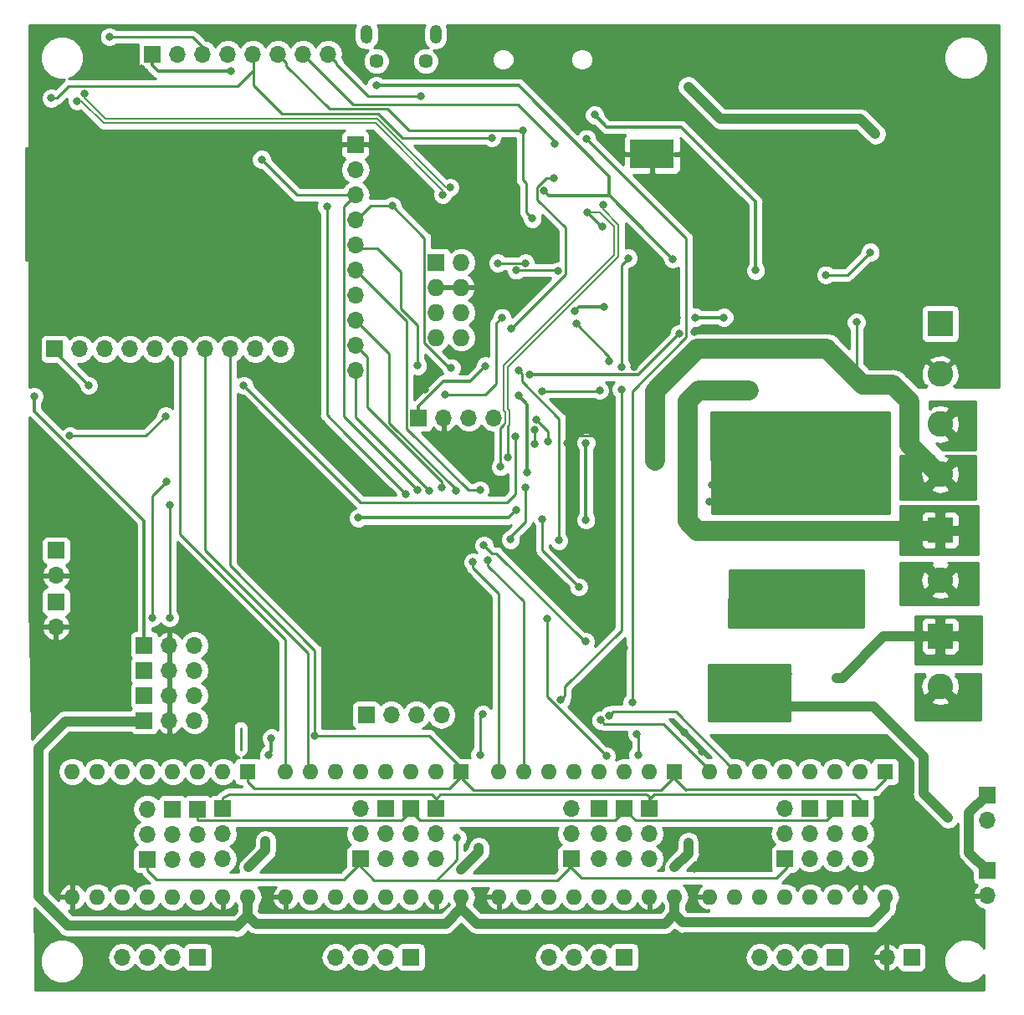
<source format=gbl>
G04 #@! TF.GenerationSoftware,KiCad,Pcbnew,5.0.2-bee76a0~70~ubuntu18.04.1*
G04 #@! TF.CreationDate,2019-02-18T17:05:05+09:00*
G04 #@! TF.ProjectId,MRR_ESPA,4d52525f-4553-4504-912e-6b696361645f,v0.9*
G04 #@! TF.SameCoordinates,Original*
G04 #@! TF.FileFunction,Copper,L2,Bot*
G04 #@! TF.FilePolarity,Positive*
%FSLAX46Y46*%
G04 Gerber Fmt 4.6, Leading zero omitted, Abs format (unit mm)*
G04 Created by KiCad (PCBNEW 5.0.2-bee76a0~70~ubuntu18.04.1) date Mon 18 Feb 2019 05:05:05 PM JST*
%MOMM*%
%LPD*%
G01*
G04 APERTURE LIST*
G04 #@! TA.AperFunction,ComponentPad*
%ADD10O,1.200000X1.900000*%
G04 #@! TD*
G04 #@! TA.AperFunction,ComponentPad*
%ADD11C,1.450000*%
G04 #@! TD*
G04 #@! TA.AperFunction,ComponentPad*
%ADD12O,1.727200X1.727200*%
G04 #@! TD*
G04 #@! TA.AperFunction,ComponentPad*
%ADD13R,1.727200X1.727200*%
G04 #@! TD*
G04 #@! TA.AperFunction,ComponentPad*
%ADD14O,1.700000X1.700000*%
G04 #@! TD*
G04 #@! TA.AperFunction,ComponentPad*
%ADD15R,1.700000X1.700000*%
G04 #@! TD*
G04 #@! TA.AperFunction,ComponentPad*
%ADD16C,2.600000*%
G04 #@! TD*
G04 #@! TA.AperFunction,ComponentPad*
%ADD17R,2.600000X2.600000*%
G04 #@! TD*
G04 #@! TA.AperFunction,ViaPad*
%ADD18C,0.600000*%
G04 #@! TD*
G04 #@! TA.AperFunction,Conductor*
%ADD19R,4.500000X2.950000*%
G04 #@! TD*
G04 #@! TA.AperFunction,ComponentPad*
%ADD20O,1.600000X1.600000*%
G04 #@! TD*
G04 #@! TA.AperFunction,ComponentPad*
%ADD21R,1.600000X1.600000*%
G04 #@! TD*
G04 #@! TA.AperFunction,ViaPad*
%ADD22C,0.800000*%
G04 #@! TD*
G04 #@! TA.AperFunction,Conductor*
%ADD23C,0.250000*%
G04 #@! TD*
G04 #@! TA.AperFunction,Conductor*
%ADD24C,1.000000*%
G04 #@! TD*
G04 #@! TA.AperFunction,Conductor*
%ADD25C,2.000000*%
G04 #@! TD*
G04 #@! TA.AperFunction,Conductor*
%ADD26C,0.300000*%
G04 #@! TD*
G04 #@! TA.AperFunction,Conductor*
%ADD27C,0.200000*%
G04 #@! TD*
G04 #@! TA.AperFunction,Conductor*
%ADD28C,0.254000*%
G04 #@! TD*
G04 APERTURE END LIST*
D10*
G04 #@! TO.P,J16,6*
G04 #@! TO.N,N/C*
X79812000Y-38640500D03*
X86812000Y-38640500D03*
D11*
X80812000Y-41340500D03*
X85812000Y-41340500D03*
G04 #@! TD*
D12*
G04 #@! TO.P,J15,8*
G04 #@! TO.N,UARTD5V-*
X89408000Y-69342000D03*
G04 #@! TO.P,J15,7*
G04 #@! TO.N,N/C*
X86868000Y-69342000D03*
G04 #@! TO.P,J15,6*
G04 #@! TO.N,UARTD5V+*
X89408000Y-66802000D03*
G04 #@! TO.P,J15,5*
G04 #@! TO.N,N/C*
X86868000Y-66802000D03*
G04 #@! TO.P,J15,4*
G04 #@! TO.N,GND*
X89408000Y-64262000D03*
G04 #@! TO.P,J15,3*
X86868000Y-64262000D03*
G04 #@! TO.P,J15,2*
G04 #@! TO.N,+5V*
X89408000Y-61722000D03*
D13*
G04 #@! TO.P,J15,1*
X86868000Y-61722000D03*
G04 #@! TD*
D14*
G04 #@! TO.P,J1,3*
G04 #@! TO.N,X_MIN*
X62404000Y-100498000D03*
G04 #@! TO.P,J1,2*
G04 #@! TO.N,GND*
X59864000Y-100498000D03*
D15*
G04 #@! TO.P,J1,1*
G04 #@! TO.N,+3V3*
X57324000Y-100498000D03*
G04 #@! TD*
D14*
G04 #@! TO.P,J2,3*
G04 #@! TO.N,Z_MIN*
X62404000Y-105578000D03*
G04 #@! TO.P,J2,2*
G04 #@! TO.N,GND*
X59864000Y-105578000D03*
D15*
G04 #@! TO.P,J2,1*
G04 #@! TO.N,+3V3*
X57324000Y-105578000D03*
G04 #@! TD*
D16*
G04 #@! TO.P,J3,2*
G04 #@! TO.N,Net-(D1-Pad1)*
X137875000Y-93930000D03*
D17*
G04 #@! TO.P,J3,1*
G04 #@! TO.N,VBED*
X137875000Y-88850000D03*
G04 #@! TD*
D14*
G04 #@! TO.P,J5,3*
G04 #@! TO.N,Y_MIN*
X62404000Y-103038000D03*
G04 #@! TO.P,J5,2*
G04 #@! TO.N,GND*
X59864000Y-103038000D03*
D15*
G04 #@! TO.P,J5,1*
G04 #@! TO.N,+3V3*
X57324000Y-103038000D03*
G04 #@! TD*
D14*
G04 #@! TO.P,J6,3*
G04 #@! TO.N,Net-(D2-Pad1)*
X62404000Y-108118000D03*
G04 #@! TO.P,J6,2*
G04 #@! TO.N,GND*
X59864000Y-108118000D03*
D15*
G04 #@! TO.P,J6,1*
G04 #@! TO.N,VIN*
X57324000Y-108118000D03*
G04 #@! TD*
D14*
G04 #@! TO.P,J8,2*
G04 #@! TO.N,GND*
X132460000Y-132100000D03*
D15*
G04 #@! TO.P,J8,1*
G04 #@! TO.N,VIN*
X135000000Y-132100000D03*
G04 #@! TD*
D16*
G04 #@! TO.P,J9,4*
G04 #@! TO.N,GNDD*
X137875000Y-83190000D03*
G04 #@! TO.P,J9,3*
G04 #@! TO.N,Net-(F2-Pad2)*
X137875000Y-78110000D03*
G04 #@! TO.P,J9,2*
G04 #@! TO.N,GND*
X137875000Y-73030000D03*
D17*
G04 #@! TO.P,J9,1*
G04 #@! TO.N,Net-(F1-Pad2)*
X137875000Y-67950000D03*
G04 #@! TD*
D14*
G04 #@! TO.P,J10,2*
G04 #@! TO.N,Net-(D6-Pad1)*
X142600000Y-118190000D03*
D15*
G04 #@! TO.P,J10,1*
G04 #@! TO.N,VIN*
X142600000Y-115650000D03*
G04 #@! TD*
D14*
G04 #@! TO.P,J11,2*
G04 #@! TO.N,GND*
X142625000Y-125865000D03*
D15*
G04 #@! TO.P,J11,1*
G04 #@! TO.N,VIN*
X142625000Y-123325000D03*
G04 #@! TD*
D14*
G04 #@! TO.P,J12,2*
G04 #@! TO.N,GND*
X48400000Y-98640000D03*
D15*
G04 #@! TO.P,J12,1*
G04 #@! TO.N,TEMP_BED_PIN*
X48400000Y-96100000D03*
G04 #@! TD*
D14*
G04 #@! TO.P,J13,2*
G04 #@! TO.N,GND*
X48400000Y-93440000D03*
D15*
G04 #@! TO.P,J13,1*
G04 #@! TO.N,TEMP_E0_PIN*
X48400000Y-90900000D03*
G04 #@! TD*
D14*
G04 #@! TO.P,J14,8*
G04 #@! TO.N,SS*
X75946000Y-40656000D03*
G04 #@! TO.P,J14,7*
G04 #@! TO.N,SCK*
X73406000Y-40656000D03*
G04 #@! TO.P,J14,6*
G04 #@! TO.N,MISO*
X70866000Y-40656000D03*
G04 #@! TO.P,J14,5*
G04 #@! TO.N,MOSI*
X68326000Y-40656000D03*
G04 #@! TO.P,J14,4*
G04 #@! TO.N,SDA*
X65786000Y-40656000D03*
G04 #@! TO.P,J14,3*
G04 #@! TO.N,SCL*
X63246000Y-40656000D03*
G04 #@! TO.P,J14,2*
G04 #@! TO.N,GND*
X60706000Y-40656000D03*
D15*
G04 #@! TO.P,J14,1*
G04 #@! TO.N,+3V3*
X58166000Y-40656000D03*
G04 #@! TD*
D14*
G04 #@! TO.P,J17,4*
G04 #@! TO.N,UARTD-*
X92710000Y-77470000D03*
G04 #@! TO.P,J17,3*
G04 #@! TO.N,UARTD+*
X90170000Y-77470000D03*
G04 #@! TO.P,J17,2*
G04 #@! TO.N,GND*
X87630000Y-77470000D03*
D15*
G04 #@! TO.P,J17,1*
G04 #@! TO.N,+3V3*
X85090000Y-77470000D03*
G04 #@! TD*
D14*
G04 #@! TO.P,J18,10*
G04 #@! TO.N,X_STEP_PIN*
X71120000Y-70500000D03*
G04 #@! TO.P,J18,9*
G04 #@! TO.N,X_DIR_PIN*
X68580000Y-70500000D03*
G04 #@! TO.P,J18,8*
G04 #@! TO.N,MOTOR_EN_PIN*
X66040000Y-70500000D03*
G04 #@! TO.P,J18,7*
G04 #@! TO.N,Y_STEP_PIN*
X63500000Y-70500000D03*
G04 #@! TO.P,J18,6*
G04 #@! TO.N,Y_DIR_PIN*
X60960000Y-70500000D03*
G04 #@! TO.P,J18,5*
G04 #@! TO.N,Y_MIN*
X58420000Y-70500000D03*
G04 #@! TO.P,J18,4*
G04 #@! TO.N,X_MIN*
X55880000Y-70500000D03*
G04 #@! TO.P,J18,3*
G04 #@! TO.N,TEMP_BED_PIN*
X53340000Y-70500000D03*
G04 #@! TO.P,J18,2*
G04 #@! TO.N,TEMP_E0_PIN*
X50800000Y-70500000D03*
D15*
G04 #@! TO.P,J18,1*
G04 #@! TO.N,+3V3*
X48260000Y-70500000D03*
G04 #@! TD*
D14*
G04 #@! TO.P,J19,10*
G04 #@! TO.N,Z_DIR_PIN*
X78700000Y-72660000D03*
G04 #@! TO.P,J19,9*
G04 #@! TO.N,Z_STEP_PIN*
X78700000Y-70120000D03*
G04 #@! TO.P,J19,8*
G04 #@! TO.N,FAN_E0_PIN*
X78700000Y-67580000D03*
G04 #@! TO.P,J19,7*
G04 #@! TO.N,Z_MIN*
X78700000Y-65040000D03*
G04 #@! TO.P,J19,6*
G04 #@! TO.N,HEATER_E0_PIN*
X78700000Y-62500000D03*
G04 #@! TO.P,J19,5*
G04 #@! TO.N,IO0*
X78700000Y-59960000D03*
G04 #@! TO.P,J19,4*
G04 #@! TO.N,HEATER_BED_PIN*
X78700000Y-57420000D03*
G04 #@! TO.P,J19,3*
G04 #@! TO.N,E0_STEP_PIN*
X78700000Y-54880000D03*
G04 #@! TO.P,J19,2*
G04 #@! TO.N,E0_DIR_PIN*
X78700000Y-52340000D03*
D15*
G04 #@! TO.P,J19,1*
G04 #@! TO.N,GND*
X78700000Y-49800000D03*
G04 #@! TD*
D14*
G04 #@! TO.P,J20,4*
G04 #@! TO.N,E0_CS*
X87395000Y-107550000D03*
G04 #@! TO.P,J20,3*
G04 #@! TO.N,Z_CS*
X84855000Y-107550000D03*
G04 #@! TO.P,J20,2*
G04 #@! TO.N,Y_CS*
X82315000Y-107550000D03*
D15*
G04 #@! TO.P,J20,1*
G04 #@! TO.N,X_CS*
X79775000Y-107550000D03*
G04 #@! TD*
D14*
G04 #@! TO.P,J21,4*
G04 #@! TO.N,Net-(J21-Pad4)*
X55118000Y-132080000D03*
G04 #@! TO.P,J21,3*
G04 #@! TO.N,Net-(J21-Pad3)*
X57658000Y-132080000D03*
G04 #@! TO.P,J21,2*
G04 #@! TO.N,Net-(J21-Pad2)*
X60198000Y-132080000D03*
D15*
G04 #@! TO.P,J21,1*
G04 #@! TO.N,Net-(J21-Pad1)*
X62738000Y-132080000D03*
G04 #@! TD*
D14*
G04 #@! TO.P,J22,4*
G04 #@! TO.N,Net-(J22-Pad4)*
X98298000Y-132080000D03*
G04 #@! TO.P,J22,3*
G04 #@! TO.N,Net-(J22-Pad3)*
X100838000Y-132080000D03*
G04 #@! TO.P,J22,2*
G04 #@! TO.N,Net-(J22-Pad2)*
X103378000Y-132080000D03*
D15*
G04 #@! TO.P,J22,1*
G04 #@! TO.N,Net-(J22-Pad1)*
X105918000Y-132080000D03*
G04 #@! TD*
D14*
G04 #@! TO.P,J23,4*
G04 #@! TO.N,Net-(J23-Pad4)*
X76708000Y-132080000D03*
G04 #@! TO.P,J23,3*
G04 #@! TO.N,Net-(J23-Pad3)*
X79248000Y-132080000D03*
G04 #@! TO.P,J23,2*
G04 #@! TO.N,Net-(J23-Pad2)*
X81788000Y-132080000D03*
D15*
G04 #@! TO.P,J23,1*
G04 #@! TO.N,Net-(J23-Pad1)*
X84328000Y-132080000D03*
G04 #@! TD*
D14*
G04 #@! TO.P,J24,4*
G04 #@! TO.N,Net-(J24-Pad4)*
X119634000Y-132080000D03*
G04 #@! TO.P,J24,3*
G04 #@! TO.N,Net-(J24-Pad3)*
X122174000Y-132080000D03*
G04 #@! TO.P,J24,2*
G04 #@! TO.N,Net-(J24-Pad2)*
X124714000Y-132080000D03*
D15*
G04 #@! TO.P,J24,1*
G04 #@! TO.N,Net-(J24-Pad1)*
X127254000Y-132080000D03*
G04 #@! TD*
D14*
G04 #@! TO.P,JP1,3*
G04 #@! TO.N,+3V3*
X65275000Y-122155000D03*
G04 #@! TO.P,JP1,2*
G04 #@! TO.N,X_MS1*
X65275000Y-119615000D03*
D15*
G04 #@! TO.P,JP1,1*
G04 #@! TO.N,MOSI*
X65275000Y-117075000D03*
G04 #@! TD*
D14*
G04 #@! TO.P,JP2,3*
G04 #@! TO.N,+3V3*
X86843000Y-122141000D03*
G04 #@! TO.P,JP2,2*
G04 #@! TO.N,Y_MS1*
X86843000Y-119601000D03*
D15*
G04 #@! TO.P,JP2,1*
G04 #@! TO.N,MOSI*
X86843000Y-117061000D03*
G04 #@! TD*
D14*
G04 #@! TO.P,JP3,3*
G04 #@! TO.N,+3V3*
X108433000Y-122141000D03*
G04 #@! TO.P,JP3,2*
G04 #@! TO.N,Z_MS1*
X108433000Y-119601000D03*
D15*
G04 #@! TO.P,JP3,1*
G04 #@! TO.N,MOSI*
X108433000Y-117061000D03*
G04 #@! TD*
D14*
G04 #@! TO.P,JP4,3*
G04 #@! TO.N,+3V3*
X129794000Y-122112000D03*
G04 #@! TO.P,JP4,2*
G04 #@! TO.N,E0_MS1*
X129794000Y-119572000D03*
D15*
G04 #@! TO.P,JP4,1*
G04 #@! TO.N,MOSI*
X129794000Y-117032000D03*
G04 #@! TD*
D14*
G04 #@! TO.P,JP5,3*
G04 #@! TO.N,+3V3*
X62713000Y-122166000D03*
G04 #@! TO.P,JP5,2*
G04 #@! TO.N,X_MS2*
X62713000Y-119626000D03*
D15*
G04 #@! TO.P,JP5,1*
G04 #@! TO.N,SCK*
X62713000Y-117086000D03*
G04 #@! TD*
D14*
G04 #@! TO.P,JP6,3*
G04 #@! TO.N,+3V3*
X84303000Y-122141000D03*
G04 #@! TO.P,JP6,2*
G04 #@! TO.N,Y_MS2*
X84303000Y-119601000D03*
D15*
G04 #@! TO.P,JP6,1*
G04 #@! TO.N,SCK*
X84303000Y-117061000D03*
G04 #@! TD*
D14*
G04 #@! TO.P,JP7,3*
G04 #@! TO.N,+3V3*
X105893000Y-122141000D03*
G04 #@! TO.P,JP7,2*
G04 #@! TO.N,Z_MS2*
X105893000Y-119601000D03*
D15*
G04 #@! TO.P,JP7,1*
G04 #@! TO.N,SCK*
X105893000Y-117061000D03*
G04 #@! TD*
D14*
G04 #@! TO.P,JP8,3*
G04 #@! TO.N,+3V3*
X127254000Y-122112000D03*
G04 #@! TO.P,JP8,2*
G04 #@! TO.N,E0_MS2*
X127254000Y-119572000D03*
D15*
G04 #@! TO.P,JP8,1*
G04 #@! TO.N,SCK*
X127254000Y-117032000D03*
G04 #@! TD*
D14*
G04 #@! TO.P,JP9,3*
G04 #@! TO.N,+3V3*
X60173000Y-122166000D03*
G04 #@! TO.P,JP9,2*
G04 #@! TO.N,X_MS3*
X60173000Y-119626000D03*
D15*
G04 #@! TO.P,JP9,1*
G04 #@! TO.N,X_CS*
X60173000Y-117086000D03*
G04 #@! TD*
D14*
G04 #@! TO.P,JP10,3*
G04 #@! TO.N,+3V3*
X81763000Y-122141000D03*
G04 #@! TO.P,JP10,2*
G04 #@! TO.N,Y_MS3*
X81763000Y-119601000D03*
D15*
G04 #@! TO.P,JP10,1*
G04 #@! TO.N,Y_CS*
X81763000Y-117061000D03*
G04 #@! TD*
D14*
G04 #@! TO.P,JP11,3*
G04 #@! TO.N,+3V3*
X103353000Y-122141000D03*
G04 #@! TO.P,JP11,2*
G04 #@! TO.N,Z_MS3*
X103353000Y-119601000D03*
D15*
G04 #@! TO.P,JP11,1*
G04 #@! TO.N,Z_CS*
X103353000Y-117061000D03*
G04 #@! TD*
D14*
G04 #@! TO.P,JP12,3*
G04 #@! TO.N,+3V3*
X124714000Y-122112000D03*
G04 #@! TO.P,JP12,2*
G04 #@! TO.N,E0_MS3*
X124714000Y-119572000D03*
D15*
G04 #@! TO.P,JP12,1*
G04 #@! TO.N,E0_CS*
X124714000Y-117032000D03*
G04 #@! TD*
D14*
G04 #@! TO.P,JP13,3*
G04 #@! TO.N,X_SLP*
X57633000Y-117086000D03*
G04 #@! TO.P,JP13,2*
G04 #@! TO.N,X_RST*
X57633000Y-119626000D03*
D15*
G04 #@! TO.P,JP13,1*
G04 #@! TO.N,MISO*
X57633000Y-122166000D03*
G04 #@! TD*
D14*
G04 #@! TO.P,JP14,3*
G04 #@! TO.N,Y_SLP*
X79223000Y-117061000D03*
G04 #@! TO.P,JP14,2*
G04 #@! TO.N,Y_RST*
X79223000Y-119601000D03*
D15*
G04 #@! TO.P,JP14,1*
G04 #@! TO.N,MISO*
X79223000Y-122141000D03*
G04 #@! TD*
D14*
G04 #@! TO.P,JP15,3*
G04 #@! TO.N,Z_SLP*
X100559000Y-117061000D03*
G04 #@! TO.P,JP15,2*
G04 #@! TO.N,Z_RST*
X100559000Y-119601000D03*
D15*
G04 #@! TO.P,JP15,1*
G04 #@! TO.N,MISO*
X100559000Y-122141000D03*
G04 #@! TD*
D14*
G04 #@! TO.P,JP16,3*
G04 #@! TO.N,E0_SLP*
X122174000Y-117032000D03*
G04 #@! TO.P,JP16,2*
G04 #@! TO.N,E0_RST*
X122174000Y-119572000D03*
D15*
G04 #@! TO.P,JP16,1*
G04 #@! TO.N,MISO*
X122174000Y-122112000D03*
G04 #@! TD*
D18*
G04 #@! TO.N,GND*
G04 #@! TO.C,U2*
X106925000Y-51350000D03*
X108025000Y-51350000D03*
X108025000Y-50150000D03*
X106925000Y-50150000D03*
X110525000Y-51350000D03*
X109325000Y-51350000D03*
X109325000Y-50150000D03*
X110525000Y-50150000D03*
D19*
X108725000Y-50750000D03*
G04 #@! TD*
D20*
G04 #@! TO.P,U5,16*
G04 #@! TO.N,VIN*
X67818000Y-125984000D03*
G04 #@! TO.P,U5,8*
G04 #@! TO.N,X_DIR_PIN*
X50038000Y-113284000D03*
G04 #@! TO.P,U5,15*
G04 #@! TO.N,GND*
X65278000Y-125984000D03*
G04 #@! TO.P,U5,7*
G04 #@! TO.N,X_STEP_PIN*
X52578000Y-113284000D03*
G04 #@! TO.P,U5,14*
G04 #@! TO.N,Net-(J21-Pad1)*
X62738000Y-125984000D03*
G04 #@! TO.P,U5,6*
G04 #@! TO.N,X_SLP*
X55118000Y-113284000D03*
G04 #@! TO.P,U5,13*
G04 #@! TO.N,Net-(J21-Pad2)*
X60198000Y-125984000D03*
G04 #@! TO.P,U5,5*
G04 #@! TO.N,X_RST*
X57658000Y-113284000D03*
G04 #@! TO.P,U5,12*
G04 #@! TO.N,Net-(J21-Pad3)*
X57658000Y-125984000D03*
G04 #@! TO.P,U5,4*
G04 #@! TO.N,X_MS3*
X60198000Y-113284000D03*
G04 #@! TO.P,U5,11*
G04 #@! TO.N,Net-(J21-Pad4)*
X55118000Y-125984000D03*
G04 #@! TO.P,U5,3*
G04 #@! TO.N,X_MS2*
X62738000Y-113284000D03*
G04 #@! TO.P,U5,10*
G04 #@! TO.N,+3V3*
X52578000Y-125984000D03*
G04 #@! TO.P,U5,2*
G04 #@! TO.N,X_MS1*
X65278000Y-113284000D03*
G04 #@! TO.P,U5,9*
G04 #@! TO.N,GND*
X50038000Y-125984000D03*
D21*
G04 #@! TO.P,U5,1*
G04 #@! TO.N,MOTOR_EN_PIN*
X67818000Y-113284000D03*
G04 #@! TD*
D20*
G04 #@! TO.P,U6,16*
G04 #@! TO.N,VIN*
X110998000Y-125984000D03*
G04 #@! TO.P,U6,8*
G04 #@! TO.N,Z_DIR_PIN*
X93218000Y-113284000D03*
G04 #@! TO.P,U6,15*
G04 #@! TO.N,GND*
X108458000Y-125984000D03*
G04 #@! TO.P,U6,7*
G04 #@! TO.N,Z_STEP_PIN*
X95758000Y-113284000D03*
G04 #@! TO.P,U6,14*
G04 #@! TO.N,Net-(J22-Pad1)*
X105918000Y-125984000D03*
G04 #@! TO.P,U6,6*
G04 #@! TO.N,Z_SLP*
X98298000Y-113284000D03*
G04 #@! TO.P,U6,13*
G04 #@! TO.N,Net-(J22-Pad2)*
X103378000Y-125984000D03*
G04 #@! TO.P,U6,5*
G04 #@! TO.N,Z_RST*
X100838000Y-113284000D03*
G04 #@! TO.P,U6,12*
G04 #@! TO.N,Net-(J22-Pad3)*
X100838000Y-125984000D03*
G04 #@! TO.P,U6,4*
G04 #@! TO.N,Z_MS3*
X103378000Y-113284000D03*
G04 #@! TO.P,U6,11*
G04 #@! TO.N,Net-(J22-Pad4)*
X98298000Y-125984000D03*
G04 #@! TO.P,U6,3*
G04 #@! TO.N,Z_MS2*
X105918000Y-113284000D03*
G04 #@! TO.P,U6,10*
G04 #@! TO.N,+3V3*
X95758000Y-125984000D03*
G04 #@! TO.P,U6,2*
G04 #@! TO.N,Z_MS1*
X108458000Y-113284000D03*
G04 #@! TO.P,U6,9*
G04 #@! TO.N,GND*
X93218000Y-125984000D03*
D21*
G04 #@! TO.P,U6,1*
G04 #@! TO.N,MOTOR_EN_PIN*
X110998000Y-113284000D03*
G04 #@! TD*
D20*
G04 #@! TO.P,U8,16*
G04 #@! TO.N,VIN*
X89408000Y-125984000D03*
G04 #@! TO.P,U8,8*
G04 #@! TO.N,Y_DIR_PIN*
X71628000Y-113284000D03*
G04 #@! TO.P,U8,15*
G04 #@! TO.N,GND*
X86868000Y-125984000D03*
G04 #@! TO.P,U8,7*
G04 #@! TO.N,Y_STEP_PIN*
X74168000Y-113284000D03*
G04 #@! TO.P,U8,14*
G04 #@! TO.N,Net-(J23-Pad1)*
X84328000Y-125984000D03*
G04 #@! TO.P,U8,6*
G04 #@! TO.N,Y_SLP*
X76708000Y-113284000D03*
G04 #@! TO.P,U8,13*
G04 #@! TO.N,Net-(J23-Pad2)*
X81788000Y-125984000D03*
G04 #@! TO.P,U8,5*
G04 #@! TO.N,Y_RST*
X79248000Y-113284000D03*
G04 #@! TO.P,U8,12*
G04 #@! TO.N,Net-(J23-Pad3)*
X79248000Y-125984000D03*
G04 #@! TO.P,U8,4*
G04 #@! TO.N,Y_MS3*
X81788000Y-113284000D03*
G04 #@! TO.P,U8,11*
G04 #@! TO.N,Net-(J23-Pad4)*
X76708000Y-125984000D03*
G04 #@! TO.P,U8,3*
G04 #@! TO.N,Y_MS2*
X84328000Y-113284000D03*
G04 #@! TO.P,U8,10*
G04 #@! TO.N,+3V3*
X74168000Y-125984000D03*
G04 #@! TO.P,U8,2*
G04 #@! TO.N,Y_MS1*
X86868000Y-113284000D03*
G04 #@! TO.P,U8,9*
G04 #@! TO.N,GND*
X71628000Y-125984000D03*
D21*
G04 #@! TO.P,U8,1*
G04 #@! TO.N,MOTOR_EN_PIN*
X89408000Y-113284000D03*
G04 #@! TD*
D20*
G04 #@! TO.P,U9,16*
G04 #@! TO.N,VIN*
X132334000Y-125984000D03*
G04 #@! TO.P,U9,8*
G04 #@! TO.N,E0_DIR_PIN*
X114554000Y-113284000D03*
G04 #@! TO.P,U9,15*
G04 #@! TO.N,GND*
X129794000Y-125984000D03*
G04 #@! TO.P,U9,7*
G04 #@! TO.N,E0_STEP_PIN*
X117094000Y-113284000D03*
G04 #@! TO.P,U9,14*
G04 #@! TO.N,Net-(J24-Pad1)*
X127254000Y-125984000D03*
G04 #@! TO.P,U9,6*
G04 #@! TO.N,E0_SLP*
X119634000Y-113284000D03*
G04 #@! TO.P,U9,13*
G04 #@! TO.N,Net-(J24-Pad2)*
X124714000Y-125984000D03*
G04 #@! TO.P,U9,5*
G04 #@! TO.N,E0_RST*
X122174000Y-113284000D03*
G04 #@! TO.P,U9,12*
G04 #@! TO.N,Net-(J24-Pad3)*
X122174000Y-125984000D03*
G04 #@! TO.P,U9,4*
G04 #@! TO.N,E0_MS3*
X124714000Y-113284000D03*
G04 #@! TO.P,U9,11*
G04 #@! TO.N,Net-(J24-Pad4)*
X119634000Y-125984000D03*
G04 #@! TO.P,U9,3*
G04 #@! TO.N,E0_MS2*
X127254000Y-113284000D03*
G04 #@! TO.P,U9,10*
G04 #@! TO.N,+3V3*
X117094000Y-125984000D03*
G04 #@! TO.P,U9,2*
G04 #@! TO.N,E0_MS1*
X129794000Y-113284000D03*
G04 #@! TO.P,U9,9*
G04 #@! TO.N,GND*
X114554000Y-125984000D03*
D21*
G04 #@! TO.P,U9,1*
G04 #@! TO.N,MOTOR_EN_PIN*
X132334000Y-113284000D03*
G04 #@! TD*
D16*
G04 #@! TO.P,J7,2*
G04 #@! TO.N,Net-(D3-Pad1)*
X137875000Y-104655000D03*
D17*
G04 #@! TO.P,J7,1*
G04 #@! TO.N,VIN*
X137875000Y-99575000D03*
G04 #@! TD*
D22*
G04 #@! TO.N,GND*
X55640000Y-57520000D03*
X54050000Y-57620000D03*
X52290000Y-57620000D03*
X52170000Y-56180000D03*
X55660000Y-56240000D03*
X54170000Y-56260000D03*
X55440000Y-55030000D03*
X54030000Y-55190000D03*
X89800000Y-52600000D03*
X89900000Y-57300000D03*
X82000000Y-42600000D03*
X89000000Y-38800000D03*
X73800000Y-121700000D03*
X46200000Y-72000000D03*
X51700000Y-75700000D03*
X51700000Y-84300000D03*
X49500000Y-84100000D03*
X95100000Y-122000000D03*
X116200000Y-121800000D03*
X113300000Y-130300000D03*
X46600000Y-48900000D03*
X83500000Y-55100000D03*
X86700000Y-72400000D03*
X85700000Y-74600000D03*
X113000000Y-68800000D03*
X114700000Y-60000000D03*
X118200000Y-68300000D03*
X117600000Y-63300000D03*
X106800000Y-66800000D03*
X106700000Y-63700000D03*
X63900000Y-96600000D03*
X65300000Y-99400000D03*
X67700000Y-105100000D03*
X92500000Y-123100000D03*
X57000000Y-42100000D03*
X70800000Y-122800000D03*
X113000000Y-123100000D03*
X111200000Y-67300000D03*
X106900000Y-72300000D03*
X112000000Y-109300000D03*
X113800000Y-111300000D03*
X104100000Y-102200000D03*
X105900000Y-100800000D03*
X52160000Y-54860000D03*
X100130000Y-80020000D03*
X104656581Y-79936581D03*
G04 #@! TO.N,VIN*
X131300000Y-48700000D03*
X112400000Y-43944998D03*
X46600000Y-119600000D03*
X69600000Y-120300000D03*
X67900000Y-123000000D03*
X91200000Y-121000000D03*
X89400000Y-123200000D03*
X112400000Y-120500000D03*
X111000000Y-123000000D03*
X127400000Y-103800000D03*
G04 #@! TO.N,+3V3*
X51700000Y-74200000D03*
X110800000Y-61400000D03*
X97800000Y-54500000D03*
X111462500Y-68962500D03*
X66100000Y-42400000D03*
X80800000Y-43800000D03*
X46200000Y-75300000D03*
X96300000Y-73100000D03*
X70200000Y-109900000D03*
X69900000Y-111600000D03*
X79000000Y-87600000D03*
X95000000Y-86800000D03*
X95200000Y-75200000D03*
X96100000Y-83000000D03*
X91870000Y-72210000D03*
G04 #@! TO.N,+5V*
X103900000Y-66200000D03*
X116000000Y-67300000D03*
X113100000Y-67300000D03*
X102020000Y-87810000D03*
X102030000Y-80000000D03*
X100876244Y-66631906D03*
G04 #@! TO.N,Net-(D1-Pad1)*
X114500000Y-86000000D03*
X116000000Y-86100000D03*
X117500000Y-86100000D03*
X118900000Y-85900000D03*
X120000000Y-86000000D03*
X121200000Y-86000000D03*
X122500000Y-86000000D03*
X119900000Y-84300000D03*
X122200000Y-84300000D03*
X120900000Y-84400000D03*
X118900000Y-84200000D03*
X117500000Y-84400000D03*
X116000000Y-84300000D03*
X114800000Y-84300000D03*
X115100000Y-83000000D03*
X116700000Y-83000000D03*
X118100000Y-82900000D03*
X119400000Y-82700000D03*
X120700000Y-82800000D03*
X121900000Y-82700000D03*
X123000000Y-82700000D03*
X123000000Y-81000000D03*
X121800000Y-81000000D03*
X120800000Y-81000000D03*
X119300000Y-80900000D03*
X118100000Y-81000000D03*
X116700000Y-81000000D03*
X115100000Y-81100000D03*
X115000000Y-79400000D03*
X116500000Y-79300000D03*
X118000000Y-79300000D03*
X119300000Y-79300000D03*
X120600000Y-79400000D03*
X121800000Y-79400000D03*
X123000000Y-79200000D03*
X123000000Y-77600000D03*
X121800000Y-77600000D03*
X120500000Y-77600000D03*
X119000000Y-77600000D03*
X117700000Y-77700000D03*
X116500000Y-77700000D03*
X115100000Y-77700000D03*
X122200000Y-84300000D03*
X122200000Y-84300000D03*
X125300000Y-77600000D03*
X127200000Y-77600000D03*
X129200000Y-77800000D03*
X130800000Y-78000000D03*
X130900000Y-79800000D03*
X129200000Y-79600000D03*
X128000000Y-79600000D03*
X126500000Y-79600000D03*
X126400000Y-82300000D03*
X129100000Y-82000000D03*
X129200000Y-84200000D03*
X127600000Y-85600000D03*
X131200000Y-84900000D03*
X126100000Y-84100000D03*
X131100000Y-82700000D03*
G04 #@! TO.N,Net-(D3-Pad1)*
X117400000Y-98000000D03*
X118900000Y-98100000D03*
X120500000Y-98200000D03*
X122100000Y-98100000D03*
X122000000Y-96800000D03*
X120400000Y-96500000D03*
X118700000Y-96600000D03*
X117100000Y-96500000D03*
X117100000Y-95400000D03*
X118800000Y-95300000D03*
X120400000Y-95300000D03*
X122100000Y-95400000D03*
X122100000Y-93800000D03*
X120600000Y-93700000D03*
X119000000Y-93700000D03*
X117300000Y-93700000D03*
X123900000Y-94100000D03*
X125400000Y-94100000D03*
X126200000Y-95600000D03*
X124300000Y-95800000D03*
X127600000Y-96600000D03*
G04 #@! TO.N,VBED*
X118500000Y-74700000D03*
X120500000Y-88900000D03*
X112300000Y-87000000D03*
G04 #@! TO.N,Net-(D6-Pad1)*
X121700000Y-107300000D03*
X120400000Y-107500000D03*
X118700000Y-107600000D03*
X117500000Y-107500000D03*
X120300000Y-106200000D03*
X121700000Y-106100000D03*
X122500000Y-103400000D03*
X118500000Y-105900000D03*
X117400000Y-106100000D03*
X117400000Y-104700000D03*
X118400000Y-104500000D03*
X119900000Y-104700000D03*
X121600000Y-104600000D03*
X121200000Y-102900000D03*
X119000000Y-103100000D03*
X117500000Y-103100000D03*
X138700000Y-118000000D03*
G04 #@! TO.N,Net-(D12-Pad2)*
X130800000Y-60700000D03*
X126300000Y-63000000D03*
G04 #@! TO.N,SS*
X85300000Y-44900000D03*
G04 #@! TO.N,MISO*
X89000000Y-120000000D03*
X91300000Y-111600000D03*
X91600000Y-107500000D03*
X99500000Y-106000000D03*
X105600000Y-74600000D03*
X105600000Y-72300000D03*
X106300000Y-61300000D03*
X96600000Y-57300000D03*
X95640000Y-48380000D03*
G04 #@! TO.N,SCK*
X98900000Y-49700000D03*
X104100000Y-111700000D03*
X98100000Y-97800000D03*
X99300000Y-89900000D03*
X95200000Y-72700000D03*
X94500000Y-68400000D03*
X98800000Y-53200000D03*
G04 #@! TO.N,MOSI*
X47900000Y-45100000D03*
X92500000Y-49100000D03*
X107300000Y-111600000D03*
X107200000Y-109500000D03*
X106700000Y-106300000D03*
X102100000Y-49200000D03*
G04 #@! TO.N,SCL*
X53800000Y-38900000D03*
G04 #@! TO.N,VUSB*
X102900000Y-46800000D03*
X119200000Y-62550000D03*
G04 #@! TO.N,MOTOR_EN_PIN*
X74600000Y-109700000D03*
G04 #@! TO.N,X_DIR_PIN*
X58100000Y-97700000D03*
X59600000Y-83900000D03*
G04 #@! TO.N,X_STEP_PIN*
X59900000Y-86300000D03*
X59900000Y-97700000D03*
G04 #@! TO.N,Z_DIR_PIN*
X86200000Y-84900000D03*
X90600000Y-92100000D03*
G04 #@! TO.N,Z_STEP_PIN*
X87400000Y-84500000D03*
X92100000Y-91900000D03*
G04 #@! TO.N,FAN_E0_PIN*
X88900000Y-84900000D03*
X102000000Y-100100000D03*
X91700000Y-90400000D03*
G04 #@! TO.N,HEATER_E0_PIN*
X91300000Y-84800000D03*
X97600000Y-87700000D03*
X101300000Y-94600000D03*
G04 #@! TO.N,IO0*
X87800000Y-75100000D03*
X85000000Y-72200000D03*
X93520000Y-67320000D03*
X101050000Y-67920000D03*
X104410000Y-71730000D03*
G04 #@! TO.N,HEATER_BED_PIN*
X82400000Y-56000000D03*
X88400000Y-72400000D03*
X94400000Y-89800000D03*
X95900000Y-84500000D03*
G04 #@! TO.N,E0_STEP_PIN*
X69200000Y-51300000D03*
X85000000Y-84800000D03*
X104400000Y-107600000D03*
G04 #@! TO.N,E0_DIR_PIN*
X75800000Y-56100000D03*
X83800000Y-85200000D03*
X103500000Y-108100000D03*
G04 #@! TO.N,RTS*
X97600000Y-74800000D03*
X103400000Y-74700000D03*
G04 #@! TO.N,EN*
X49800000Y-79300000D03*
X59500000Y-77300000D03*
X67400000Y-74200000D03*
X94900000Y-79400000D03*
G04 #@! TO.N,/D-*
X93100000Y-61800000D03*
X95900000Y-61800000D03*
G04 #@! TO.N,/D+*
X95000000Y-62525000D03*
X99200000Y-62600000D03*
G04 #@! TO.N,UARTD+*
X96850000Y-80125000D03*
X96850000Y-78650000D03*
G04 #@! TO.N,UART+*
X103771232Y-55928768D03*
X87528768Y-54871232D03*
X50528768Y-45371232D03*
X94130000Y-81470000D03*
G04 #@! TO.N,UART-*
X88271232Y-54128768D03*
X51271232Y-44628768D03*
X102200000Y-56700000D03*
X103700000Y-58100000D03*
X93390000Y-82420000D03*
G04 #@! TO.N,GNDD*
X129400000Y-67800000D03*
X130000000Y-74100000D03*
X109000000Y-81800000D03*
G04 #@! TO.N,UARTD5V+*
X98170000Y-79890000D03*
X97020787Y-77664690D03*
G04 #@! TD*
D23*
G04 #@! TO.N,*
X67100000Y-111100000D02*
X67100000Y-108900000D01*
G04 #@! TO.N,GND*
X46200000Y-72000000D02*
X48000000Y-72000000D01*
X48000000Y-72000000D02*
X51700000Y-75700000D01*
D24*
X115100000Y-121800000D02*
X116200000Y-121800000D01*
D23*
X46600000Y-45900000D02*
X46500000Y-45800000D01*
X46600000Y-48900000D02*
X46600000Y-45900000D01*
X46600000Y-49300000D02*
X46600000Y-48900000D01*
X85700000Y-73400000D02*
X86700000Y-72400000D01*
X85700000Y-74600000D02*
X85700000Y-73400000D01*
X106800000Y-66800000D02*
X106800000Y-63800000D01*
X106800000Y-63800000D02*
X106700000Y-63700000D01*
D24*
X94000000Y-122000000D02*
X95100000Y-122000000D01*
X92500000Y-123100000D02*
X94000000Y-122000000D01*
D25*
X72900000Y-121700000D02*
X73800000Y-121700000D01*
D23*
X112000000Y-109300000D02*
X113800000Y-111100000D01*
X113800000Y-111100000D02*
X113800000Y-111300000D01*
X104100000Y-102200000D02*
X104500000Y-102200000D01*
X104500000Y-102200000D02*
X105900000Y-100800000D01*
X52300000Y-55000000D02*
X52160000Y-54860000D01*
X52160000Y-54860000D02*
X46600000Y-49300000D01*
X103994999Y-79274999D02*
X104656581Y-79936581D01*
X100130000Y-80020000D02*
X100875001Y-79274999D01*
X100875001Y-79274999D02*
X103994999Y-79274999D01*
D24*
G04 #@! TO.N,VIN*
X131300000Y-48700000D02*
X129800000Y-47200000D01*
X129800000Y-47200000D02*
X115655002Y-47200000D01*
X115655002Y-47200000D02*
X112400000Y-43944998D01*
X140800000Y-117450000D02*
X140800000Y-121500000D01*
X142600000Y-115650000D02*
X140800000Y-117450000D01*
X140800000Y-121500000D02*
X142600000Y-123300000D01*
X132334000Y-127115370D02*
X130900000Y-128549370D01*
X132334000Y-125984000D02*
X132334000Y-127115370D01*
X130900000Y-128549370D02*
X111849370Y-128549370D01*
X111849370Y-128549370D02*
X111000000Y-127700000D01*
X111000000Y-126000000D02*
X111000000Y-127700000D01*
X89408000Y-127115370D02*
X89400000Y-127123370D01*
X89408000Y-125984000D02*
X89408000Y-127115370D01*
X110000000Y-128700000D02*
X111000000Y-127700000D01*
X90976630Y-128700000D02*
X110000000Y-128700000D01*
X89400000Y-127123370D02*
X90976630Y-128700000D01*
X68600000Y-128700000D02*
X87823370Y-128700000D01*
X67800000Y-127900000D02*
X68600000Y-128700000D01*
X67800000Y-127133370D02*
X67800000Y-127900000D01*
X87823370Y-128700000D02*
X89408000Y-127115370D01*
X67818000Y-125984000D02*
X67818000Y-127115370D01*
X67818000Y-127115370D02*
X67800000Y-127133370D01*
X67800000Y-127900000D02*
X66700000Y-129000000D01*
X66700000Y-129000000D02*
X66600000Y-128900000D01*
X66600000Y-128900000D02*
X49600000Y-128900000D01*
X49600000Y-128900000D02*
X46600000Y-125900000D01*
X46600000Y-125900000D02*
X46600000Y-119600000D01*
X46600000Y-110900000D02*
X49300000Y-108200000D01*
X49300000Y-108200000D02*
X57300000Y-108200000D01*
X46600000Y-119600000D02*
X46600000Y-110900000D01*
X69600000Y-120300000D02*
X69600000Y-121300000D01*
X69600000Y-121300000D02*
X67900000Y-123000000D01*
X91200000Y-121000000D02*
X91200000Y-121400000D01*
X91200000Y-121400000D02*
X89400000Y-123200000D01*
X112400000Y-120500000D02*
X112400000Y-121600000D01*
X112400000Y-121600000D02*
X111000000Y-123000000D01*
X127965685Y-103800000D02*
X132165685Y-99600000D01*
X127400000Y-103800000D02*
X127965685Y-103800000D01*
X132165685Y-99600000D02*
X137900000Y-99600000D01*
D26*
G04 #@! TO.N,+3V3*
X51700000Y-74200000D02*
X48400000Y-70900000D01*
X48400000Y-70900000D02*
X48400000Y-70600000D01*
X110800000Y-61400000D02*
X108500000Y-59100000D01*
X108500000Y-59100000D02*
X104500000Y-55100000D01*
X104500000Y-55100000D02*
X104400000Y-55000000D01*
X104400000Y-55000000D02*
X98300000Y-55000000D01*
X98300000Y-55000000D02*
X97800000Y-54500000D01*
X58760000Y-42400000D02*
X66100000Y-42400000D01*
X58166000Y-40656000D02*
X58166000Y-41806000D01*
X58166000Y-41806000D02*
X58760000Y-42400000D01*
X80800000Y-43800000D02*
X95200000Y-43800000D01*
X104400000Y-53000000D02*
X104400000Y-55000000D01*
X95200000Y-43800000D02*
X104400000Y-53000000D01*
X57324000Y-100498000D02*
X57324000Y-87934002D01*
X46200000Y-76810002D02*
X46200000Y-75300000D01*
X57324000Y-87934002D02*
X46200000Y-76810002D01*
X108725000Y-71700000D02*
X111462500Y-68962500D01*
X96300000Y-73100000D02*
X107325000Y-73100000D01*
X107325000Y-73100000D02*
X108725000Y-71700000D01*
X70200000Y-109900000D02*
X70200000Y-111300000D01*
X70200000Y-111300000D02*
X69900000Y-111600000D01*
X79000000Y-87600000D02*
X94200000Y-87600000D01*
X94200000Y-87600000D02*
X95000000Y-86800000D01*
X96100000Y-76100000D02*
X95200000Y-75200000D01*
X96100000Y-83000000D02*
X96100000Y-76100000D01*
X90280000Y-73800000D02*
X91870000Y-72210000D01*
X85090000Y-76320000D02*
X85090000Y-77470000D01*
X87610000Y-73800000D02*
X90280000Y-73800000D01*
X87610000Y-73800000D02*
X85090000Y-76320000D01*
G04 #@! TO.N,+5V*
X116000000Y-67300000D02*
X113100000Y-67300000D01*
X102020000Y-87810000D02*
X102030000Y-80000000D01*
X102020000Y-82020000D02*
X102030000Y-80000000D01*
X103900000Y-66200000D02*
X101308150Y-66200000D01*
X101308150Y-66200000D02*
X100876244Y-66631906D01*
D25*
G04 #@! TO.N,VBED*
X118500000Y-74700000D02*
X114400000Y-74700000D01*
X114400000Y-74700000D02*
X113400000Y-74700000D01*
X113400000Y-74700000D02*
X112300000Y-75800000D01*
X112300000Y-75800000D02*
X112300000Y-87000000D01*
X112300000Y-87000000D02*
X112300000Y-87900000D01*
X112300000Y-87900000D02*
X113300000Y-88900000D01*
X113300000Y-88900000D02*
X120500000Y-88900000D01*
X120500000Y-88900000D02*
X137800000Y-88900000D01*
D24*
G04 #@! TO.N,Net-(D6-Pad1)*
X136200000Y-111800000D02*
X131100000Y-106700000D01*
X131100000Y-106700000D02*
X122300000Y-106700000D01*
X138700000Y-118000000D02*
X136200000Y-115500000D01*
D23*
X122300000Y-106700000D02*
X121700000Y-106100000D01*
D24*
X136200000Y-115500000D02*
X136200000Y-111800000D01*
D23*
G04 #@! TO.N,Net-(D12-Pad2)*
X130800000Y-60700000D02*
X128500000Y-63000000D01*
X128500000Y-63000000D02*
X126300000Y-63000000D01*
G04 #@! TO.N,SS*
X76795999Y-41505999D02*
X76795999Y-41695999D01*
X75946000Y-40656000D02*
X76795999Y-41505999D01*
X76795999Y-41695999D02*
X80000000Y-44900000D01*
X80000000Y-44900000D02*
X85300000Y-44900000D01*
G04 #@! TO.N,MISO*
X71715999Y-41505999D02*
X71715999Y-41815999D01*
X70866000Y-40656000D02*
X71715999Y-41505999D01*
X71715999Y-41815999D02*
X76100000Y-46200000D01*
X76100000Y-46200000D02*
X81900000Y-46200000D01*
X81900000Y-46200000D02*
X84100000Y-48400000D01*
X84100000Y-48400000D02*
X84125001Y-48374999D01*
X84125001Y-48374999D02*
X95374999Y-48374999D01*
X57633000Y-123266000D02*
X58567000Y-124200000D01*
X57633000Y-122166000D02*
X57633000Y-123266000D01*
X58567000Y-124200000D02*
X77500000Y-124200000D01*
X77500000Y-124200000D02*
X79100000Y-122600000D01*
X79100000Y-122600000D02*
X79100000Y-122800000D01*
X79100000Y-122800000D02*
X80600000Y-124300000D01*
X99100000Y-124300000D02*
X100300000Y-123100000D01*
X100300000Y-123100000D02*
X100300000Y-122600000D01*
X100300000Y-122600000D02*
X100300000Y-122800000D01*
X100300000Y-122800000D02*
X101600000Y-124100000D01*
X101600000Y-124100000D02*
X121300000Y-124100000D01*
X121300000Y-124100000D02*
X122400000Y-123000000D01*
X122400000Y-123000000D02*
X122400000Y-122600000D01*
X89000000Y-122200000D02*
X89000000Y-120000000D01*
X86900000Y-124300000D02*
X89000000Y-122200000D01*
X86900000Y-124300000D02*
X99100000Y-124300000D01*
X80600000Y-124300000D02*
X86900000Y-124300000D01*
X91300000Y-111600000D02*
X91300000Y-107800000D01*
X91300000Y-107800000D02*
X91600000Y-107500000D01*
X99899999Y-105600001D02*
X99899999Y-104700001D01*
X99500000Y-106000000D02*
X99899999Y-105600001D01*
X99899999Y-104700001D02*
X105600000Y-99000000D01*
X105600000Y-99000000D02*
X105600000Y-74600000D01*
X105600000Y-72300000D02*
X105600000Y-62000000D01*
X105600000Y-62000000D02*
X106300000Y-61300000D01*
X96600000Y-57300000D02*
X96000000Y-56700000D01*
X96000000Y-56700000D02*
X96000000Y-53700000D01*
X95374999Y-48374999D02*
X95634999Y-48374999D01*
X95634999Y-48374999D02*
X95640000Y-48380000D01*
X95640000Y-53340000D02*
X96000000Y-53700000D01*
X95640000Y-48380000D02*
X95640000Y-53340000D01*
G04 #@! TO.N,SCK*
X62713000Y-117086000D02*
X62713000Y-118186000D01*
X62777001Y-118250001D02*
X83349999Y-118250001D01*
X62713000Y-118186000D02*
X62777001Y-118250001D01*
X83349999Y-118250001D02*
X84300000Y-117300000D01*
X85236001Y-118236001D02*
X104963999Y-118236001D01*
X84300000Y-117300000D02*
X85236001Y-118236001D01*
X104963999Y-118236001D02*
X106000000Y-117200000D01*
X107036001Y-118236001D02*
X126363999Y-118236001D01*
X106000000Y-117200000D02*
X107036001Y-118236001D01*
X126363999Y-118236001D02*
X127400000Y-117200000D01*
X78499990Y-45749990D02*
X95149990Y-45749990D01*
X73406000Y-40656000D02*
X78499990Y-45749990D01*
X95149990Y-45749990D02*
X98900000Y-49500000D01*
X98900000Y-49500000D02*
X98900000Y-49700000D01*
X104100000Y-111700000D02*
X98100000Y-105700000D01*
X98100000Y-105700000D02*
X98100000Y-97800000D01*
X99300000Y-77573002D02*
X95526998Y-73800000D01*
X99300000Y-89900000D02*
X99300000Y-77573002D01*
X95526998Y-73800000D02*
X95526998Y-73026998D01*
X95526998Y-73026998D02*
X95200000Y-72700000D01*
X99925001Y-62974999D02*
X99925001Y-58225001D01*
X94500000Y-68400000D02*
X99925001Y-62974999D01*
X98026998Y-53200000D02*
X98800000Y-53200000D01*
X97074999Y-54151999D02*
X98026998Y-53200000D01*
X99925001Y-58225001D02*
X97074999Y-55374999D01*
X97074999Y-55374999D02*
X97074999Y-54151999D01*
G04 #@! TO.N,MOSI*
X86900000Y-117100000D02*
X86900000Y-116100000D01*
X48465685Y-45100000D02*
X49665685Y-43900000D01*
X47900000Y-45100000D02*
X48465685Y-45100000D01*
X49665685Y-43900000D02*
X66800000Y-43900000D01*
X66800000Y-43900000D02*
X68400000Y-42300000D01*
X68400000Y-42300000D02*
X68400000Y-41000000D01*
X68400000Y-42300000D02*
X68400000Y-43800000D01*
X68400000Y-43800000D02*
X71300000Y-46700000D01*
X81019253Y-46700000D02*
X83419253Y-49100000D01*
X71300000Y-46700000D02*
X81019253Y-46700000D01*
X83419253Y-49100000D02*
X92500000Y-49100000D01*
X86400000Y-115600000D02*
X86900000Y-116100000D01*
X65900000Y-115600000D02*
X86400000Y-115600000D01*
X65275000Y-117075000D02*
X65275000Y-115975000D01*
X65275000Y-115975000D02*
X65900000Y-115600000D01*
X129300000Y-115600000D02*
X129800000Y-116000000D01*
X129800000Y-116000000D02*
X129800000Y-117000000D01*
X108900000Y-115600000D02*
X129300000Y-115600000D01*
X86900000Y-116100000D02*
X86900000Y-116000000D01*
X87300000Y-115600000D02*
X108100000Y-115600000D01*
X108100000Y-115600000D02*
X108400000Y-115800000D01*
X86900000Y-116000000D02*
X87300000Y-115600000D01*
X108400000Y-115800000D02*
X108400000Y-116100000D01*
X108400000Y-116100000D02*
X108900000Y-115600000D01*
X107300000Y-111600000D02*
X107300000Y-109600000D01*
X107300000Y-109600000D02*
X107200000Y-109500000D01*
X112187501Y-59287501D02*
X102100000Y-49200000D01*
X112187501Y-69310501D02*
X112187501Y-59287501D01*
X106700000Y-106300000D02*
X106700000Y-74798002D01*
X106700000Y-74798002D02*
X112187501Y-69310501D01*
X108400000Y-115800000D02*
X108400000Y-116700000D01*
X108400000Y-116700000D02*
X108400000Y-116900000D01*
G04 #@! TO.N,SCL*
X53800000Y-38900000D02*
X54365685Y-38900000D01*
X54365685Y-38900000D02*
X62200000Y-38900000D01*
X62200000Y-38900000D02*
X63300000Y-40000000D01*
X63300000Y-40000000D02*
X63300000Y-40500000D01*
D26*
G04 #@! TO.N,VUSB*
X104150008Y-48050008D02*
X102900000Y-46800000D01*
X111650008Y-48050008D02*
X104150008Y-48050008D01*
X119200000Y-55600000D02*
X111650008Y-48050008D01*
X119200000Y-62550000D02*
X119200000Y-55600000D01*
D23*
G04 #@! TO.N,Y_DIR_PIN*
X60960000Y-70500000D02*
X60960000Y-89260000D01*
X60960000Y-89260000D02*
X71600000Y-99900000D01*
X71600000Y-99900000D02*
X71600000Y-113500000D01*
G04 #@! TO.N,Y_STEP_PIN*
X63500000Y-70500000D02*
X63500000Y-90900000D01*
X73874999Y-101274999D02*
X73874999Y-112974999D01*
X63500000Y-90900000D02*
X73874999Y-101274999D01*
X73874999Y-112974999D02*
X74300000Y-113400000D01*
G04 #@! TO.N,MOTOR_EN_PIN*
X67818000Y-114334000D02*
X68484000Y-115000000D01*
X67818000Y-113284000D02*
X67818000Y-114334000D01*
X88200000Y-115000000D02*
X89500000Y-113700000D01*
X89500000Y-113700000D02*
X89500000Y-113300000D01*
X89500000Y-113300000D02*
X89500000Y-114000000D01*
X90649990Y-115149990D02*
X109650010Y-115149990D01*
X89500000Y-114000000D02*
X90649990Y-115149990D01*
X109650010Y-115149990D02*
X111000000Y-113800000D01*
X111000000Y-113800000D02*
X111000000Y-114000000D01*
X111000000Y-114000000D02*
X112149990Y-115149990D01*
X112149990Y-115149990D02*
X112199980Y-115100000D01*
X112199980Y-115100000D02*
X131300000Y-115100000D01*
X131300000Y-115100000D02*
X132400000Y-114000000D01*
X68484000Y-115000000D02*
X88200000Y-115000000D01*
X74600000Y-109700000D02*
X86200000Y-109700000D01*
X86200000Y-109700000D02*
X89500000Y-113000000D01*
X66040000Y-70500000D02*
X66040000Y-92440000D01*
X74600000Y-101000000D02*
X74600000Y-109700000D01*
X66040000Y-92440000D02*
X74600000Y-101000000D01*
G04 #@! TO.N,X_DIR_PIN*
X58100000Y-97700000D02*
X58100000Y-97134315D01*
X58100000Y-97134315D02*
X58100000Y-85400000D01*
X58100000Y-85400000D02*
X59600000Y-83900000D01*
G04 #@! TO.N,X_STEP_PIN*
X59900000Y-97700000D02*
X59900000Y-86300000D01*
G04 #@! TO.N,Z_DIR_PIN*
X78700000Y-72660000D02*
X78700000Y-77400000D01*
X78700000Y-77400000D02*
X86200000Y-84900000D01*
X90600000Y-92665685D02*
X93200000Y-95265685D01*
X90600000Y-92100000D02*
X90600000Y-92665685D01*
X93200000Y-95265685D02*
X93200000Y-113300000D01*
G04 #@! TO.N,Z_STEP_PIN*
X79875001Y-71295001D02*
X79875001Y-76375001D01*
X78700000Y-70120000D02*
X79875001Y-71295001D01*
X79875001Y-76375001D02*
X87400000Y-83900000D01*
X87400000Y-83900000D02*
X87400000Y-84500000D01*
X92100000Y-92465685D02*
X95700000Y-96065685D01*
X92100000Y-91900000D02*
X92100000Y-92465685D01*
X95700000Y-96065685D02*
X95700000Y-113500000D01*
G04 #@! TO.N,FAN_E0_PIN*
X78700000Y-67580000D02*
X82100000Y-70980000D01*
X82100000Y-77963590D02*
X88836410Y-84700000D01*
X82100000Y-70980000D02*
X82100000Y-77963590D01*
X88836410Y-84700000D02*
X88836410Y-84836410D01*
X88836410Y-84836410D02*
X88900000Y-84900000D01*
X92974999Y-91174999D02*
X101900000Y-100100000D01*
X101900000Y-100100000D02*
X102000000Y-100100000D01*
X92474999Y-91174999D02*
X92974999Y-91174999D01*
X91700000Y-90400000D02*
X92474999Y-91174999D01*
G04 #@! TO.N,HEATER_E0_PIN*
X90134998Y-84800000D02*
X91300000Y-84800000D01*
X78700000Y-62500000D02*
X83914999Y-67714999D01*
X83914999Y-78580001D02*
X90134998Y-84800000D01*
X83914999Y-67714999D02*
X83914999Y-78580001D01*
X97600000Y-87700000D02*
X97600000Y-90900000D01*
X97600000Y-90900000D02*
X101300000Y-94600000D01*
G04 #@! TO.N,IO0*
X85000000Y-72200000D02*
X85000000Y-71634315D01*
X85000000Y-71634315D02*
X85000000Y-68100000D01*
X85000000Y-68100000D02*
X83300000Y-66400000D01*
X83300000Y-66400000D02*
X83300000Y-62700000D01*
X83300000Y-62700000D02*
X80900000Y-60300000D01*
X80900000Y-60300000D02*
X79100000Y-60300000D01*
X79100000Y-60300000D02*
X78800000Y-60300000D01*
X87900000Y-75200000D02*
X87800000Y-75100000D01*
X91870000Y-75100000D02*
X87800000Y-75100000D01*
X92960000Y-74010000D02*
X91870000Y-75100000D01*
X92960000Y-74010000D02*
X92960000Y-67880000D01*
X92960000Y-67880000D02*
X93520000Y-67320000D01*
X101050000Y-67920000D02*
X104410000Y-71280000D01*
X104410000Y-71280000D02*
X104410000Y-71730000D01*
G04 #@! TO.N,HEATER_BED_PIN*
X82400000Y-56000000D02*
X80200000Y-56000000D01*
X80200000Y-56000000D02*
X78800000Y-57400000D01*
X88166870Y-72400000D02*
X88400000Y-72400000D01*
X85679399Y-69912529D02*
X88166870Y-72400000D01*
X82400000Y-56000000D02*
X85679399Y-59279399D01*
X85679399Y-59279399D02*
X85679399Y-69912529D01*
X94400000Y-89500000D02*
X94400000Y-89800000D01*
X95900000Y-88000000D02*
X94400000Y-89500000D01*
X95900000Y-84500000D02*
X95900000Y-88000000D01*
G04 #@! TO.N,E0_STEP_PIN*
X69200000Y-51300000D02*
X72800000Y-54900000D01*
X72800000Y-54900000D02*
X78600000Y-54900000D01*
X77524999Y-56055001D02*
X77524999Y-77324999D01*
X78700000Y-54880000D02*
X77524999Y-56055001D01*
X77524999Y-77324999D02*
X78600000Y-78400000D01*
X78600000Y-78400000D02*
X85000000Y-84800000D01*
X104799999Y-107200001D02*
X111100001Y-107200001D01*
X104400000Y-107600000D02*
X104799999Y-107200001D01*
X111100001Y-107200001D02*
X117000000Y-113100000D01*
G04 #@! TO.N,E0_DIR_PIN*
X75800000Y-56100000D02*
X75800000Y-77200000D01*
X75800000Y-77200000D02*
X77700000Y-79100000D01*
X77700000Y-79100000D02*
X83800000Y-85200000D01*
X103899999Y-108499999D02*
X109899999Y-108499999D01*
X103500000Y-108100000D02*
X103899999Y-108499999D01*
X109899999Y-108499999D02*
X114500000Y-113100000D01*
G04 #@! TO.N,RTS*
X97600000Y-74800000D02*
X103300000Y-74800000D01*
X103300000Y-74800000D02*
X103400000Y-74700000D01*
G04 #@! TO.N,EN*
X49800000Y-79300000D02*
X57500000Y-79300000D01*
X57500000Y-79300000D02*
X59500000Y-77300000D01*
X94048001Y-86050001D02*
X94900000Y-85198002D01*
X94900000Y-85198002D02*
X94900000Y-79400000D01*
X67400000Y-74200000D02*
X79250001Y-86050001D01*
X79250001Y-86050001D02*
X94048001Y-86050001D01*
G04 #@! TO.N,/D-*
X93100000Y-61800000D02*
X95900000Y-61800000D01*
G04 #@! TO.N,/D+*
X95000000Y-62525000D02*
X99125000Y-62525000D01*
X99125000Y-62525000D02*
X99200000Y-62600000D01*
G04 #@! TO.N,UARTD+*
X96850000Y-78650000D02*
X96850000Y-80125000D01*
D27*
G04 #@! TO.N,UART+*
X94150000Y-76571615D02*
X94150000Y-72368200D01*
X94309992Y-76731607D02*
X94150000Y-76571615D01*
X94309992Y-78208393D02*
X94309992Y-76731607D01*
X94150000Y-78368385D02*
X94309992Y-78208393D01*
X94150000Y-72368200D02*
X105325000Y-61193200D01*
X103771232Y-56353033D02*
X103771232Y-55928768D01*
X105325000Y-57906801D02*
X103771232Y-56353033D01*
X105325000Y-61193200D02*
X105325000Y-57906801D01*
X87528768Y-54446967D02*
X80706801Y-47625000D01*
X87528768Y-54871232D02*
X87528768Y-54446967D01*
X53206801Y-47625000D02*
X50953033Y-45371232D01*
X50953033Y-45371232D02*
X50528768Y-45371232D01*
X80706801Y-47625000D02*
X53206801Y-47625000D01*
D23*
X94130000Y-78388385D02*
X94130000Y-81470000D01*
X94150000Y-78368385D02*
X94130000Y-78388385D01*
D27*
G04 #@! TO.N,UART-*
X51271232Y-45053033D02*
X51271232Y-44628768D01*
X88271232Y-54128768D02*
X87846967Y-54128768D01*
X53393199Y-47175000D02*
X51271232Y-45053033D01*
X80893199Y-47175000D02*
X53393199Y-47175000D01*
X87846967Y-54128768D02*
X80893199Y-47175000D01*
D23*
X103600000Y-58100000D02*
X102200000Y-56700000D01*
X103700000Y-58100000D02*
X103600000Y-58100000D01*
D27*
X104875000Y-58093199D02*
X103453033Y-56671232D01*
X104875000Y-61006800D02*
X104875000Y-58093199D01*
X93860001Y-76917999D02*
X93700000Y-76757998D01*
X93700000Y-76757998D02*
X93700000Y-72181800D01*
X93700000Y-72181800D02*
X104875000Y-61006800D01*
X93700000Y-78182002D02*
X93860001Y-78022001D01*
X103453033Y-56671232D02*
X102200000Y-56700000D01*
X93860001Y-78022001D02*
X93860001Y-76917999D01*
D23*
X93390000Y-78492002D02*
X93390000Y-82420000D01*
X93700000Y-78182002D02*
X93390000Y-78492002D01*
G04 #@! TO.N,GNDD*
X129400000Y-73400000D02*
X129400000Y-73500000D01*
D25*
X129400000Y-73500000D02*
X130000000Y-74100000D01*
X130000000Y-74100000D02*
X133100000Y-74100000D01*
X133100000Y-74100000D02*
X134800000Y-75800000D01*
X134800000Y-75800000D02*
X134800000Y-80200000D01*
X134800000Y-80200000D02*
X137900000Y-83300000D01*
X130000000Y-74100000D02*
X126800000Y-70900000D01*
D23*
X126800000Y-70900000D02*
X126400000Y-70500000D01*
D25*
X126400000Y-70500000D02*
X113300000Y-70500000D01*
X113300000Y-70500000D02*
X109000000Y-74800000D01*
X109000000Y-74800000D02*
X109000000Y-81800000D01*
D23*
X129400000Y-67800000D02*
X129400000Y-73500000D01*
G04 #@! TO.N,UARTD5V+*
X98170000Y-79890000D02*
X98170000Y-78813903D01*
X98170000Y-78813903D02*
X97020787Y-77664690D01*
G04 #@! TD*
D28*
G04 #@! TO.N,Net-(D1-Pad1)*
G36*
X132748000Y-87148000D02*
X114777000Y-87148000D01*
X114777000Y-86675000D01*
X114776998Y-86674359D01*
X114727643Y-76902000D01*
X132748000Y-76902000D01*
X132748000Y-87148000D01*
X132748000Y-87148000D01*
G37*
X132748000Y-87148000D02*
X114777000Y-87148000D01*
X114777000Y-86675000D01*
X114776998Y-86674359D01*
X114727643Y-76902000D01*
X132748000Y-76902000D01*
X132748000Y-87148000D01*
G04 #@! TO.N,Net-(D3-Pad1)*
G36*
X130098000Y-98698000D02*
X116502526Y-98698000D01*
X116526476Y-92902000D01*
X130098000Y-92902000D01*
X130098000Y-98698000D01*
X130098000Y-98698000D01*
G37*
X130098000Y-98698000D02*
X116502526Y-98698000D01*
X116526476Y-92902000D01*
X130098000Y-92902000D01*
X130098000Y-98698000D01*
G04 #@! TO.N,Net-(D6-Pad1)*
G36*
X122698000Y-108173000D02*
X114452000Y-108173000D01*
X114452000Y-102502000D01*
X122698000Y-102502000D01*
X122698000Y-108173000D01*
X122698000Y-108173000D01*
G37*
X122698000Y-108173000D02*
X114452000Y-108173000D01*
X114452000Y-102502000D01*
X122698000Y-102502000D01*
X122698000Y-108173000D01*
G04 #@! TO.N,GNDD*
G36*
X137203527Y-81334874D02*
X137038031Y-81403425D01*
X136883353Y-81670852D01*
X137875000Y-82662498D01*
X138866647Y-81670852D01*
X138711969Y-81403425D01*
X138402036Y-81327000D01*
X141473000Y-81327000D01*
X141473000Y-85673000D01*
X133827000Y-85673000D01*
X133827000Y-84709148D01*
X136883353Y-84709148D01*
X137038031Y-84976575D01*
X137785434Y-85160874D01*
X138546473Y-85045126D01*
X138711969Y-84976575D01*
X138866647Y-84709148D01*
X137875000Y-83717502D01*
X136883353Y-84709148D01*
X133827000Y-84709148D01*
X133827000Y-83100434D01*
X135904126Y-83100434D01*
X136019874Y-83861473D01*
X136088425Y-84026969D01*
X136355852Y-84181647D01*
X137347498Y-83190000D01*
X138402502Y-83190000D01*
X139394148Y-84181647D01*
X139661575Y-84026969D01*
X139845874Y-83279566D01*
X139730126Y-82518527D01*
X139661575Y-82353031D01*
X139394148Y-82198353D01*
X138402502Y-83190000D01*
X137347498Y-83190000D01*
X136355852Y-82198353D01*
X136088425Y-82353031D01*
X135904126Y-83100434D01*
X133827000Y-83100434D01*
X133827000Y-81327000D01*
X137255298Y-81327000D01*
X137203527Y-81334874D01*
X137203527Y-81334874D01*
G37*
X137203527Y-81334874D02*
X137038031Y-81403425D01*
X136883353Y-81670852D01*
X137875000Y-82662498D01*
X138866647Y-81670852D01*
X138711969Y-81403425D01*
X138402036Y-81327000D01*
X141473000Y-81327000D01*
X141473000Y-85673000D01*
X133827000Y-85673000D01*
X133827000Y-84709148D01*
X136883353Y-84709148D01*
X137038031Y-84976575D01*
X137785434Y-85160874D01*
X138546473Y-85045126D01*
X138711969Y-84976575D01*
X138866647Y-84709148D01*
X137875000Y-83717502D01*
X136883353Y-84709148D01*
X133827000Y-84709148D01*
X133827000Y-83100434D01*
X135904126Y-83100434D01*
X136019874Y-83861473D01*
X136088425Y-84026969D01*
X136355852Y-84181647D01*
X137347498Y-83190000D01*
X138402502Y-83190000D01*
X139394148Y-84181647D01*
X139661575Y-84026969D01*
X139845874Y-83279566D01*
X139730126Y-82518527D01*
X139661575Y-82353031D01*
X139394148Y-82198353D01*
X138402502Y-83190000D01*
X137347498Y-83190000D01*
X136355852Y-82198353D01*
X136088425Y-82353031D01*
X135904126Y-83100434D01*
X133827000Y-83100434D01*
X133827000Y-81327000D01*
X137255298Y-81327000D01*
X137203527Y-81334874D01*
G04 #@! TO.N,VBED*
G36*
X141673000Y-91273000D02*
X133827000Y-91273000D01*
X133827000Y-89381750D01*
X135940000Y-89381750D01*
X135940000Y-90276309D01*
X136036673Y-90509698D01*
X136215301Y-90688327D01*
X136448690Y-90785000D01*
X137343250Y-90785000D01*
X137502000Y-90626250D01*
X137502000Y-89223000D01*
X138248000Y-89223000D01*
X138248000Y-90626250D01*
X138406750Y-90785000D01*
X139301310Y-90785000D01*
X139534699Y-90688327D01*
X139713327Y-90509698D01*
X139810000Y-90276309D01*
X139810000Y-89381750D01*
X139651250Y-89223000D01*
X138248000Y-89223000D01*
X137502000Y-89223000D01*
X136098750Y-89223000D01*
X135940000Y-89381750D01*
X133827000Y-89381750D01*
X133827000Y-87423691D01*
X135940000Y-87423691D01*
X135940000Y-88318250D01*
X136098750Y-88477000D01*
X137502000Y-88477000D01*
X137502000Y-87073750D01*
X138248000Y-87073750D01*
X138248000Y-88477000D01*
X139651250Y-88477000D01*
X139810000Y-88318250D01*
X139810000Y-87423691D01*
X139713327Y-87190302D01*
X139534699Y-87011673D01*
X139301310Y-86915000D01*
X138406750Y-86915000D01*
X138248000Y-87073750D01*
X137502000Y-87073750D01*
X137343250Y-86915000D01*
X136448690Y-86915000D01*
X136215301Y-87011673D01*
X136036673Y-87190302D01*
X135940000Y-87423691D01*
X133827000Y-87423691D01*
X133827000Y-86427000D01*
X141673000Y-86427000D01*
X141673000Y-91273000D01*
X141673000Y-91273000D01*
G37*
X141673000Y-91273000D02*
X133827000Y-91273000D01*
X133827000Y-89381750D01*
X135940000Y-89381750D01*
X135940000Y-90276309D01*
X136036673Y-90509698D01*
X136215301Y-90688327D01*
X136448690Y-90785000D01*
X137343250Y-90785000D01*
X137502000Y-90626250D01*
X137502000Y-89223000D01*
X138248000Y-89223000D01*
X138248000Y-90626250D01*
X138406750Y-90785000D01*
X139301310Y-90785000D01*
X139534699Y-90688327D01*
X139713327Y-90509698D01*
X139810000Y-90276309D01*
X139810000Y-89381750D01*
X139651250Y-89223000D01*
X138248000Y-89223000D01*
X137502000Y-89223000D01*
X136098750Y-89223000D01*
X135940000Y-89381750D01*
X133827000Y-89381750D01*
X133827000Y-87423691D01*
X135940000Y-87423691D01*
X135940000Y-88318250D01*
X136098750Y-88477000D01*
X137502000Y-88477000D01*
X137502000Y-87073750D01*
X138248000Y-87073750D01*
X138248000Y-88477000D01*
X139651250Y-88477000D01*
X139810000Y-88318250D01*
X139810000Y-87423691D01*
X139713327Y-87190302D01*
X139534699Y-87011673D01*
X139301310Y-86915000D01*
X138406750Y-86915000D01*
X138248000Y-87073750D01*
X137502000Y-87073750D01*
X137343250Y-86915000D01*
X136448690Y-86915000D01*
X136215301Y-87011673D01*
X136036673Y-87190302D01*
X135940000Y-87423691D01*
X133827000Y-87423691D01*
X133827000Y-86427000D01*
X141673000Y-86427000D01*
X141673000Y-91273000D01*
G04 #@! TO.N,Net-(F2-Pad2)*
G36*
X141473000Y-80673000D02*
X138152606Y-80673000D01*
X137486855Y-80007249D01*
X137785434Y-80080874D01*
X138546473Y-79965126D01*
X138711969Y-79896575D01*
X138866647Y-79629148D01*
X137875000Y-78637502D01*
X137860858Y-78651644D01*
X137333356Y-78124142D01*
X137347498Y-78110000D01*
X138402502Y-78110000D01*
X139394148Y-79101647D01*
X139661575Y-78946969D01*
X139845874Y-78199566D01*
X139730126Y-77438527D01*
X139661575Y-77273031D01*
X139394148Y-77118353D01*
X138402502Y-78110000D01*
X137347498Y-78110000D01*
X137333356Y-78095858D01*
X137860858Y-77568356D01*
X137875000Y-77582498D01*
X138866647Y-76590852D01*
X138711969Y-76323425D01*
X137964566Y-76139126D01*
X137203527Y-76254874D01*
X137038031Y-76323425D01*
X136883354Y-76590850D01*
X136827000Y-76534496D01*
X136827000Y-75827000D01*
X141473000Y-75827000D01*
X141473000Y-80673000D01*
X141473000Y-80673000D01*
G37*
X141473000Y-80673000D02*
X138152606Y-80673000D01*
X137486855Y-80007249D01*
X137785434Y-80080874D01*
X138546473Y-79965126D01*
X138711969Y-79896575D01*
X138866647Y-79629148D01*
X137875000Y-78637502D01*
X137860858Y-78651644D01*
X137333356Y-78124142D01*
X137347498Y-78110000D01*
X138402502Y-78110000D01*
X139394148Y-79101647D01*
X139661575Y-78946969D01*
X139845874Y-78199566D01*
X139730126Y-77438527D01*
X139661575Y-77273031D01*
X139394148Y-77118353D01*
X138402502Y-78110000D01*
X137347498Y-78110000D01*
X137333356Y-78095858D01*
X137860858Y-77568356D01*
X137875000Y-77582498D01*
X138866647Y-76590852D01*
X138711969Y-76323425D01*
X137964566Y-76139126D01*
X137203527Y-76254874D01*
X137038031Y-76323425D01*
X136883354Y-76590850D01*
X136827000Y-76534496D01*
X136827000Y-75827000D01*
X141473000Y-75827000D01*
X141473000Y-80673000D01*
G04 #@! TO.N,Net-(D1-Pad1)*
G36*
X137038031Y-92143425D02*
X136883353Y-92410852D01*
X137875000Y-93402498D01*
X138866647Y-92410852D01*
X138711969Y-92143425D01*
X138645359Y-92127000D01*
X141673000Y-92127000D01*
X141673000Y-96373000D01*
X133827000Y-96373000D01*
X133827000Y-95449148D01*
X136883353Y-95449148D01*
X137038031Y-95716575D01*
X137785434Y-95900874D01*
X138546473Y-95785126D01*
X138711969Y-95716575D01*
X138866647Y-95449148D01*
X137875000Y-94457502D01*
X136883353Y-95449148D01*
X133827000Y-95449148D01*
X133827000Y-93840434D01*
X135904126Y-93840434D01*
X136019874Y-94601473D01*
X136088425Y-94766969D01*
X136355852Y-94921647D01*
X137347498Y-93930000D01*
X138402502Y-93930000D01*
X139394148Y-94921647D01*
X139661575Y-94766969D01*
X139845874Y-94019566D01*
X139730126Y-93258527D01*
X139661575Y-93093031D01*
X139394148Y-92938353D01*
X138402502Y-93930000D01*
X137347498Y-93930000D01*
X136355852Y-92938353D01*
X136088425Y-93093031D01*
X135904126Y-93840434D01*
X133827000Y-93840434D01*
X133827000Y-92127000D01*
X137077684Y-92127000D01*
X137038031Y-92143425D01*
X137038031Y-92143425D01*
G37*
X137038031Y-92143425D02*
X136883353Y-92410852D01*
X137875000Y-93402498D01*
X138866647Y-92410852D01*
X138711969Y-92143425D01*
X138645359Y-92127000D01*
X141673000Y-92127000D01*
X141673000Y-96373000D01*
X133827000Y-96373000D01*
X133827000Y-95449148D01*
X136883353Y-95449148D01*
X137038031Y-95716575D01*
X137785434Y-95900874D01*
X138546473Y-95785126D01*
X138711969Y-95716575D01*
X138866647Y-95449148D01*
X137875000Y-94457502D01*
X136883353Y-95449148D01*
X133827000Y-95449148D01*
X133827000Y-93840434D01*
X135904126Y-93840434D01*
X136019874Y-94601473D01*
X136088425Y-94766969D01*
X136355852Y-94921647D01*
X137347498Y-93930000D01*
X138402502Y-93930000D01*
X139394148Y-94921647D01*
X139661575Y-94766969D01*
X139845874Y-94019566D01*
X139730126Y-93258527D01*
X139661575Y-93093031D01*
X139394148Y-92938353D01*
X138402502Y-93930000D01*
X137347498Y-93930000D01*
X136355852Y-92938353D01*
X136088425Y-93093031D01*
X135904126Y-93840434D01*
X133827000Y-93840434D01*
X133827000Y-92127000D01*
X137077684Y-92127000D01*
X137038031Y-92143425D01*
G04 #@! TO.N,GND*
G36*
X60673000Y-61473000D02*
X45327000Y-61473000D01*
X45327000Y-50127000D01*
X60673000Y-50127000D01*
X60673000Y-61473000D01*
X60673000Y-61473000D01*
G37*
X60673000Y-61473000D02*
X45327000Y-61473000D01*
X45327000Y-50127000D01*
X60673000Y-50127000D01*
X60673000Y-61473000D01*
G04 #@! TO.N,VIN*
G36*
X142073000Y-102373000D02*
X135352606Y-102373000D01*
X135327000Y-102347394D01*
X135327000Y-100106750D01*
X135940000Y-100106750D01*
X135940000Y-101001309D01*
X136036673Y-101234698D01*
X136215301Y-101413327D01*
X136448690Y-101510000D01*
X137343250Y-101510000D01*
X137502000Y-101351250D01*
X137502000Y-99948000D01*
X138248000Y-99948000D01*
X138248000Y-101351250D01*
X138406750Y-101510000D01*
X139301310Y-101510000D01*
X139534699Y-101413327D01*
X139713327Y-101234698D01*
X139810000Y-101001309D01*
X139810000Y-100106750D01*
X139651250Y-99948000D01*
X138248000Y-99948000D01*
X137502000Y-99948000D01*
X136098750Y-99948000D01*
X135940000Y-100106750D01*
X135327000Y-100106750D01*
X135327000Y-98148691D01*
X135940000Y-98148691D01*
X135940000Y-99043250D01*
X136098750Y-99202000D01*
X137502000Y-99202000D01*
X137502000Y-97798750D01*
X138248000Y-97798750D01*
X138248000Y-99202000D01*
X139651250Y-99202000D01*
X139810000Y-99043250D01*
X139810000Y-98148691D01*
X139713327Y-97915302D01*
X139534699Y-97736673D01*
X139301310Y-97640000D01*
X138406750Y-97640000D01*
X138248000Y-97798750D01*
X137502000Y-97798750D01*
X137343250Y-97640000D01*
X136448690Y-97640000D01*
X136215301Y-97736673D01*
X136036673Y-97915302D01*
X135940000Y-98148691D01*
X135327000Y-98148691D01*
X135327000Y-97527000D01*
X142073000Y-97527000D01*
X142073000Y-102373000D01*
X142073000Y-102373000D01*
G37*
X142073000Y-102373000D02*
X135352606Y-102373000D01*
X135327000Y-102347394D01*
X135327000Y-100106750D01*
X135940000Y-100106750D01*
X135940000Y-101001309D01*
X136036673Y-101234698D01*
X136215301Y-101413327D01*
X136448690Y-101510000D01*
X137343250Y-101510000D01*
X137502000Y-101351250D01*
X137502000Y-99948000D01*
X138248000Y-99948000D01*
X138248000Y-101351250D01*
X138406750Y-101510000D01*
X139301310Y-101510000D01*
X139534699Y-101413327D01*
X139713327Y-101234698D01*
X139810000Y-101001309D01*
X139810000Y-100106750D01*
X139651250Y-99948000D01*
X138248000Y-99948000D01*
X137502000Y-99948000D01*
X136098750Y-99948000D01*
X135940000Y-100106750D01*
X135327000Y-100106750D01*
X135327000Y-98148691D01*
X135940000Y-98148691D01*
X135940000Y-99043250D01*
X136098750Y-99202000D01*
X137502000Y-99202000D01*
X137502000Y-97798750D01*
X138248000Y-97798750D01*
X138248000Y-99202000D01*
X139651250Y-99202000D01*
X139810000Y-99043250D01*
X139810000Y-98148691D01*
X139713327Y-97915302D01*
X139534699Y-97736673D01*
X139301310Y-97640000D01*
X138406750Y-97640000D01*
X138248000Y-97798750D01*
X137502000Y-97798750D01*
X137343250Y-97640000D01*
X136448690Y-97640000D01*
X136215301Y-97736673D01*
X136036673Y-97915302D01*
X135940000Y-98148691D01*
X135327000Y-98148691D01*
X135327000Y-97527000D01*
X142073000Y-97527000D01*
X142073000Y-102373000D01*
G04 #@! TO.N,Net-(D3-Pad1)*
G36*
X136217950Y-103525454D02*
X136355850Y-103663354D01*
X136088425Y-103818031D01*
X135904126Y-104565434D01*
X136019874Y-105326473D01*
X136088425Y-105491969D01*
X136355852Y-105646647D01*
X137347498Y-104655000D01*
X137333356Y-104640858D01*
X137860858Y-104113356D01*
X137875000Y-104127498D01*
X137889142Y-104113356D01*
X138416644Y-104640858D01*
X138402502Y-104655000D01*
X139394148Y-105646647D01*
X139661575Y-105491969D01*
X139845874Y-104744566D01*
X139730126Y-103983527D01*
X139661575Y-103818031D01*
X139394150Y-103663354D01*
X139532050Y-103525454D01*
X139433596Y-103427000D01*
X141973000Y-103427000D01*
X141973000Y-108073000D01*
X135327000Y-108073000D01*
X135327000Y-106174148D01*
X136883353Y-106174148D01*
X137038031Y-106441575D01*
X137785434Y-106625874D01*
X138546473Y-106510126D01*
X138711969Y-106441575D01*
X138866647Y-106174148D01*
X137875000Y-105182502D01*
X136883353Y-106174148D01*
X135327000Y-106174148D01*
X135327000Y-103427000D01*
X136316404Y-103427000D01*
X136217950Y-103525454D01*
X136217950Y-103525454D01*
G37*
X136217950Y-103525454D02*
X136355850Y-103663354D01*
X136088425Y-103818031D01*
X135904126Y-104565434D01*
X136019874Y-105326473D01*
X136088425Y-105491969D01*
X136355852Y-105646647D01*
X137347498Y-104655000D01*
X137333356Y-104640858D01*
X137860858Y-104113356D01*
X137875000Y-104127498D01*
X137889142Y-104113356D01*
X138416644Y-104640858D01*
X138402502Y-104655000D01*
X139394148Y-105646647D01*
X139661575Y-105491969D01*
X139845874Y-104744566D01*
X139730126Y-103983527D01*
X139661575Y-103818031D01*
X139394150Y-103663354D01*
X139532050Y-103525454D01*
X139433596Y-103427000D01*
X141973000Y-103427000D01*
X141973000Y-108073000D01*
X135327000Y-108073000D01*
X135327000Y-106174148D01*
X136883353Y-106174148D01*
X137038031Y-106441575D01*
X137785434Y-106625874D01*
X138546473Y-106510126D01*
X138711969Y-106441575D01*
X138866647Y-106174148D01*
X137875000Y-105182502D01*
X136883353Y-106174148D01*
X135327000Y-106174148D01*
X135327000Y-103427000D01*
X136316404Y-103427000D01*
X136217950Y-103525454D01*
G04 #@! TO.N,GND*
G36*
X135065001Y-112270133D02*
X135065000Y-115388217D01*
X135042765Y-115500000D01*
X135105602Y-115815903D01*
X135130854Y-115942854D01*
X135381711Y-116318289D01*
X135476482Y-116381613D01*
X137976476Y-118881608D01*
X138257145Y-119069146D01*
X138700000Y-119157235D01*
X139142854Y-119069146D01*
X139518288Y-118818288D01*
X139665000Y-118598718D01*
X139665001Y-121388212D01*
X139642765Y-121500000D01*
X139730854Y-121942854D01*
X139730855Y-121942855D01*
X139981712Y-122318289D01*
X140076480Y-122381611D01*
X141127560Y-123432692D01*
X141127560Y-124175000D01*
X141176843Y-124422765D01*
X141317191Y-124632809D01*
X141527235Y-124773157D01*
X141630708Y-124793739D01*
X141353355Y-125098076D01*
X141183524Y-125508110D01*
X141304845Y-125738000D01*
X142348089Y-125738000D01*
X142346135Y-125992000D01*
X141304845Y-125992000D01*
X141183524Y-126221890D01*
X141353355Y-126631924D01*
X141743642Y-127060183D01*
X142268108Y-127306486D01*
X142336299Y-127270694D01*
X142306491Y-131145724D01*
X141766026Y-130605259D01*
X140944569Y-130265000D01*
X140055431Y-130265000D01*
X139233974Y-130605259D01*
X138605259Y-131233974D01*
X138265000Y-132055431D01*
X138265000Y-132944569D01*
X138605259Y-133766026D01*
X139233974Y-134394741D01*
X140055431Y-134735000D01*
X140944569Y-134735000D01*
X141766026Y-134394741D01*
X142285494Y-133875273D01*
X142273973Y-135373000D01*
X46324965Y-135373000D01*
X46271378Y-132055431D01*
X46765000Y-132055431D01*
X46765000Y-132944569D01*
X47105259Y-133766026D01*
X47733974Y-134394741D01*
X48555431Y-134735000D01*
X49444569Y-134735000D01*
X50266026Y-134394741D01*
X50894741Y-133766026D01*
X51235000Y-132944569D01*
X51235000Y-132080000D01*
X53603908Y-132080000D01*
X53719161Y-132659418D01*
X54047375Y-133150625D01*
X54538582Y-133478839D01*
X54971744Y-133565000D01*
X55264256Y-133565000D01*
X55697418Y-133478839D01*
X56188625Y-133150625D01*
X56388000Y-132852239D01*
X56587375Y-133150625D01*
X57078582Y-133478839D01*
X57511744Y-133565000D01*
X57804256Y-133565000D01*
X58237418Y-133478839D01*
X58728625Y-133150625D01*
X58928000Y-132852239D01*
X59127375Y-133150625D01*
X59618582Y-133478839D01*
X60051744Y-133565000D01*
X60344256Y-133565000D01*
X60777418Y-133478839D01*
X61268625Y-133150625D01*
X61280816Y-133132381D01*
X61289843Y-133177765D01*
X61430191Y-133387809D01*
X61640235Y-133528157D01*
X61888000Y-133577440D01*
X63588000Y-133577440D01*
X63835765Y-133528157D01*
X64045809Y-133387809D01*
X64186157Y-133177765D01*
X64235440Y-132930000D01*
X64235440Y-132080000D01*
X75193908Y-132080000D01*
X75309161Y-132659418D01*
X75637375Y-133150625D01*
X76128582Y-133478839D01*
X76561744Y-133565000D01*
X76854256Y-133565000D01*
X77287418Y-133478839D01*
X77778625Y-133150625D01*
X77978000Y-132852239D01*
X78177375Y-133150625D01*
X78668582Y-133478839D01*
X79101744Y-133565000D01*
X79394256Y-133565000D01*
X79827418Y-133478839D01*
X80318625Y-133150625D01*
X80518000Y-132852239D01*
X80717375Y-133150625D01*
X81208582Y-133478839D01*
X81641744Y-133565000D01*
X81934256Y-133565000D01*
X82367418Y-133478839D01*
X82858625Y-133150625D01*
X82870816Y-133132381D01*
X82879843Y-133177765D01*
X83020191Y-133387809D01*
X83230235Y-133528157D01*
X83478000Y-133577440D01*
X85178000Y-133577440D01*
X85425765Y-133528157D01*
X85635809Y-133387809D01*
X85776157Y-133177765D01*
X85825440Y-132930000D01*
X85825440Y-132080000D01*
X96783908Y-132080000D01*
X96899161Y-132659418D01*
X97227375Y-133150625D01*
X97718582Y-133478839D01*
X98151744Y-133565000D01*
X98444256Y-133565000D01*
X98877418Y-133478839D01*
X99368625Y-133150625D01*
X99568000Y-132852239D01*
X99767375Y-133150625D01*
X100258582Y-133478839D01*
X100691744Y-133565000D01*
X100984256Y-133565000D01*
X101417418Y-133478839D01*
X101908625Y-133150625D01*
X102108000Y-132852239D01*
X102307375Y-133150625D01*
X102798582Y-133478839D01*
X103231744Y-133565000D01*
X103524256Y-133565000D01*
X103957418Y-133478839D01*
X104448625Y-133150625D01*
X104460816Y-133132381D01*
X104469843Y-133177765D01*
X104610191Y-133387809D01*
X104820235Y-133528157D01*
X105068000Y-133577440D01*
X106768000Y-133577440D01*
X107015765Y-133528157D01*
X107225809Y-133387809D01*
X107366157Y-133177765D01*
X107415440Y-132930000D01*
X107415440Y-132080000D01*
X118119908Y-132080000D01*
X118235161Y-132659418D01*
X118563375Y-133150625D01*
X119054582Y-133478839D01*
X119487744Y-133565000D01*
X119780256Y-133565000D01*
X120213418Y-133478839D01*
X120704625Y-133150625D01*
X120904000Y-132852239D01*
X121103375Y-133150625D01*
X121594582Y-133478839D01*
X122027744Y-133565000D01*
X122320256Y-133565000D01*
X122753418Y-133478839D01*
X123244625Y-133150625D01*
X123444000Y-132852239D01*
X123643375Y-133150625D01*
X124134582Y-133478839D01*
X124567744Y-133565000D01*
X124860256Y-133565000D01*
X125293418Y-133478839D01*
X125784625Y-133150625D01*
X125796816Y-133132381D01*
X125805843Y-133177765D01*
X125946191Y-133387809D01*
X126156235Y-133528157D01*
X126404000Y-133577440D01*
X128104000Y-133577440D01*
X128351765Y-133528157D01*
X128561809Y-133387809D01*
X128702157Y-133177765D01*
X128751440Y-132930000D01*
X128751440Y-132456892D01*
X131018514Y-132456892D01*
X131264817Y-132981358D01*
X131693076Y-133371645D01*
X132103110Y-133541476D01*
X132333000Y-133420155D01*
X132333000Y-132227000D01*
X131139181Y-132227000D01*
X131018514Y-132456892D01*
X128751440Y-132456892D01*
X128751440Y-131743108D01*
X131018514Y-131743108D01*
X131139181Y-131973000D01*
X132333000Y-131973000D01*
X132333000Y-130779845D01*
X132587000Y-130779845D01*
X132587000Y-131973000D01*
X132607000Y-131973000D01*
X132607000Y-132227000D01*
X132587000Y-132227000D01*
X132587000Y-133420155D01*
X132816890Y-133541476D01*
X133226924Y-133371645D01*
X133531261Y-133094292D01*
X133551843Y-133197765D01*
X133692191Y-133407809D01*
X133902235Y-133548157D01*
X134150000Y-133597440D01*
X135850000Y-133597440D01*
X136097765Y-133548157D01*
X136307809Y-133407809D01*
X136448157Y-133197765D01*
X136497440Y-132950000D01*
X136497440Y-131250000D01*
X136448157Y-131002235D01*
X136307809Y-130792191D01*
X136097765Y-130651843D01*
X135850000Y-130602560D01*
X134150000Y-130602560D01*
X133902235Y-130651843D01*
X133692191Y-130792191D01*
X133551843Y-131002235D01*
X133531261Y-131105708D01*
X133226924Y-130828355D01*
X132816890Y-130658524D01*
X132587000Y-130779845D01*
X132333000Y-130779845D01*
X132103110Y-130658524D01*
X131693076Y-130828355D01*
X131264817Y-131218642D01*
X131018514Y-131743108D01*
X128751440Y-131743108D01*
X128751440Y-131230000D01*
X128702157Y-130982235D01*
X128561809Y-130772191D01*
X128351765Y-130631843D01*
X128104000Y-130582560D01*
X126404000Y-130582560D01*
X126156235Y-130631843D01*
X125946191Y-130772191D01*
X125805843Y-130982235D01*
X125796816Y-131027619D01*
X125784625Y-131009375D01*
X125293418Y-130681161D01*
X124860256Y-130595000D01*
X124567744Y-130595000D01*
X124134582Y-130681161D01*
X123643375Y-131009375D01*
X123444000Y-131307761D01*
X123244625Y-131009375D01*
X122753418Y-130681161D01*
X122320256Y-130595000D01*
X122027744Y-130595000D01*
X121594582Y-130681161D01*
X121103375Y-131009375D01*
X120904000Y-131307761D01*
X120704625Y-131009375D01*
X120213418Y-130681161D01*
X119780256Y-130595000D01*
X119487744Y-130595000D01*
X119054582Y-130681161D01*
X118563375Y-131009375D01*
X118235161Y-131500582D01*
X118119908Y-132080000D01*
X107415440Y-132080000D01*
X107415440Y-131230000D01*
X107366157Y-130982235D01*
X107225809Y-130772191D01*
X107015765Y-130631843D01*
X106768000Y-130582560D01*
X105068000Y-130582560D01*
X104820235Y-130631843D01*
X104610191Y-130772191D01*
X104469843Y-130982235D01*
X104460816Y-131027619D01*
X104448625Y-131009375D01*
X103957418Y-130681161D01*
X103524256Y-130595000D01*
X103231744Y-130595000D01*
X102798582Y-130681161D01*
X102307375Y-131009375D01*
X102108000Y-131307761D01*
X101908625Y-131009375D01*
X101417418Y-130681161D01*
X100984256Y-130595000D01*
X100691744Y-130595000D01*
X100258582Y-130681161D01*
X99767375Y-131009375D01*
X99568000Y-131307761D01*
X99368625Y-131009375D01*
X98877418Y-130681161D01*
X98444256Y-130595000D01*
X98151744Y-130595000D01*
X97718582Y-130681161D01*
X97227375Y-131009375D01*
X96899161Y-131500582D01*
X96783908Y-132080000D01*
X85825440Y-132080000D01*
X85825440Y-131230000D01*
X85776157Y-130982235D01*
X85635809Y-130772191D01*
X85425765Y-130631843D01*
X85178000Y-130582560D01*
X83478000Y-130582560D01*
X83230235Y-130631843D01*
X83020191Y-130772191D01*
X82879843Y-130982235D01*
X82870816Y-131027619D01*
X82858625Y-131009375D01*
X82367418Y-130681161D01*
X81934256Y-130595000D01*
X81641744Y-130595000D01*
X81208582Y-130681161D01*
X80717375Y-131009375D01*
X80518000Y-131307761D01*
X80318625Y-131009375D01*
X79827418Y-130681161D01*
X79394256Y-130595000D01*
X79101744Y-130595000D01*
X78668582Y-130681161D01*
X78177375Y-131009375D01*
X77978000Y-131307761D01*
X77778625Y-131009375D01*
X77287418Y-130681161D01*
X76854256Y-130595000D01*
X76561744Y-130595000D01*
X76128582Y-130681161D01*
X75637375Y-131009375D01*
X75309161Y-131500582D01*
X75193908Y-132080000D01*
X64235440Y-132080000D01*
X64235440Y-131230000D01*
X64186157Y-130982235D01*
X64045809Y-130772191D01*
X63835765Y-130631843D01*
X63588000Y-130582560D01*
X61888000Y-130582560D01*
X61640235Y-130631843D01*
X61430191Y-130772191D01*
X61289843Y-130982235D01*
X61280816Y-131027619D01*
X61268625Y-131009375D01*
X60777418Y-130681161D01*
X60344256Y-130595000D01*
X60051744Y-130595000D01*
X59618582Y-130681161D01*
X59127375Y-131009375D01*
X58928000Y-131307761D01*
X58728625Y-131009375D01*
X58237418Y-130681161D01*
X57804256Y-130595000D01*
X57511744Y-130595000D01*
X57078582Y-130681161D01*
X56587375Y-131009375D01*
X56388000Y-131307761D01*
X56188625Y-131009375D01*
X55697418Y-130681161D01*
X55264256Y-130595000D01*
X54971744Y-130595000D01*
X54538582Y-130681161D01*
X54047375Y-131009375D01*
X53719161Y-131500582D01*
X53603908Y-132080000D01*
X51235000Y-132080000D01*
X51235000Y-132055431D01*
X50894741Y-131233974D01*
X50266026Y-130605259D01*
X49444569Y-130265000D01*
X48555431Y-130265000D01*
X47733974Y-130605259D01*
X47105259Y-131233974D01*
X46765000Y-132055431D01*
X46271378Y-132055431D01*
X46191276Y-127096407D01*
X48718389Y-129623521D01*
X48781711Y-129718289D01*
X49157145Y-129969146D01*
X49600000Y-130057235D01*
X49711783Y-130035000D01*
X66206043Y-130035000D01*
X66257146Y-130069146D01*
X66626525Y-130142620D01*
X66699999Y-130157235D01*
X66700000Y-130157235D01*
X67142854Y-130069146D01*
X67423523Y-129881608D01*
X67518288Y-129818288D01*
X67581608Y-129723524D01*
X67784787Y-129520344D01*
X68157145Y-129769146D01*
X68600000Y-129857235D01*
X68711783Y-129835000D01*
X87711587Y-129835000D01*
X87823370Y-129857235D01*
X87935153Y-129835000D01*
X88266225Y-129769146D01*
X88641659Y-129518289D01*
X88704983Y-129423518D01*
X89400000Y-128728502D01*
X90095021Y-129423524D01*
X90158341Y-129518289D01*
X90253105Y-129581608D01*
X90253106Y-129581609D01*
X90533775Y-129769146D01*
X90976630Y-129857235D01*
X91088413Y-129835000D01*
X109888217Y-129835000D01*
X110000000Y-129857235D01*
X110111783Y-129835000D01*
X110442855Y-129769146D01*
X110818289Y-129518289D01*
X110881612Y-129423519D01*
X110993587Y-129311545D01*
X111031081Y-129367659D01*
X111125845Y-129430978D01*
X111125846Y-129430979D01*
X111406515Y-129618516D01*
X111849370Y-129706605D01*
X111961153Y-129684370D01*
X130788217Y-129684370D01*
X130900000Y-129706605D01*
X131011783Y-129684370D01*
X131342855Y-129618516D01*
X131718289Y-129367659D01*
X131781613Y-129272888D01*
X133057521Y-127996981D01*
X133152289Y-127933659D01*
X133403146Y-127558225D01*
X133469000Y-127227153D01*
X133491235Y-127115371D01*
X133469000Y-127003589D01*
X133469000Y-126868283D01*
X133685740Y-126543909D01*
X133797113Y-125984000D01*
X133685740Y-125424091D01*
X133368577Y-124949423D01*
X132893909Y-124632260D01*
X132475333Y-124549000D01*
X132192667Y-124549000D01*
X131774091Y-124632260D01*
X131299423Y-124949423D01*
X131043053Y-125333108D01*
X130946389Y-125128866D01*
X130531423Y-124752959D01*
X130143039Y-124592096D01*
X129921000Y-124714085D01*
X129921000Y-125857000D01*
X129941000Y-125857000D01*
X129941000Y-126111000D01*
X129921000Y-126111000D01*
X129921000Y-126131000D01*
X129667000Y-126131000D01*
X129667000Y-126111000D01*
X129647000Y-126111000D01*
X129647000Y-125857000D01*
X129667000Y-125857000D01*
X129667000Y-124714085D01*
X129444961Y-124592096D01*
X129056577Y-124752959D01*
X128641611Y-125128866D01*
X128544947Y-125333108D01*
X128288577Y-124949423D01*
X127813909Y-124632260D01*
X127395333Y-124549000D01*
X127112667Y-124549000D01*
X126694091Y-124632260D01*
X126219423Y-124949423D01*
X125984000Y-125301758D01*
X125748577Y-124949423D01*
X125273909Y-124632260D01*
X124855333Y-124549000D01*
X124572667Y-124549000D01*
X124154091Y-124632260D01*
X123679423Y-124949423D01*
X123444000Y-125301758D01*
X123208577Y-124949423D01*
X122733909Y-124632260D01*
X122315333Y-124549000D01*
X122032667Y-124549000D01*
X121899266Y-124575535D01*
X122865362Y-123609440D01*
X123024000Y-123609440D01*
X123271765Y-123560157D01*
X123481809Y-123419809D01*
X123622157Y-123209765D01*
X123631184Y-123164381D01*
X123643375Y-123182625D01*
X124134582Y-123510839D01*
X124567744Y-123597000D01*
X124860256Y-123597000D01*
X125293418Y-123510839D01*
X125784625Y-123182625D01*
X125984000Y-122884239D01*
X126183375Y-123182625D01*
X126674582Y-123510839D01*
X127107744Y-123597000D01*
X127400256Y-123597000D01*
X127833418Y-123510839D01*
X128324625Y-123182625D01*
X128524000Y-122884239D01*
X128723375Y-123182625D01*
X129214582Y-123510839D01*
X129647744Y-123597000D01*
X129940256Y-123597000D01*
X130373418Y-123510839D01*
X130864625Y-123182625D01*
X131192839Y-122691418D01*
X131308092Y-122112000D01*
X131192839Y-121532582D01*
X130864625Y-121041375D01*
X130566239Y-120842000D01*
X130864625Y-120642625D01*
X131192839Y-120151418D01*
X131308092Y-119572000D01*
X131192839Y-118992582D01*
X130864625Y-118501375D01*
X130846381Y-118489184D01*
X130891765Y-118480157D01*
X131101809Y-118339809D01*
X131242157Y-118129765D01*
X131291440Y-117882000D01*
X131291440Y-116182000D01*
X131242157Y-115934235D01*
X131192554Y-115860000D01*
X131225153Y-115860000D01*
X131300000Y-115874888D01*
X131374847Y-115860000D01*
X131374852Y-115860000D01*
X131596537Y-115815904D01*
X131847929Y-115647929D01*
X131890331Y-115584470D01*
X132743362Y-114731440D01*
X133134000Y-114731440D01*
X133381765Y-114682157D01*
X133591809Y-114541809D01*
X133732157Y-114331765D01*
X133781440Y-114084000D01*
X133781440Y-112484000D01*
X133732157Y-112236235D01*
X133591809Y-112026191D01*
X133381765Y-111885843D01*
X133134000Y-111836560D01*
X131534000Y-111836560D01*
X131286235Y-111885843D01*
X131076191Y-112026191D01*
X130935843Y-112236235D01*
X130909215Y-112370106D01*
X130828577Y-112249423D01*
X130353909Y-111932260D01*
X129935333Y-111849000D01*
X129652667Y-111849000D01*
X129234091Y-111932260D01*
X128759423Y-112249423D01*
X128524000Y-112601758D01*
X128288577Y-112249423D01*
X127813909Y-111932260D01*
X127395333Y-111849000D01*
X127112667Y-111849000D01*
X126694091Y-111932260D01*
X126219423Y-112249423D01*
X125984000Y-112601758D01*
X125748577Y-112249423D01*
X125273909Y-111932260D01*
X124855333Y-111849000D01*
X124572667Y-111849000D01*
X124154091Y-111932260D01*
X123679423Y-112249423D01*
X123444000Y-112601758D01*
X123208577Y-112249423D01*
X122733909Y-111932260D01*
X122315333Y-111849000D01*
X122032667Y-111849000D01*
X121614091Y-111932260D01*
X121139423Y-112249423D01*
X120904000Y-112601758D01*
X120668577Y-112249423D01*
X120193909Y-111932260D01*
X119775333Y-111849000D01*
X119492667Y-111849000D01*
X119074091Y-111932260D01*
X118599423Y-112249423D01*
X118364000Y-112601758D01*
X118128577Y-112249423D01*
X117653909Y-111932260D01*
X117235333Y-111849000D01*
X116952667Y-111849000D01*
X116845182Y-111870380D01*
X114601802Y-109627000D01*
X132421869Y-109627000D01*
X135065001Y-112270133D01*
X135065001Y-112270133D01*
G37*
X135065001Y-112270133D02*
X135065000Y-115388217D01*
X135042765Y-115500000D01*
X135105602Y-115815903D01*
X135130854Y-115942854D01*
X135381711Y-116318289D01*
X135476482Y-116381613D01*
X137976476Y-118881608D01*
X138257145Y-119069146D01*
X138700000Y-119157235D01*
X139142854Y-119069146D01*
X139518288Y-118818288D01*
X139665000Y-118598718D01*
X139665001Y-121388212D01*
X139642765Y-121500000D01*
X139730854Y-121942854D01*
X139730855Y-121942855D01*
X139981712Y-122318289D01*
X140076480Y-122381611D01*
X141127560Y-123432692D01*
X141127560Y-124175000D01*
X141176843Y-124422765D01*
X141317191Y-124632809D01*
X141527235Y-124773157D01*
X141630708Y-124793739D01*
X141353355Y-125098076D01*
X141183524Y-125508110D01*
X141304845Y-125738000D01*
X142348089Y-125738000D01*
X142346135Y-125992000D01*
X141304845Y-125992000D01*
X141183524Y-126221890D01*
X141353355Y-126631924D01*
X141743642Y-127060183D01*
X142268108Y-127306486D01*
X142336299Y-127270694D01*
X142306491Y-131145724D01*
X141766026Y-130605259D01*
X140944569Y-130265000D01*
X140055431Y-130265000D01*
X139233974Y-130605259D01*
X138605259Y-131233974D01*
X138265000Y-132055431D01*
X138265000Y-132944569D01*
X138605259Y-133766026D01*
X139233974Y-134394741D01*
X140055431Y-134735000D01*
X140944569Y-134735000D01*
X141766026Y-134394741D01*
X142285494Y-133875273D01*
X142273973Y-135373000D01*
X46324965Y-135373000D01*
X46271378Y-132055431D01*
X46765000Y-132055431D01*
X46765000Y-132944569D01*
X47105259Y-133766026D01*
X47733974Y-134394741D01*
X48555431Y-134735000D01*
X49444569Y-134735000D01*
X50266026Y-134394741D01*
X50894741Y-133766026D01*
X51235000Y-132944569D01*
X51235000Y-132080000D01*
X53603908Y-132080000D01*
X53719161Y-132659418D01*
X54047375Y-133150625D01*
X54538582Y-133478839D01*
X54971744Y-133565000D01*
X55264256Y-133565000D01*
X55697418Y-133478839D01*
X56188625Y-133150625D01*
X56388000Y-132852239D01*
X56587375Y-133150625D01*
X57078582Y-133478839D01*
X57511744Y-133565000D01*
X57804256Y-133565000D01*
X58237418Y-133478839D01*
X58728625Y-133150625D01*
X58928000Y-132852239D01*
X59127375Y-133150625D01*
X59618582Y-133478839D01*
X60051744Y-133565000D01*
X60344256Y-133565000D01*
X60777418Y-133478839D01*
X61268625Y-133150625D01*
X61280816Y-133132381D01*
X61289843Y-133177765D01*
X61430191Y-133387809D01*
X61640235Y-133528157D01*
X61888000Y-133577440D01*
X63588000Y-133577440D01*
X63835765Y-133528157D01*
X64045809Y-133387809D01*
X64186157Y-133177765D01*
X64235440Y-132930000D01*
X64235440Y-132080000D01*
X75193908Y-132080000D01*
X75309161Y-132659418D01*
X75637375Y-133150625D01*
X76128582Y-133478839D01*
X76561744Y-133565000D01*
X76854256Y-133565000D01*
X77287418Y-133478839D01*
X77778625Y-133150625D01*
X77978000Y-132852239D01*
X78177375Y-133150625D01*
X78668582Y-133478839D01*
X79101744Y-133565000D01*
X79394256Y-133565000D01*
X79827418Y-133478839D01*
X80318625Y-133150625D01*
X80518000Y-132852239D01*
X80717375Y-133150625D01*
X81208582Y-133478839D01*
X81641744Y-133565000D01*
X81934256Y-133565000D01*
X82367418Y-133478839D01*
X82858625Y-133150625D01*
X82870816Y-133132381D01*
X82879843Y-133177765D01*
X83020191Y-133387809D01*
X83230235Y-133528157D01*
X83478000Y-133577440D01*
X85178000Y-133577440D01*
X85425765Y-133528157D01*
X85635809Y-133387809D01*
X85776157Y-133177765D01*
X85825440Y-132930000D01*
X85825440Y-132080000D01*
X96783908Y-132080000D01*
X96899161Y-132659418D01*
X97227375Y-133150625D01*
X97718582Y-133478839D01*
X98151744Y-133565000D01*
X98444256Y-133565000D01*
X98877418Y-133478839D01*
X99368625Y-133150625D01*
X99568000Y-132852239D01*
X99767375Y-133150625D01*
X100258582Y-133478839D01*
X100691744Y-133565000D01*
X100984256Y-133565000D01*
X101417418Y-133478839D01*
X101908625Y-133150625D01*
X102108000Y-132852239D01*
X102307375Y-133150625D01*
X102798582Y-133478839D01*
X103231744Y-133565000D01*
X103524256Y-133565000D01*
X103957418Y-133478839D01*
X104448625Y-133150625D01*
X104460816Y-133132381D01*
X104469843Y-133177765D01*
X104610191Y-133387809D01*
X104820235Y-133528157D01*
X105068000Y-133577440D01*
X106768000Y-133577440D01*
X107015765Y-133528157D01*
X107225809Y-133387809D01*
X107366157Y-133177765D01*
X107415440Y-132930000D01*
X107415440Y-132080000D01*
X118119908Y-132080000D01*
X118235161Y-132659418D01*
X118563375Y-133150625D01*
X119054582Y-133478839D01*
X119487744Y-133565000D01*
X119780256Y-133565000D01*
X120213418Y-133478839D01*
X120704625Y-133150625D01*
X120904000Y-132852239D01*
X121103375Y-133150625D01*
X121594582Y-133478839D01*
X122027744Y-133565000D01*
X122320256Y-133565000D01*
X122753418Y-133478839D01*
X123244625Y-133150625D01*
X123444000Y-132852239D01*
X123643375Y-133150625D01*
X124134582Y-133478839D01*
X124567744Y-133565000D01*
X124860256Y-133565000D01*
X125293418Y-133478839D01*
X125784625Y-133150625D01*
X125796816Y-133132381D01*
X125805843Y-133177765D01*
X125946191Y-133387809D01*
X126156235Y-133528157D01*
X126404000Y-133577440D01*
X128104000Y-133577440D01*
X128351765Y-133528157D01*
X128561809Y-133387809D01*
X128702157Y-133177765D01*
X128751440Y-132930000D01*
X128751440Y-132456892D01*
X131018514Y-132456892D01*
X131264817Y-132981358D01*
X131693076Y-133371645D01*
X132103110Y-133541476D01*
X132333000Y-133420155D01*
X132333000Y-132227000D01*
X131139181Y-132227000D01*
X131018514Y-132456892D01*
X128751440Y-132456892D01*
X128751440Y-131743108D01*
X131018514Y-131743108D01*
X131139181Y-131973000D01*
X132333000Y-131973000D01*
X132333000Y-130779845D01*
X132587000Y-130779845D01*
X132587000Y-131973000D01*
X132607000Y-131973000D01*
X132607000Y-132227000D01*
X132587000Y-132227000D01*
X132587000Y-133420155D01*
X132816890Y-133541476D01*
X133226924Y-133371645D01*
X133531261Y-133094292D01*
X133551843Y-133197765D01*
X133692191Y-133407809D01*
X133902235Y-133548157D01*
X134150000Y-133597440D01*
X135850000Y-133597440D01*
X136097765Y-133548157D01*
X136307809Y-133407809D01*
X136448157Y-133197765D01*
X136497440Y-132950000D01*
X136497440Y-131250000D01*
X136448157Y-131002235D01*
X136307809Y-130792191D01*
X136097765Y-130651843D01*
X135850000Y-130602560D01*
X134150000Y-130602560D01*
X133902235Y-130651843D01*
X133692191Y-130792191D01*
X133551843Y-131002235D01*
X133531261Y-131105708D01*
X133226924Y-130828355D01*
X132816890Y-130658524D01*
X132587000Y-130779845D01*
X132333000Y-130779845D01*
X132103110Y-130658524D01*
X131693076Y-130828355D01*
X131264817Y-131218642D01*
X131018514Y-131743108D01*
X128751440Y-131743108D01*
X128751440Y-131230000D01*
X128702157Y-130982235D01*
X128561809Y-130772191D01*
X128351765Y-130631843D01*
X128104000Y-130582560D01*
X126404000Y-130582560D01*
X126156235Y-130631843D01*
X125946191Y-130772191D01*
X125805843Y-130982235D01*
X125796816Y-131027619D01*
X125784625Y-131009375D01*
X125293418Y-130681161D01*
X124860256Y-130595000D01*
X124567744Y-130595000D01*
X124134582Y-130681161D01*
X123643375Y-131009375D01*
X123444000Y-131307761D01*
X123244625Y-131009375D01*
X122753418Y-130681161D01*
X122320256Y-130595000D01*
X122027744Y-130595000D01*
X121594582Y-130681161D01*
X121103375Y-131009375D01*
X120904000Y-131307761D01*
X120704625Y-131009375D01*
X120213418Y-130681161D01*
X119780256Y-130595000D01*
X119487744Y-130595000D01*
X119054582Y-130681161D01*
X118563375Y-131009375D01*
X118235161Y-131500582D01*
X118119908Y-132080000D01*
X107415440Y-132080000D01*
X107415440Y-131230000D01*
X107366157Y-130982235D01*
X107225809Y-130772191D01*
X107015765Y-130631843D01*
X106768000Y-130582560D01*
X105068000Y-130582560D01*
X104820235Y-130631843D01*
X104610191Y-130772191D01*
X104469843Y-130982235D01*
X104460816Y-131027619D01*
X104448625Y-131009375D01*
X103957418Y-130681161D01*
X103524256Y-130595000D01*
X103231744Y-130595000D01*
X102798582Y-130681161D01*
X102307375Y-131009375D01*
X102108000Y-131307761D01*
X101908625Y-131009375D01*
X101417418Y-130681161D01*
X100984256Y-130595000D01*
X100691744Y-130595000D01*
X100258582Y-130681161D01*
X99767375Y-131009375D01*
X99568000Y-131307761D01*
X99368625Y-131009375D01*
X98877418Y-130681161D01*
X98444256Y-130595000D01*
X98151744Y-130595000D01*
X97718582Y-130681161D01*
X97227375Y-131009375D01*
X96899161Y-131500582D01*
X96783908Y-132080000D01*
X85825440Y-132080000D01*
X85825440Y-131230000D01*
X85776157Y-130982235D01*
X85635809Y-130772191D01*
X85425765Y-130631843D01*
X85178000Y-130582560D01*
X83478000Y-130582560D01*
X83230235Y-130631843D01*
X83020191Y-130772191D01*
X82879843Y-130982235D01*
X82870816Y-131027619D01*
X82858625Y-131009375D01*
X82367418Y-130681161D01*
X81934256Y-130595000D01*
X81641744Y-130595000D01*
X81208582Y-130681161D01*
X80717375Y-131009375D01*
X80518000Y-131307761D01*
X80318625Y-131009375D01*
X79827418Y-130681161D01*
X79394256Y-130595000D01*
X79101744Y-130595000D01*
X78668582Y-130681161D01*
X78177375Y-131009375D01*
X77978000Y-131307761D01*
X77778625Y-131009375D01*
X77287418Y-130681161D01*
X76854256Y-130595000D01*
X76561744Y-130595000D01*
X76128582Y-130681161D01*
X75637375Y-131009375D01*
X75309161Y-131500582D01*
X75193908Y-132080000D01*
X64235440Y-132080000D01*
X64235440Y-131230000D01*
X64186157Y-130982235D01*
X64045809Y-130772191D01*
X63835765Y-130631843D01*
X63588000Y-130582560D01*
X61888000Y-130582560D01*
X61640235Y-130631843D01*
X61430191Y-130772191D01*
X61289843Y-130982235D01*
X61280816Y-131027619D01*
X61268625Y-131009375D01*
X60777418Y-130681161D01*
X60344256Y-130595000D01*
X60051744Y-130595000D01*
X59618582Y-130681161D01*
X59127375Y-131009375D01*
X58928000Y-131307761D01*
X58728625Y-131009375D01*
X58237418Y-130681161D01*
X57804256Y-130595000D01*
X57511744Y-130595000D01*
X57078582Y-130681161D01*
X56587375Y-131009375D01*
X56388000Y-131307761D01*
X56188625Y-131009375D01*
X55697418Y-130681161D01*
X55264256Y-130595000D01*
X54971744Y-130595000D01*
X54538582Y-130681161D01*
X54047375Y-131009375D01*
X53719161Y-131500582D01*
X53603908Y-132080000D01*
X51235000Y-132080000D01*
X51235000Y-132055431D01*
X50894741Y-131233974D01*
X50266026Y-130605259D01*
X49444569Y-130265000D01*
X48555431Y-130265000D01*
X47733974Y-130605259D01*
X47105259Y-131233974D01*
X46765000Y-132055431D01*
X46271378Y-132055431D01*
X46191276Y-127096407D01*
X48718389Y-129623521D01*
X48781711Y-129718289D01*
X49157145Y-129969146D01*
X49600000Y-130057235D01*
X49711783Y-130035000D01*
X66206043Y-130035000D01*
X66257146Y-130069146D01*
X66626525Y-130142620D01*
X66699999Y-130157235D01*
X66700000Y-130157235D01*
X67142854Y-130069146D01*
X67423523Y-129881608D01*
X67518288Y-129818288D01*
X67581608Y-129723524D01*
X67784787Y-129520344D01*
X68157145Y-129769146D01*
X68600000Y-129857235D01*
X68711783Y-129835000D01*
X87711587Y-129835000D01*
X87823370Y-129857235D01*
X87935153Y-129835000D01*
X88266225Y-129769146D01*
X88641659Y-129518289D01*
X88704983Y-129423518D01*
X89400000Y-128728502D01*
X90095021Y-129423524D01*
X90158341Y-129518289D01*
X90253105Y-129581608D01*
X90253106Y-129581609D01*
X90533775Y-129769146D01*
X90976630Y-129857235D01*
X91088413Y-129835000D01*
X109888217Y-129835000D01*
X110000000Y-129857235D01*
X110111783Y-129835000D01*
X110442855Y-129769146D01*
X110818289Y-129518289D01*
X110881612Y-129423519D01*
X110993587Y-129311545D01*
X111031081Y-129367659D01*
X111125845Y-129430978D01*
X111125846Y-129430979D01*
X111406515Y-129618516D01*
X111849370Y-129706605D01*
X111961153Y-129684370D01*
X130788217Y-129684370D01*
X130900000Y-129706605D01*
X131011783Y-129684370D01*
X131342855Y-129618516D01*
X131718289Y-129367659D01*
X131781613Y-129272888D01*
X133057521Y-127996981D01*
X133152289Y-127933659D01*
X133403146Y-127558225D01*
X133469000Y-127227153D01*
X133491235Y-127115371D01*
X133469000Y-127003589D01*
X133469000Y-126868283D01*
X133685740Y-126543909D01*
X133797113Y-125984000D01*
X133685740Y-125424091D01*
X133368577Y-124949423D01*
X132893909Y-124632260D01*
X132475333Y-124549000D01*
X132192667Y-124549000D01*
X131774091Y-124632260D01*
X131299423Y-124949423D01*
X131043053Y-125333108D01*
X130946389Y-125128866D01*
X130531423Y-124752959D01*
X130143039Y-124592096D01*
X129921000Y-124714085D01*
X129921000Y-125857000D01*
X129941000Y-125857000D01*
X129941000Y-126111000D01*
X129921000Y-126111000D01*
X129921000Y-126131000D01*
X129667000Y-126131000D01*
X129667000Y-126111000D01*
X129647000Y-126111000D01*
X129647000Y-125857000D01*
X129667000Y-125857000D01*
X129667000Y-124714085D01*
X129444961Y-124592096D01*
X129056577Y-124752959D01*
X128641611Y-125128866D01*
X128544947Y-125333108D01*
X128288577Y-124949423D01*
X127813909Y-124632260D01*
X127395333Y-124549000D01*
X127112667Y-124549000D01*
X126694091Y-124632260D01*
X126219423Y-124949423D01*
X125984000Y-125301758D01*
X125748577Y-124949423D01*
X125273909Y-124632260D01*
X124855333Y-124549000D01*
X124572667Y-124549000D01*
X124154091Y-124632260D01*
X123679423Y-124949423D01*
X123444000Y-125301758D01*
X123208577Y-124949423D01*
X122733909Y-124632260D01*
X122315333Y-124549000D01*
X122032667Y-124549000D01*
X121899266Y-124575535D01*
X122865362Y-123609440D01*
X123024000Y-123609440D01*
X123271765Y-123560157D01*
X123481809Y-123419809D01*
X123622157Y-123209765D01*
X123631184Y-123164381D01*
X123643375Y-123182625D01*
X124134582Y-123510839D01*
X124567744Y-123597000D01*
X124860256Y-123597000D01*
X125293418Y-123510839D01*
X125784625Y-123182625D01*
X125984000Y-122884239D01*
X126183375Y-123182625D01*
X126674582Y-123510839D01*
X127107744Y-123597000D01*
X127400256Y-123597000D01*
X127833418Y-123510839D01*
X128324625Y-123182625D01*
X128524000Y-122884239D01*
X128723375Y-123182625D01*
X129214582Y-123510839D01*
X129647744Y-123597000D01*
X129940256Y-123597000D01*
X130373418Y-123510839D01*
X130864625Y-123182625D01*
X131192839Y-122691418D01*
X131308092Y-122112000D01*
X131192839Y-121532582D01*
X130864625Y-121041375D01*
X130566239Y-120842000D01*
X130864625Y-120642625D01*
X131192839Y-120151418D01*
X131308092Y-119572000D01*
X131192839Y-118992582D01*
X130864625Y-118501375D01*
X130846381Y-118489184D01*
X130891765Y-118480157D01*
X131101809Y-118339809D01*
X131242157Y-118129765D01*
X131291440Y-117882000D01*
X131291440Y-116182000D01*
X131242157Y-115934235D01*
X131192554Y-115860000D01*
X131225153Y-115860000D01*
X131300000Y-115874888D01*
X131374847Y-115860000D01*
X131374852Y-115860000D01*
X131596537Y-115815904D01*
X131847929Y-115647929D01*
X131890331Y-115584470D01*
X132743362Y-114731440D01*
X133134000Y-114731440D01*
X133381765Y-114682157D01*
X133591809Y-114541809D01*
X133732157Y-114331765D01*
X133781440Y-114084000D01*
X133781440Y-112484000D01*
X133732157Y-112236235D01*
X133591809Y-112026191D01*
X133381765Y-111885843D01*
X133134000Y-111836560D01*
X131534000Y-111836560D01*
X131286235Y-111885843D01*
X131076191Y-112026191D01*
X130935843Y-112236235D01*
X130909215Y-112370106D01*
X130828577Y-112249423D01*
X130353909Y-111932260D01*
X129935333Y-111849000D01*
X129652667Y-111849000D01*
X129234091Y-111932260D01*
X128759423Y-112249423D01*
X128524000Y-112601758D01*
X128288577Y-112249423D01*
X127813909Y-111932260D01*
X127395333Y-111849000D01*
X127112667Y-111849000D01*
X126694091Y-111932260D01*
X126219423Y-112249423D01*
X125984000Y-112601758D01*
X125748577Y-112249423D01*
X125273909Y-111932260D01*
X124855333Y-111849000D01*
X124572667Y-111849000D01*
X124154091Y-111932260D01*
X123679423Y-112249423D01*
X123444000Y-112601758D01*
X123208577Y-112249423D01*
X122733909Y-111932260D01*
X122315333Y-111849000D01*
X122032667Y-111849000D01*
X121614091Y-111932260D01*
X121139423Y-112249423D01*
X120904000Y-112601758D01*
X120668577Y-112249423D01*
X120193909Y-111932260D01*
X119775333Y-111849000D01*
X119492667Y-111849000D01*
X119074091Y-111932260D01*
X118599423Y-112249423D01*
X118364000Y-112601758D01*
X118128577Y-112249423D01*
X117653909Y-111932260D01*
X117235333Y-111849000D01*
X116952667Y-111849000D01*
X116845182Y-111870380D01*
X114601802Y-109627000D01*
X132421869Y-109627000D01*
X135065001Y-112270133D01*
G36*
X70840000Y-100214803D02*
X70840001Y-109076290D01*
X70786280Y-109022569D01*
X70405874Y-108865000D01*
X69994126Y-108865000D01*
X69613720Y-109022569D01*
X69322569Y-109313720D01*
X69165000Y-109694126D01*
X69165000Y-110105874D01*
X69322569Y-110486280D01*
X69415000Y-110578711D01*
X69415001Y-110680617D01*
X69313720Y-110722569D01*
X69022569Y-111013720D01*
X68865000Y-111394126D01*
X68865000Y-111805874D01*
X68910508Y-111915739D01*
X68865765Y-111885843D01*
X68618000Y-111836560D01*
X67292692Y-111836560D01*
X67396536Y-111815904D01*
X67647929Y-111647929D01*
X67815904Y-111396537D01*
X67860000Y-111174852D01*
X67860000Y-108825148D01*
X67815904Y-108603463D01*
X67647929Y-108352071D01*
X67396537Y-108184096D01*
X67100000Y-108125111D01*
X66803464Y-108184096D01*
X66552072Y-108352071D01*
X66384097Y-108603463D01*
X66340001Y-108825148D01*
X66340000Y-111174851D01*
X66384096Y-111396536D01*
X66552071Y-111647929D01*
X66803463Y-111815904D01*
X66962653Y-111847569D01*
X66770235Y-111885843D01*
X66560191Y-112026191D01*
X66419843Y-112236235D01*
X66393215Y-112370106D01*
X66312577Y-112249423D01*
X65837909Y-111932260D01*
X65419333Y-111849000D01*
X65136667Y-111849000D01*
X64718091Y-111932260D01*
X64243423Y-112249423D01*
X64008000Y-112601758D01*
X63772577Y-112249423D01*
X63297909Y-111932260D01*
X62879333Y-111849000D01*
X62596667Y-111849000D01*
X62178091Y-111932260D01*
X61703423Y-112249423D01*
X61468000Y-112601758D01*
X61232577Y-112249423D01*
X60757909Y-111932260D01*
X60339333Y-111849000D01*
X60056667Y-111849000D01*
X59638091Y-111932260D01*
X59163423Y-112249423D01*
X58928000Y-112601758D01*
X58692577Y-112249423D01*
X58217909Y-111932260D01*
X57799333Y-111849000D01*
X57516667Y-111849000D01*
X57098091Y-111932260D01*
X56623423Y-112249423D01*
X56388000Y-112601758D01*
X56152577Y-112249423D01*
X55677909Y-111932260D01*
X55259333Y-111849000D01*
X54976667Y-111849000D01*
X54558091Y-111932260D01*
X54083423Y-112249423D01*
X53848000Y-112601758D01*
X53612577Y-112249423D01*
X53137909Y-111932260D01*
X52719333Y-111849000D01*
X52436667Y-111849000D01*
X52018091Y-111932260D01*
X51543423Y-112249423D01*
X51308000Y-112601758D01*
X51072577Y-112249423D01*
X50597909Y-111932260D01*
X50179333Y-111849000D01*
X49896667Y-111849000D01*
X49478091Y-111932260D01*
X49003423Y-112249423D01*
X48686260Y-112724091D01*
X48574887Y-113284000D01*
X48686260Y-113843909D01*
X49003423Y-114318577D01*
X49478091Y-114635740D01*
X49896667Y-114719000D01*
X50179333Y-114719000D01*
X50597909Y-114635740D01*
X51072577Y-114318577D01*
X51308000Y-113966242D01*
X51543423Y-114318577D01*
X52018091Y-114635740D01*
X52436667Y-114719000D01*
X52719333Y-114719000D01*
X53137909Y-114635740D01*
X53612577Y-114318577D01*
X53848000Y-113966242D01*
X54083423Y-114318577D01*
X54558091Y-114635740D01*
X54976667Y-114719000D01*
X55259333Y-114719000D01*
X55677909Y-114635740D01*
X56152577Y-114318577D01*
X56388000Y-113966242D01*
X56623423Y-114318577D01*
X57098091Y-114635740D01*
X57516667Y-114719000D01*
X57799333Y-114719000D01*
X58217909Y-114635740D01*
X58692577Y-114318577D01*
X58928000Y-113966242D01*
X59163423Y-114318577D01*
X59638091Y-114635740D01*
X60056667Y-114719000D01*
X60339333Y-114719000D01*
X60757909Y-114635740D01*
X61232577Y-114318577D01*
X61468000Y-113966242D01*
X61703423Y-114318577D01*
X62178091Y-114635740D01*
X62596667Y-114719000D01*
X62879333Y-114719000D01*
X63297909Y-114635740D01*
X63772577Y-114318577D01*
X64008000Y-113966242D01*
X64243423Y-114318577D01*
X64718091Y-114635740D01*
X65136667Y-114719000D01*
X65419333Y-114719000D01*
X65837909Y-114635740D01*
X66312577Y-114318577D01*
X66393215Y-114197894D01*
X66419843Y-114331765D01*
X66560191Y-114541809D01*
X66770235Y-114682157D01*
X67018000Y-114731440D01*
X67169518Y-114731440D01*
X67217643Y-114803463D01*
X67242056Y-114840000D01*
X65918460Y-114840000D01*
X65785948Y-114833551D01*
X65696579Y-114865574D01*
X65603463Y-114884096D01*
X65493136Y-114957814D01*
X64997218Y-115255366D01*
X64978464Y-115259096D01*
X64868138Y-115332813D01*
X64819799Y-115361817D01*
X64806010Y-115374326D01*
X64727072Y-115427071D01*
X64695064Y-115474975D01*
X64652393Y-115513685D01*
X64622218Y-115577560D01*
X64425000Y-115577560D01*
X64177235Y-115626843D01*
X63985769Y-115754778D01*
X63810765Y-115637843D01*
X63563000Y-115588560D01*
X61863000Y-115588560D01*
X61615235Y-115637843D01*
X61443000Y-115752928D01*
X61270765Y-115637843D01*
X61023000Y-115588560D01*
X59323000Y-115588560D01*
X59075235Y-115637843D01*
X58865191Y-115778191D01*
X58724843Y-115988235D01*
X58715816Y-116033619D01*
X58703625Y-116015375D01*
X58212418Y-115687161D01*
X57779256Y-115601000D01*
X57486744Y-115601000D01*
X57053582Y-115687161D01*
X56562375Y-116015375D01*
X56234161Y-116506582D01*
X56118908Y-117086000D01*
X56234161Y-117665418D01*
X56562375Y-118156625D01*
X56860761Y-118356000D01*
X56562375Y-118555375D01*
X56234161Y-119046582D01*
X56118908Y-119626000D01*
X56234161Y-120205418D01*
X56562375Y-120696625D01*
X56580619Y-120708816D01*
X56535235Y-120717843D01*
X56325191Y-120858191D01*
X56184843Y-121068235D01*
X56135560Y-121316000D01*
X56135560Y-123016000D01*
X56184843Y-123263765D01*
X56325191Y-123473809D01*
X56535235Y-123614157D01*
X56783000Y-123663440D01*
X56984518Y-123663440D01*
X57019574Y-123715904D01*
X57085072Y-123813929D01*
X57148527Y-123856329D01*
X57851593Y-124559395D01*
X57799333Y-124549000D01*
X57516667Y-124549000D01*
X57098091Y-124632260D01*
X56623423Y-124949423D01*
X56388000Y-125301758D01*
X56152577Y-124949423D01*
X55677909Y-124632260D01*
X55259333Y-124549000D01*
X54976667Y-124549000D01*
X54558091Y-124632260D01*
X54083423Y-124949423D01*
X53848000Y-125301758D01*
X53612577Y-124949423D01*
X53137909Y-124632260D01*
X52719333Y-124549000D01*
X52436667Y-124549000D01*
X52018091Y-124632260D01*
X51543423Y-124949423D01*
X51287053Y-125333108D01*
X51190389Y-125128866D01*
X50775423Y-124752959D01*
X50387039Y-124592096D01*
X50165000Y-124714085D01*
X50165000Y-125857000D01*
X50185000Y-125857000D01*
X50185000Y-126111000D01*
X50165000Y-126111000D01*
X50165000Y-127253915D01*
X50387039Y-127375904D01*
X50775423Y-127215041D01*
X51190389Y-126839134D01*
X51287053Y-126634892D01*
X51543423Y-127018577D01*
X52018091Y-127335740D01*
X52436667Y-127419000D01*
X52719333Y-127419000D01*
X53137909Y-127335740D01*
X53612577Y-127018577D01*
X53848000Y-126666242D01*
X54083423Y-127018577D01*
X54558091Y-127335740D01*
X54976667Y-127419000D01*
X55259333Y-127419000D01*
X55677909Y-127335740D01*
X56152577Y-127018577D01*
X56388000Y-126666242D01*
X56623423Y-127018577D01*
X57098091Y-127335740D01*
X57516667Y-127419000D01*
X57799333Y-127419000D01*
X58217909Y-127335740D01*
X58692577Y-127018577D01*
X58928000Y-126666242D01*
X59163423Y-127018577D01*
X59638091Y-127335740D01*
X60056667Y-127419000D01*
X60339333Y-127419000D01*
X60757909Y-127335740D01*
X61232577Y-127018577D01*
X61468000Y-126666242D01*
X61703423Y-127018577D01*
X62178091Y-127335740D01*
X62596667Y-127419000D01*
X62879333Y-127419000D01*
X63297909Y-127335740D01*
X63772577Y-127018577D01*
X64028947Y-126634892D01*
X64125611Y-126839134D01*
X64540577Y-127215041D01*
X64928961Y-127375904D01*
X65151000Y-127253915D01*
X65151000Y-126111000D01*
X65131000Y-126111000D01*
X65131000Y-125857000D01*
X65151000Y-125857000D01*
X65151000Y-125837000D01*
X65405000Y-125837000D01*
X65405000Y-125857000D01*
X65425000Y-125857000D01*
X65425000Y-126111000D01*
X65405000Y-126111000D01*
X65405000Y-127253915D01*
X65627039Y-127375904D01*
X66015423Y-127215041D01*
X66430389Y-126839134D01*
X66527053Y-126634892D01*
X66683000Y-126868283D01*
X66683000Y-126931095D01*
X66642765Y-127133370D01*
X66665000Y-127245153D01*
X66665000Y-127429868D01*
X66329869Y-127765000D01*
X50070132Y-127765000D01*
X49675432Y-127370301D01*
X49688961Y-127375904D01*
X49911000Y-127253915D01*
X49911000Y-126111000D01*
X48767371Y-126111000D01*
X48646086Y-126333041D01*
X48653197Y-126348065D01*
X47940091Y-125634959D01*
X48646086Y-125634959D01*
X48767371Y-125857000D01*
X49911000Y-125857000D01*
X49911000Y-124714085D01*
X49688961Y-124592096D01*
X49300577Y-124752959D01*
X48885611Y-125128866D01*
X48646086Y-125634959D01*
X47940091Y-125634959D01*
X47735000Y-125429869D01*
X47735000Y-111370131D01*
X49770132Y-109335000D01*
X55955514Y-109335000D01*
X56016191Y-109425809D01*
X56226235Y-109566157D01*
X56474000Y-109615440D01*
X58174000Y-109615440D01*
X58421765Y-109566157D01*
X58631809Y-109425809D01*
X58772157Y-109215765D01*
X58792739Y-109112292D01*
X59097076Y-109389645D01*
X59507110Y-109559476D01*
X59737000Y-109438155D01*
X59737000Y-108245000D01*
X59717000Y-108245000D01*
X59717000Y-107991000D01*
X59737000Y-107991000D01*
X59737000Y-105705000D01*
X59717000Y-105705000D01*
X59717000Y-105451000D01*
X59737000Y-105451000D01*
X59737000Y-103165000D01*
X59717000Y-103165000D01*
X59717000Y-102911000D01*
X59737000Y-102911000D01*
X59737000Y-100625000D01*
X59717000Y-100625000D01*
X59717000Y-100371000D01*
X59737000Y-100371000D01*
X59737000Y-99177845D01*
X59991000Y-99177845D01*
X59991000Y-100371000D01*
X60011000Y-100371000D01*
X60011000Y-100625000D01*
X59991000Y-100625000D01*
X59991000Y-102911000D01*
X60011000Y-102911000D01*
X60011000Y-103165000D01*
X59991000Y-103165000D01*
X59991000Y-105451000D01*
X60011000Y-105451000D01*
X60011000Y-105705000D01*
X59991000Y-105705000D01*
X59991000Y-107991000D01*
X60011000Y-107991000D01*
X60011000Y-108245000D01*
X59991000Y-108245000D01*
X59991000Y-109438155D01*
X60220890Y-109559476D01*
X60630924Y-109389645D01*
X61059183Y-108999358D01*
X61120157Y-108869522D01*
X61333375Y-109188625D01*
X61824582Y-109516839D01*
X62257744Y-109603000D01*
X62550256Y-109603000D01*
X62983418Y-109516839D01*
X63474625Y-109188625D01*
X63802839Y-108697418D01*
X63918092Y-108118000D01*
X63802839Y-107538582D01*
X63474625Y-107047375D01*
X63176239Y-106848000D01*
X63474625Y-106648625D01*
X63802839Y-106157418D01*
X63918092Y-105578000D01*
X63802839Y-104998582D01*
X63474625Y-104507375D01*
X63176239Y-104308000D01*
X63474625Y-104108625D01*
X63802839Y-103617418D01*
X63918092Y-103038000D01*
X63802839Y-102458582D01*
X63474625Y-101967375D01*
X63176239Y-101768000D01*
X63474625Y-101568625D01*
X63802839Y-101077418D01*
X63918092Y-100498000D01*
X63802839Y-99918582D01*
X63474625Y-99427375D01*
X62983418Y-99099161D01*
X62550256Y-99013000D01*
X62257744Y-99013000D01*
X61824582Y-99099161D01*
X61333375Y-99427375D01*
X61120157Y-99746478D01*
X61059183Y-99616642D01*
X60630924Y-99226355D01*
X60220890Y-99056524D01*
X59991000Y-99177845D01*
X59737000Y-99177845D01*
X59507110Y-99056524D01*
X59097076Y-99226355D01*
X58792739Y-99503708D01*
X58772157Y-99400235D01*
X58631809Y-99190191D01*
X58421765Y-99049843D01*
X58174000Y-99000560D01*
X58109000Y-99000560D01*
X58109000Y-98735000D01*
X58305874Y-98735000D01*
X58686280Y-98577431D01*
X58977431Y-98286280D01*
X59000000Y-98231794D01*
X59022569Y-98286280D01*
X59313720Y-98577431D01*
X59694126Y-98735000D01*
X60105874Y-98735000D01*
X60486280Y-98577431D01*
X60777431Y-98286280D01*
X60935000Y-97905874D01*
X60935000Y-97494126D01*
X60777431Y-97113720D01*
X60660000Y-96996289D01*
X60660000Y-90034801D01*
X70840000Y-100214803D01*
X70840000Y-100214803D01*
G37*
X70840000Y-100214803D02*
X70840001Y-109076290D01*
X70786280Y-109022569D01*
X70405874Y-108865000D01*
X69994126Y-108865000D01*
X69613720Y-109022569D01*
X69322569Y-109313720D01*
X69165000Y-109694126D01*
X69165000Y-110105874D01*
X69322569Y-110486280D01*
X69415000Y-110578711D01*
X69415001Y-110680617D01*
X69313720Y-110722569D01*
X69022569Y-111013720D01*
X68865000Y-111394126D01*
X68865000Y-111805874D01*
X68910508Y-111915739D01*
X68865765Y-111885843D01*
X68618000Y-111836560D01*
X67292692Y-111836560D01*
X67396536Y-111815904D01*
X67647929Y-111647929D01*
X67815904Y-111396537D01*
X67860000Y-111174852D01*
X67860000Y-108825148D01*
X67815904Y-108603463D01*
X67647929Y-108352071D01*
X67396537Y-108184096D01*
X67100000Y-108125111D01*
X66803464Y-108184096D01*
X66552072Y-108352071D01*
X66384097Y-108603463D01*
X66340001Y-108825148D01*
X66340000Y-111174851D01*
X66384096Y-111396536D01*
X66552071Y-111647929D01*
X66803463Y-111815904D01*
X66962653Y-111847569D01*
X66770235Y-111885843D01*
X66560191Y-112026191D01*
X66419843Y-112236235D01*
X66393215Y-112370106D01*
X66312577Y-112249423D01*
X65837909Y-111932260D01*
X65419333Y-111849000D01*
X65136667Y-111849000D01*
X64718091Y-111932260D01*
X64243423Y-112249423D01*
X64008000Y-112601758D01*
X63772577Y-112249423D01*
X63297909Y-111932260D01*
X62879333Y-111849000D01*
X62596667Y-111849000D01*
X62178091Y-111932260D01*
X61703423Y-112249423D01*
X61468000Y-112601758D01*
X61232577Y-112249423D01*
X60757909Y-111932260D01*
X60339333Y-111849000D01*
X60056667Y-111849000D01*
X59638091Y-111932260D01*
X59163423Y-112249423D01*
X58928000Y-112601758D01*
X58692577Y-112249423D01*
X58217909Y-111932260D01*
X57799333Y-111849000D01*
X57516667Y-111849000D01*
X57098091Y-111932260D01*
X56623423Y-112249423D01*
X56388000Y-112601758D01*
X56152577Y-112249423D01*
X55677909Y-111932260D01*
X55259333Y-111849000D01*
X54976667Y-111849000D01*
X54558091Y-111932260D01*
X54083423Y-112249423D01*
X53848000Y-112601758D01*
X53612577Y-112249423D01*
X53137909Y-111932260D01*
X52719333Y-111849000D01*
X52436667Y-111849000D01*
X52018091Y-111932260D01*
X51543423Y-112249423D01*
X51308000Y-112601758D01*
X51072577Y-112249423D01*
X50597909Y-111932260D01*
X50179333Y-111849000D01*
X49896667Y-111849000D01*
X49478091Y-111932260D01*
X49003423Y-112249423D01*
X48686260Y-112724091D01*
X48574887Y-113284000D01*
X48686260Y-113843909D01*
X49003423Y-114318577D01*
X49478091Y-114635740D01*
X49896667Y-114719000D01*
X50179333Y-114719000D01*
X50597909Y-114635740D01*
X51072577Y-114318577D01*
X51308000Y-113966242D01*
X51543423Y-114318577D01*
X52018091Y-114635740D01*
X52436667Y-114719000D01*
X52719333Y-114719000D01*
X53137909Y-114635740D01*
X53612577Y-114318577D01*
X53848000Y-113966242D01*
X54083423Y-114318577D01*
X54558091Y-114635740D01*
X54976667Y-114719000D01*
X55259333Y-114719000D01*
X55677909Y-114635740D01*
X56152577Y-114318577D01*
X56388000Y-113966242D01*
X56623423Y-114318577D01*
X57098091Y-114635740D01*
X57516667Y-114719000D01*
X57799333Y-114719000D01*
X58217909Y-114635740D01*
X58692577Y-114318577D01*
X58928000Y-113966242D01*
X59163423Y-114318577D01*
X59638091Y-114635740D01*
X60056667Y-114719000D01*
X60339333Y-114719000D01*
X60757909Y-114635740D01*
X61232577Y-114318577D01*
X61468000Y-113966242D01*
X61703423Y-114318577D01*
X62178091Y-114635740D01*
X62596667Y-114719000D01*
X62879333Y-114719000D01*
X63297909Y-114635740D01*
X63772577Y-114318577D01*
X64008000Y-113966242D01*
X64243423Y-114318577D01*
X64718091Y-114635740D01*
X65136667Y-114719000D01*
X65419333Y-114719000D01*
X65837909Y-114635740D01*
X66312577Y-114318577D01*
X66393215Y-114197894D01*
X66419843Y-114331765D01*
X66560191Y-114541809D01*
X66770235Y-114682157D01*
X67018000Y-114731440D01*
X67169518Y-114731440D01*
X67217643Y-114803463D01*
X67242056Y-114840000D01*
X65918460Y-114840000D01*
X65785948Y-114833551D01*
X65696579Y-114865574D01*
X65603463Y-114884096D01*
X65493136Y-114957814D01*
X64997218Y-115255366D01*
X64978464Y-115259096D01*
X64868138Y-115332813D01*
X64819799Y-115361817D01*
X64806010Y-115374326D01*
X64727072Y-115427071D01*
X64695064Y-115474975D01*
X64652393Y-115513685D01*
X64622218Y-115577560D01*
X64425000Y-115577560D01*
X64177235Y-115626843D01*
X63985769Y-115754778D01*
X63810765Y-115637843D01*
X63563000Y-115588560D01*
X61863000Y-115588560D01*
X61615235Y-115637843D01*
X61443000Y-115752928D01*
X61270765Y-115637843D01*
X61023000Y-115588560D01*
X59323000Y-115588560D01*
X59075235Y-115637843D01*
X58865191Y-115778191D01*
X58724843Y-115988235D01*
X58715816Y-116033619D01*
X58703625Y-116015375D01*
X58212418Y-115687161D01*
X57779256Y-115601000D01*
X57486744Y-115601000D01*
X57053582Y-115687161D01*
X56562375Y-116015375D01*
X56234161Y-116506582D01*
X56118908Y-117086000D01*
X56234161Y-117665418D01*
X56562375Y-118156625D01*
X56860761Y-118356000D01*
X56562375Y-118555375D01*
X56234161Y-119046582D01*
X56118908Y-119626000D01*
X56234161Y-120205418D01*
X56562375Y-120696625D01*
X56580619Y-120708816D01*
X56535235Y-120717843D01*
X56325191Y-120858191D01*
X56184843Y-121068235D01*
X56135560Y-121316000D01*
X56135560Y-123016000D01*
X56184843Y-123263765D01*
X56325191Y-123473809D01*
X56535235Y-123614157D01*
X56783000Y-123663440D01*
X56984518Y-123663440D01*
X57019574Y-123715904D01*
X57085072Y-123813929D01*
X57148527Y-123856329D01*
X57851593Y-124559395D01*
X57799333Y-124549000D01*
X57516667Y-124549000D01*
X57098091Y-124632260D01*
X56623423Y-124949423D01*
X56388000Y-125301758D01*
X56152577Y-124949423D01*
X55677909Y-124632260D01*
X55259333Y-124549000D01*
X54976667Y-124549000D01*
X54558091Y-124632260D01*
X54083423Y-124949423D01*
X53848000Y-125301758D01*
X53612577Y-124949423D01*
X53137909Y-124632260D01*
X52719333Y-124549000D01*
X52436667Y-124549000D01*
X52018091Y-124632260D01*
X51543423Y-124949423D01*
X51287053Y-125333108D01*
X51190389Y-125128866D01*
X50775423Y-124752959D01*
X50387039Y-124592096D01*
X50165000Y-124714085D01*
X50165000Y-125857000D01*
X50185000Y-125857000D01*
X50185000Y-126111000D01*
X50165000Y-126111000D01*
X50165000Y-127253915D01*
X50387039Y-127375904D01*
X50775423Y-127215041D01*
X51190389Y-126839134D01*
X51287053Y-126634892D01*
X51543423Y-127018577D01*
X52018091Y-127335740D01*
X52436667Y-127419000D01*
X52719333Y-127419000D01*
X53137909Y-127335740D01*
X53612577Y-127018577D01*
X53848000Y-126666242D01*
X54083423Y-127018577D01*
X54558091Y-127335740D01*
X54976667Y-127419000D01*
X55259333Y-127419000D01*
X55677909Y-127335740D01*
X56152577Y-127018577D01*
X56388000Y-126666242D01*
X56623423Y-127018577D01*
X57098091Y-127335740D01*
X57516667Y-127419000D01*
X57799333Y-127419000D01*
X58217909Y-127335740D01*
X58692577Y-127018577D01*
X58928000Y-126666242D01*
X59163423Y-127018577D01*
X59638091Y-127335740D01*
X60056667Y-127419000D01*
X60339333Y-127419000D01*
X60757909Y-127335740D01*
X61232577Y-127018577D01*
X61468000Y-126666242D01*
X61703423Y-127018577D01*
X62178091Y-127335740D01*
X62596667Y-127419000D01*
X62879333Y-127419000D01*
X63297909Y-127335740D01*
X63772577Y-127018577D01*
X64028947Y-126634892D01*
X64125611Y-126839134D01*
X64540577Y-127215041D01*
X64928961Y-127375904D01*
X65151000Y-127253915D01*
X65151000Y-126111000D01*
X65131000Y-126111000D01*
X65131000Y-125857000D01*
X65151000Y-125857000D01*
X65151000Y-125837000D01*
X65405000Y-125837000D01*
X65405000Y-125857000D01*
X65425000Y-125857000D01*
X65425000Y-126111000D01*
X65405000Y-126111000D01*
X65405000Y-127253915D01*
X65627039Y-127375904D01*
X66015423Y-127215041D01*
X66430389Y-126839134D01*
X66527053Y-126634892D01*
X66683000Y-126868283D01*
X66683000Y-126931095D01*
X66642765Y-127133370D01*
X66665000Y-127245153D01*
X66665000Y-127429868D01*
X66329869Y-127765000D01*
X50070132Y-127765000D01*
X49675432Y-127370301D01*
X49688961Y-127375904D01*
X49911000Y-127253915D01*
X49911000Y-126111000D01*
X48767371Y-126111000D01*
X48646086Y-126333041D01*
X48653197Y-126348065D01*
X47940091Y-125634959D01*
X48646086Y-125634959D01*
X48767371Y-125857000D01*
X49911000Y-125857000D01*
X49911000Y-124714085D01*
X49688961Y-124592096D01*
X49300577Y-124752959D01*
X48885611Y-125128866D01*
X48646086Y-125634959D01*
X47940091Y-125634959D01*
X47735000Y-125429869D01*
X47735000Y-111370131D01*
X49770132Y-109335000D01*
X55955514Y-109335000D01*
X56016191Y-109425809D01*
X56226235Y-109566157D01*
X56474000Y-109615440D01*
X58174000Y-109615440D01*
X58421765Y-109566157D01*
X58631809Y-109425809D01*
X58772157Y-109215765D01*
X58792739Y-109112292D01*
X59097076Y-109389645D01*
X59507110Y-109559476D01*
X59737000Y-109438155D01*
X59737000Y-108245000D01*
X59717000Y-108245000D01*
X59717000Y-107991000D01*
X59737000Y-107991000D01*
X59737000Y-105705000D01*
X59717000Y-105705000D01*
X59717000Y-105451000D01*
X59737000Y-105451000D01*
X59737000Y-103165000D01*
X59717000Y-103165000D01*
X59717000Y-102911000D01*
X59737000Y-102911000D01*
X59737000Y-100625000D01*
X59717000Y-100625000D01*
X59717000Y-100371000D01*
X59737000Y-100371000D01*
X59737000Y-99177845D01*
X59991000Y-99177845D01*
X59991000Y-100371000D01*
X60011000Y-100371000D01*
X60011000Y-100625000D01*
X59991000Y-100625000D01*
X59991000Y-102911000D01*
X60011000Y-102911000D01*
X60011000Y-103165000D01*
X59991000Y-103165000D01*
X59991000Y-105451000D01*
X60011000Y-105451000D01*
X60011000Y-105705000D01*
X59991000Y-105705000D01*
X59991000Y-107991000D01*
X60011000Y-107991000D01*
X60011000Y-108245000D01*
X59991000Y-108245000D01*
X59991000Y-109438155D01*
X60220890Y-109559476D01*
X60630924Y-109389645D01*
X61059183Y-108999358D01*
X61120157Y-108869522D01*
X61333375Y-109188625D01*
X61824582Y-109516839D01*
X62257744Y-109603000D01*
X62550256Y-109603000D01*
X62983418Y-109516839D01*
X63474625Y-109188625D01*
X63802839Y-108697418D01*
X63918092Y-108118000D01*
X63802839Y-107538582D01*
X63474625Y-107047375D01*
X63176239Y-106848000D01*
X63474625Y-106648625D01*
X63802839Y-106157418D01*
X63918092Y-105578000D01*
X63802839Y-104998582D01*
X63474625Y-104507375D01*
X63176239Y-104308000D01*
X63474625Y-104108625D01*
X63802839Y-103617418D01*
X63918092Y-103038000D01*
X63802839Y-102458582D01*
X63474625Y-101967375D01*
X63176239Y-101768000D01*
X63474625Y-101568625D01*
X63802839Y-101077418D01*
X63918092Y-100498000D01*
X63802839Y-99918582D01*
X63474625Y-99427375D01*
X62983418Y-99099161D01*
X62550256Y-99013000D01*
X62257744Y-99013000D01*
X61824582Y-99099161D01*
X61333375Y-99427375D01*
X61120157Y-99746478D01*
X61059183Y-99616642D01*
X60630924Y-99226355D01*
X60220890Y-99056524D01*
X59991000Y-99177845D01*
X59737000Y-99177845D01*
X59507110Y-99056524D01*
X59097076Y-99226355D01*
X58792739Y-99503708D01*
X58772157Y-99400235D01*
X58631809Y-99190191D01*
X58421765Y-99049843D01*
X58174000Y-99000560D01*
X58109000Y-99000560D01*
X58109000Y-98735000D01*
X58305874Y-98735000D01*
X58686280Y-98577431D01*
X58977431Y-98286280D01*
X59000000Y-98231794D01*
X59022569Y-98286280D01*
X59313720Y-98577431D01*
X59694126Y-98735000D01*
X60105874Y-98735000D01*
X60486280Y-98577431D01*
X60777431Y-98286280D01*
X60935000Y-97905874D01*
X60935000Y-97494126D01*
X60777431Y-97113720D01*
X60660000Y-96996289D01*
X60660000Y-90034801D01*
X70840000Y-100214803D01*
G36*
X92065611Y-125128866D02*
X91826086Y-125634959D01*
X91947371Y-125857000D01*
X93091000Y-125857000D01*
X93091000Y-125837000D01*
X93345000Y-125837000D01*
X93345000Y-125857000D01*
X93365000Y-125857000D01*
X93365000Y-126111000D01*
X93345000Y-126111000D01*
X93345000Y-127253915D01*
X93567039Y-127375904D01*
X93955423Y-127215041D01*
X94370389Y-126839134D01*
X94467053Y-126634892D01*
X94723423Y-127018577D01*
X95198091Y-127335740D01*
X95616667Y-127419000D01*
X95899333Y-127419000D01*
X96317909Y-127335740D01*
X96792577Y-127018577D01*
X97028000Y-126666242D01*
X97263423Y-127018577D01*
X97738091Y-127335740D01*
X98156667Y-127419000D01*
X98439333Y-127419000D01*
X98857909Y-127335740D01*
X99332577Y-127018577D01*
X99568000Y-126666242D01*
X99803423Y-127018577D01*
X100278091Y-127335740D01*
X100696667Y-127419000D01*
X100979333Y-127419000D01*
X101397909Y-127335740D01*
X101872577Y-127018577D01*
X102108000Y-126666242D01*
X102343423Y-127018577D01*
X102818091Y-127335740D01*
X103236667Y-127419000D01*
X103519333Y-127419000D01*
X103937909Y-127335740D01*
X104412577Y-127018577D01*
X104648000Y-126666242D01*
X104883423Y-127018577D01*
X105358091Y-127335740D01*
X105776667Y-127419000D01*
X106059333Y-127419000D01*
X106477909Y-127335740D01*
X106952577Y-127018577D01*
X107208947Y-126634892D01*
X107305611Y-126839134D01*
X107720577Y-127215041D01*
X108108961Y-127375904D01*
X108331000Y-127253915D01*
X108331000Y-126111000D01*
X108311000Y-126111000D01*
X108311000Y-125857000D01*
X108331000Y-125857000D01*
X108331000Y-125837000D01*
X108585000Y-125837000D01*
X108585000Y-125857000D01*
X108605000Y-125857000D01*
X108605000Y-126111000D01*
X108585000Y-126111000D01*
X108585000Y-127253915D01*
X108807039Y-127375904D01*
X109195423Y-127215041D01*
X109610389Y-126839134D01*
X109707053Y-126634892D01*
X109865000Y-126871277D01*
X109865000Y-127229868D01*
X109529868Y-127565000D01*
X91446763Y-127565000D01*
X90625931Y-126744169D01*
X90759740Y-126543909D01*
X90801684Y-126333041D01*
X91826086Y-126333041D01*
X92065611Y-126839134D01*
X92480577Y-127215041D01*
X92868961Y-127375904D01*
X93091000Y-127253915D01*
X93091000Y-126111000D01*
X91947371Y-126111000D01*
X91826086Y-126333041D01*
X90801684Y-126333041D01*
X90871113Y-125984000D01*
X90759740Y-125424091D01*
X90516462Y-125060000D01*
X92141633Y-125060000D01*
X92065611Y-125128866D01*
X92065611Y-125128866D01*
G37*
X92065611Y-125128866D02*
X91826086Y-125634959D01*
X91947371Y-125857000D01*
X93091000Y-125857000D01*
X93091000Y-125837000D01*
X93345000Y-125837000D01*
X93345000Y-125857000D01*
X93365000Y-125857000D01*
X93365000Y-126111000D01*
X93345000Y-126111000D01*
X93345000Y-127253915D01*
X93567039Y-127375904D01*
X93955423Y-127215041D01*
X94370389Y-126839134D01*
X94467053Y-126634892D01*
X94723423Y-127018577D01*
X95198091Y-127335740D01*
X95616667Y-127419000D01*
X95899333Y-127419000D01*
X96317909Y-127335740D01*
X96792577Y-127018577D01*
X97028000Y-126666242D01*
X97263423Y-127018577D01*
X97738091Y-127335740D01*
X98156667Y-127419000D01*
X98439333Y-127419000D01*
X98857909Y-127335740D01*
X99332577Y-127018577D01*
X99568000Y-126666242D01*
X99803423Y-127018577D01*
X100278091Y-127335740D01*
X100696667Y-127419000D01*
X100979333Y-127419000D01*
X101397909Y-127335740D01*
X101872577Y-127018577D01*
X102108000Y-126666242D01*
X102343423Y-127018577D01*
X102818091Y-127335740D01*
X103236667Y-127419000D01*
X103519333Y-127419000D01*
X103937909Y-127335740D01*
X104412577Y-127018577D01*
X104648000Y-126666242D01*
X104883423Y-127018577D01*
X105358091Y-127335740D01*
X105776667Y-127419000D01*
X106059333Y-127419000D01*
X106477909Y-127335740D01*
X106952577Y-127018577D01*
X107208947Y-126634892D01*
X107305611Y-126839134D01*
X107720577Y-127215041D01*
X108108961Y-127375904D01*
X108331000Y-127253915D01*
X108331000Y-126111000D01*
X108311000Y-126111000D01*
X108311000Y-125857000D01*
X108331000Y-125857000D01*
X108331000Y-125837000D01*
X108585000Y-125837000D01*
X108585000Y-125857000D01*
X108605000Y-125857000D01*
X108605000Y-126111000D01*
X108585000Y-126111000D01*
X108585000Y-127253915D01*
X108807039Y-127375904D01*
X109195423Y-127215041D01*
X109610389Y-126839134D01*
X109707053Y-126634892D01*
X109865000Y-126871277D01*
X109865000Y-127229868D01*
X109529868Y-127565000D01*
X91446763Y-127565000D01*
X90625931Y-126744169D01*
X90759740Y-126543909D01*
X90801684Y-126333041D01*
X91826086Y-126333041D01*
X92065611Y-126839134D01*
X92480577Y-127215041D01*
X92868961Y-127375904D01*
X93091000Y-127253915D01*
X93091000Y-126111000D01*
X91947371Y-126111000D01*
X91826086Y-126333041D01*
X90801684Y-126333041D01*
X90871113Y-125984000D01*
X90759740Y-125424091D01*
X90516462Y-125060000D01*
X92141633Y-125060000D01*
X92065611Y-125128866D01*
G36*
X70475611Y-125128866D02*
X70236086Y-125634959D01*
X70357371Y-125857000D01*
X71501000Y-125857000D01*
X71501000Y-125837000D01*
X71755000Y-125837000D01*
X71755000Y-125857000D01*
X71775000Y-125857000D01*
X71775000Y-126111000D01*
X71755000Y-126111000D01*
X71755000Y-127253915D01*
X71977039Y-127375904D01*
X72365423Y-127215041D01*
X72780389Y-126839134D01*
X72877053Y-126634892D01*
X73133423Y-127018577D01*
X73608091Y-127335740D01*
X74026667Y-127419000D01*
X74309333Y-127419000D01*
X74727909Y-127335740D01*
X75202577Y-127018577D01*
X75438000Y-126666242D01*
X75673423Y-127018577D01*
X76148091Y-127335740D01*
X76566667Y-127419000D01*
X76849333Y-127419000D01*
X77267909Y-127335740D01*
X77742577Y-127018577D01*
X77978000Y-126666242D01*
X78213423Y-127018577D01*
X78688091Y-127335740D01*
X79106667Y-127419000D01*
X79389333Y-127419000D01*
X79807909Y-127335740D01*
X80282577Y-127018577D01*
X80518000Y-126666242D01*
X80753423Y-127018577D01*
X81228091Y-127335740D01*
X81646667Y-127419000D01*
X81929333Y-127419000D01*
X82347909Y-127335740D01*
X82822577Y-127018577D01*
X83058000Y-126666242D01*
X83293423Y-127018577D01*
X83768091Y-127335740D01*
X84186667Y-127419000D01*
X84469333Y-127419000D01*
X84887909Y-127335740D01*
X85362577Y-127018577D01*
X85618947Y-126634892D01*
X85715611Y-126839134D01*
X86130577Y-127215041D01*
X86518961Y-127375904D01*
X86741000Y-127253915D01*
X86741000Y-126111000D01*
X86721000Y-126111000D01*
X86721000Y-125857000D01*
X86741000Y-125857000D01*
X86741000Y-125837000D01*
X86995000Y-125837000D01*
X86995000Y-125857000D01*
X87015000Y-125857000D01*
X87015000Y-126111000D01*
X86995000Y-126111000D01*
X86995000Y-127253915D01*
X87217039Y-127375904D01*
X87605423Y-127215041D01*
X88020389Y-126839134D01*
X88117053Y-126634892D01*
X88183661Y-126734578D01*
X87353239Y-127565000D01*
X69070132Y-127565000D01*
X68935000Y-127429869D01*
X68935000Y-127317646D01*
X68953000Y-127227153D01*
X68975235Y-127115370D01*
X68953000Y-127003587D01*
X68953000Y-126868283D01*
X69169740Y-126543909D01*
X69211684Y-126333041D01*
X70236086Y-126333041D01*
X70475611Y-126839134D01*
X70890577Y-127215041D01*
X71278961Y-127375904D01*
X71501000Y-127253915D01*
X71501000Y-126111000D01*
X70357371Y-126111000D01*
X70236086Y-126333041D01*
X69211684Y-126333041D01*
X69281113Y-125984000D01*
X69169740Y-125424091D01*
X68859644Y-124960000D01*
X70662023Y-124960000D01*
X70475611Y-125128866D01*
X70475611Y-125128866D01*
G37*
X70475611Y-125128866D02*
X70236086Y-125634959D01*
X70357371Y-125857000D01*
X71501000Y-125857000D01*
X71501000Y-125837000D01*
X71755000Y-125837000D01*
X71755000Y-125857000D01*
X71775000Y-125857000D01*
X71775000Y-126111000D01*
X71755000Y-126111000D01*
X71755000Y-127253915D01*
X71977039Y-127375904D01*
X72365423Y-127215041D01*
X72780389Y-126839134D01*
X72877053Y-126634892D01*
X73133423Y-127018577D01*
X73608091Y-127335740D01*
X74026667Y-127419000D01*
X74309333Y-127419000D01*
X74727909Y-127335740D01*
X75202577Y-127018577D01*
X75438000Y-126666242D01*
X75673423Y-127018577D01*
X76148091Y-127335740D01*
X76566667Y-127419000D01*
X76849333Y-127419000D01*
X77267909Y-127335740D01*
X77742577Y-127018577D01*
X77978000Y-126666242D01*
X78213423Y-127018577D01*
X78688091Y-127335740D01*
X79106667Y-127419000D01*
X79389333Y-127419000D01*
X79807909Y-127335740D01*
X80282577Y-127018577D01*
X80518000Y-126666242D01*
X80753423Y-127018577D01*
X81228091Y-127335740D01*
X81646667Y-127419000D01*
X81929333Y-127419000D01*
X82347909Y-127335740D01*
X82822577Y-127018577D01*
X83058000Y-126666242D01*
X83293423Y-127018577D01*
X83768091Y-127335740D01*
X84186667Y-127419000D01*
X84469333Y-127419000D01*
X84887909Y-127335740D01*
X85362577Y-127018577D01*
X85618947Y-126634892D01*
X85715611Y-126839134D01*
X86130577Y-127215041D01*
X86518961Y-127375904D01*
X86741000Y-127253915D01*
X86741000Y-126111000D01*
X86721000Y-126111000D01*
X86721000Y-125857000D01*
X86741000Y-125857000D01*
X86741000Y-125837000D01*
X86995000Y-125837000D01*
X86995000Y-125857000D01*
X87015000Y-125857000D01*
X87015000Y-126111000D01*
X86995000Y-126111000D01*
X86995000Y-127253915D01*
X87217039Y-127375904D01*
X87605423Y-127215041D01*
X88020389Y-126839134D01*
X88117053Y-126634892D01*
X88183661Y-126734578D01*
X87353239Y-127565000D01*
X69070132Y-127565000D01*
X68935000Y-127429869D01*
X68935000Y-127317646D01*
X68953000Y-127227153D01*
X68975235Y-127115370D01*
X68953000Y-127003587D01*
X68953000Y-126868283D01*
X69169740Y-126543909D01*
X69211684Y-126333041D01*
X70236086Y-126333041D01*
X70475611Y-126839134D01*
X70890577Y-127215041D01*
X71278961Y-127375904D01*
X71501000Y-127253915D01*
X71501000Y-126111000D01*
X70357371Y-126111000D01*
X70236086Y-126333041D01*
X69211684Y-126333041D01*
X69281113Y-125984000D01*
X69169740Y-125424091D01*
X68859644Y-124960000D01*
X70662023Y-124960000D01*
X70475611Y-125128866D01*
G36*
X113401611Y-125128866D02*
X113162086Y-125634959D01*
X113283371Y-125857000D01*
X114427000Y-125857000D01*
X114427000Y-125837000D01*
X114681000Y-125837000D01*
X114681000Y-125857000D01*
X114701000Y-125857000D01*
X114701000Y-126111000D01*
X114681000Y-126111000D01*
X114681000Y-126131000D01*
X114427000Y-126131000D01*
X114427000Y-126111000D01*
X113283371Y-126111000D01*
X113162086Y-126333041D01*
X113401611Y-126839134D01*
X113816577Y-127215041D01*
X114204961Y-127375904D01*
X114426998Y-127253916D01*
X114426998Y-127414370D01*
X112319502Y-127414370D01*
X112135000Y-127229868D01*
X112135000Y-126865290D01*
X112349740Y-126543909D01*
X112461113Y-125984000D01*
X112349740Y-125424091D01*
X112032577Y-124949423D01*
X111898746Y-124860000D01*
X113698414Y-124860000D01*
X113401611Y-125128866D01*
X113401611Y-125128866D01*
G37*
X113401611Y-125128866D02*
X113162086Y-125634959D01*
X113283371Y-125857000D01*
X114427000Y-125857000D01*
X114427000Y-125837000D01*
X114681000Y-125837000D01*
X114681000Y-125857000D01*
X114701000Y-125857000D01*
X114701000Y-126111000D01*
X114681000Y-126111000D01*
X114681000Y-126131000D01*
X114427000Y-126131000D01*
X114427000Y-126111000D01*
X113283371Y-126111000D01*
X113162086Y-126333041D01*
X113401611Y-126839134D01*
X113816577Y-127215041D01*
X114204961Y-127375904D01*
X114426998Y-127253916D01*
X114426998Y-127414370D01*
X112319502Y-127414370D01*
X112135000Y-127229868D01*
X112135000Y-126865290D01*
X112349740Y-126543909D01*
X112461113Y-125984000D01*
X112349740Y-125424091D01*
X112032577Y-124949423D01*
X111898746Y-124860000D01*
X113698414Y-124860000D01*
X113401611Y-125128866D01*
G36*
X99160161Y-119021582D02*
X99044908Y-119601000D01*
X99160161Y-120180418D01*
X99488375Y-120671625D01*
X99506619Y-120683816D01*
X99461235Y-120692843D01*
X99251191Y-120833191D01*
X99110843Y-121043235D01*
X99061560Y-121291000D01*
X99061560Y-122991000D01*
X99106793Y-123218405D01*
X98785199Y-123540000D01*
X90665131Y-123540000D01*
X91923521Y-122281611D01*
X92018289Y-122218289D01*
X92269146Y-121842854D01*
X92335000Y-121511782D01*
X92357235Y-121400001D01*
X92335000Y-121288219D01*
X92335000Y-120888217D01*
X92269146Y-120557145D01*
X92018289Y-120181711D01*
X91642854Y-119930854D01*
X91200000Y-119842765D01*
X90757145Y-119930854D01*
X90381711Y-120181711D01*
X90130854Y-120557146D01*
X90065000Y-120888218D01*
X90065000Y-120929868D01*
X89760000Y-121234868D01*
X89760000Y-120703711D01*
X89877431Y-120586280D01*
X90035000Y-120205874D01*
X90035000Y-119794126D01*
X89877431Y-119413720D01*
X89586280Y-119122569D01*
X89280717Y-118996001D01*
X99177254Y-118996001D01*
X99160161Y-119021582D01*
X99160161Y-119021582D01*
G37*
X99160161Y-119021582D02*
X99044908Y-119601000D01*
X99160161Y-120180418D01*
X99488375Y-120671625D01*
X99506619Y-120683816D01*
X99461235Y-120692843D01*
X99251191Y-120833191D01*
X99110843Y-121043235D01*
X99061560Y-121291000D01*
X99061560Y-122991000D01*
X99106793Y-123218405D01*
X98785199Y-123540000D01*
X90665131Y-123540000D01*
X91923521Y-122281611D01*
X92018289Y-122218289D01*
X92269146Y-121842854D01*
X92335000Y-121511782D01*
X92357235Y-121400001D01*
X92335000Y-121288219D01*
X92335000Y-120888217D01*
X92269146Y-120557145D01*
X92018289Y-120181711D01*
X91642854Y-119930854D01*
X91200000Y-119842765D01*
X90757145Y-119930854D01*
X90381711Y-120181711D01*
X90130854Y-120557146D01*
X90065000Y-120888218D01*
X90065000Y-120929868D01*
X89760000Y-121234868D01*
X89760000Y-120703711D01*
X89877431Y-120586280D01*
X90035000Y-120205874D01*
X90035000Y-119794126D01*
X89877431Y-119413720D01*
X89586280Y-119122569D01*
X89280717Y-118996001D01*
X99177254Y-118996001D01*
X99160161Y-119021582D01*
G36*
X77824161Y-119021582D02*
X77708908Y-119601000D01*
X77824161Y-120180418D01*
X78152375Y-120671625D01*
X78170619Y-120683816D01*
X78125235Y-120692843D01*
X77915191Y-120833191D01*
X77774843Y-121043235D01*
X77725560Y-121291000D01*
X77725560Y-122899639D01*
X77185199Y-123440000D01*
X69065131Y-123440000D01*
X70323521Y-122181611D01*
X70418289Y-122118289D01*
X70669146Y-121742855D01*
X70695638Y-121609671D01*
X70757235Y-121300001D01*
X70735000Y-121188218D01*
X70735000Y-120188217D01*
X70669146Y-119857145D01*
X70418289Y-119481711D01*
X70042854Y-119230854D01*
X69600000Y-119142765D01*
X69157145Y-119230854D01*
X68781711Y-119481711D01*
X68530854Y-119857146D01*
X68465000Y-120188218D01*
X68465000Y-120829868D01*
X67018392Y-122276477D01*
X66830854Y-122557146D01*
X66742765Y-123000000D01*
X66830286Y-123440000D01*
X66024790Y-123440000D01*
X66345625Y-123225625D01*
X66673839Y-122734418D01*
X66789092Y-122155000D01*
X66673839Y-121575582D01*
X66345625Y-121084375D01*
X66047239Y-120885000D01*
X66345625Y-120685625D01*
X66673839Y-120194418D01*
X66789092Y-119615000D01*
X66673839Y-119035582D01*
X66656746Y-119010001D01*
X77831899Y-119010001D01*
X77824161Y-119021582D01*
X77824161Y-119021582D01*
G37*
X77824161Y-119021582D02*
X77708908Y-119601000D01*
X77824161Y-120180418D01*
X78152375Y-120671625D01*
X78170619Y-120683816D01*
X78125235Y-120692843D01*
X77915191Y-120833191D01*
X77774843Y-121043235D01*
X77725560Y-121291000D01*
X77725560Y-122899639D01*
X77185199Y-123440000D01*
X69065131Y-123440000D01*
X70323521Y-122181611D01*
X70418289Y-122118289D01*
X70669146Y-121742855D01*
X70695638Y-121609671D01*
X70757235Y-121300001D01*
X70735000Y-121188218D01*
X70735000Y-120188217D01*
X70669146Y-119857145D01*
X70418289Y-119481711D01*
X70042854Y-119230854D01*
X69600000Y-119142765D01*
X69157145Y-119230854D01*
X68781711Y-119481711D01*
X68530854Y-119857146D01*
X68465000Y-120188218D01*
X68465000Y-120829868D01*
X67018392Y-122276477D01*
X66830854Y-122557146D01*
X66742765Y-123000000D01*
X66830286Y-123440000D01*
X66024790Y-123440000D01*
X66345625Y-123225625D01*
X66673839Y-122734418D01*
X66789092Y-122155000D01*
X66673839Y-121575582D01*
X66345625Y-121084375D01*
X66047239Y-120885000D01*
X66345625Y-120685625D01*
X66673839Y-120194418D01*
X66789092Y-119615000D01*
X66673839Y-119035582D01*
X66656746Y-119010001D01*
X77831899Y-119010001D01*
X77824161Y-119021582D01*
G36*
X120659908Y-119572000D02*
X120775161Y-120151418D01*
X121103375Y-120642625D01*
X121121619Y-120654816D01*
X121076235Y-120663843D01*
X120866191Y-120804191D01*
X120725843Y-121014235D01*
X120676560Y-121262000D01*
X120676560Y-122962000D01*
X120725843Y-123209765D01*
X120812864Y-123340000D01*
X112265131Y-123340000D01*
X113123521Y-122481611D01*
X113218289Y-122418289D01*
X113469146Y-122042855D01*
X113508928Y-121842855D01*
X113557235Y-121600000D01*
X113535000Y-121488217D01*
X113535000Y-120388217D01*
X113469146Y-120057145D01*
X113218289Y-119681711D01*
X112842854Y-119430854D01*
X112400000Y-119342765D01*
X111957145Y-119430854D01*
X111581711Y-119681711D01*
X111330854Y-120057146D01*
X111265000Y-120388218D01*
X111265000Y-121129868D01*
X110118392Y-122276477D01*
X109930854Y-122557146D01*
X109842765Y-123000000D01*
X109910395Y-123340000D01*
X109311498Y-123340000D01*
X109503625Y-123211625D01*
X109831839Y-122720418D01*
X109947092Y-122141000D01*
X109831839Y-121561582D01*
X109503625Y-121070375D01*
X109205239Y-120871000D01*
X109503625Y-120671625D01*
X109831839Y-120180418D01*
X109947092Y-119601000D01*
X109831839Y-119021582D01*
X109814746Y-118996001D01*
X120774481Y-118996001D01*
X120659908Y-119572000D01*
X120659908Y-119572000D01*
G37*
X120659908Y-119572000D02*
X120775161Y-120151418D01*
X121103375Y-120642625D01*
X121121619Y-120654816D01*
X121076235Y-120663843D01*
X120866191Y-120804191D01*
X120725843Y-121014235D01*
X120676560Y-121262000D01*
X120676560Y-122962000D01*
X120725843Y-123209765D01*
X120812864Y-123340000D01*
X112265131Y-123340000D01*
X113123521Y-122481611D01*
X113218289Y-122418289D01*
X113469146Y-122042855D01*
X113508928Y-121842855D01*
X113557235Y-121600000D01*
X113535000Y-121488217D01*
X113535000Y-120388217D01*
X113469146Y-120057145D01*
X113218289Y-119681711D01*
X112842854Y-119430854D01*
X112400000Y-119342765D01*
X111957145Y-119430854D01*
X111581711Y-119681711D01*
X111330854Y-120057146D01*
X111265000Y-120388218D01*
X111265000Y-121129868D01*
X110118392Y-122276477D01*
X109930854Y-122557146D01*
X109842765Y-123000000D01*
X109910395Y-123340000D01*
X109311498Y-123340000D01*
X109503625Y-123211625D01*
X109831839Y-122720418D01*
X109947092Y-122141000D01*
X109831839Y-121561582D01*
X109503625Y-121070375D01*
X109205239Y-120871000D01*
X109503625Y-120671625D01*
X109831839Y-120180418D01*
X109947092Y-119601000D01*
X109831839Y-119021582D01*
X109814746Y-118996001D01*
X120774481Y-118996001D01*
X120659908Y-119572000D01*
G36*
X105940000Y-105596289D02*
X105822569Y-105713720D01*
X105665000Y-106094126D01*
X105665000Y-106440001D01*
X104874845Y-106440001D01*
X104799998Y-106425113D01*
X104725151Y-106440001D01*
X104725147Y-106440001D01*
X104503462Y-106484097D01*
X104382382Y-106565000D01*
X104194126Y-106565000D01*
X103813720Y-106722569D01*
X103522569Y-107013720D01*
X103501328Y-107065000D01*
X103294126Y-107065000D01*
X102913720Y-107222569D01*
X102622569Y-107513720D01*
X102465000Y-107894126D01*
X102465000Y-108305874D01*
X102622569Y-108686280D01*
X102913720Y-108977431D01*
X103294126Y-109135000D01*
X103482382Y-109135000D01*
X103603462Y-109215903D01*
X103825147Y-109259999D01*
X103825151Y-109259999D01*
X103899998Y-109274887D01*
X103974845Y-109259999D01*
X106179136Y-109259999D01*
X106165000Y-109294126D01*
X106165000Y-109705874D01*
X106322569Y-110086280D01*
X106540001Y-110303712D01*
X106540000Y-110896289D01*
X106422569Y-111013720D01*
X106265000Y-111394126D01*
X106265000Y-111805874D01*
X106302934Y-111897455D01*
X106059333Y-111849000D01*
X105776667Y-111849000D01*
X105358091Y-111932260D01*
X105034515Y-112148466D01*
X105135000Y-111905874D01*
X105135000Y-111494126D01*
X104977431Y-111113720D01*
X104686280Y-110822569D01*
X104305874Y-110665000D01*
X104139803Y-110665000D01*
X100219256Y-106744455D01*
X100377431Y-106586280D01*
X100535000Y-106205874D01*
X100535000Y-106017618D01*
X100615903Y-105896538D01*
X100659999Y-105674853D01*
X100659999Y-105674849D01*
X100674887Y-105600002D01*
X100659999Y-105525155D01*
X100659999Y-105014802D01*
X105940000Y-99734802D01*
X105940000Y-105596289D01*
X105940000Y-105596289D01*
G37*
X105940000Y-105596289D02*
X105822569Y-105713720D01*
X105665000Y-106094126D01*
X105665000Y-106440001D01*
X104874845Y-106440001D01*
X104799998Y-106425113D01*
X104725151Y-106440001D01*
X104725147Y-106440001D01*
X104503462Y-106484097D01*
X104382382Y-106565000D01*
X104194126Y-106565000D01*
X103813720Y-106722569D01*
X103522569Y-107013720D01*
X103501328Y-107065000D01*
X103294126Y-107065000D01*
X102913720Y-107222569D01*
X102622569Y-107513720D01*
X102465000Y-107894126D01*
X102465000Y-108305874D01*
X102622569Y-108686280D01*
X102913720Y-108977431D01*
X103294126Y-109135000D01*
X103482382Y-109135000D01*
X103603462Y-109215903D01*
X103825147Y-109259999D01*
X103825151Y-109259999D01*
X103899998Y-109274887D01*
X103974845Y-109259999D01*
X106179136Y-109259999D01*
X106165000Y-109294126D01*
X106165000Y-109705874D01*
X106322569Y-110086280D01*
X106540001Y-110303712D01*
X106540000Y-110896289D01*
X106422569Y-111013720D01*
X106265000Y-111394126D01*
X106265000Y-111805874D01*
X106302934Y-111897455D01*
X106059333Y-111849000D01*
X105776667Y-111849000D01*
X105358091Y-111932260D01*
X105034515Y-112148466D01*
X105135000Y-111905874D01*
X105135000Y-111494126D01*
X104977431Y-111113720D01*
X104686280Y-110822569D01*
X104305874Y-110665000D01*
X104139803Y-110665000D01*
X100219256Y-106744455D01*
X100377431Y-106586280D01*
X100535000Y-106205874D01*
X100535000Y-106017618D01*
X100615903Y-105896538D01*
X100659999Y-105674853D01*
X100659999Y-105674849D01*
X100674887Y-105600002D01*
X100659999Y-105525155D01*
X100659999Y-105014802D01*
X105940000Y-99734802D01*
X105940000Y-105596289D01*
G36*
X114674198Y-111849000D02*
X114412667Y-111849000D01*
X114338546Y-111863744D01*
X110490330Y-108015529D01*
X110453227Y-107960001D01*
X110785200Y-107960001D01*
X114674198Y-111849000D01*
X114674198Y-111849000D01*
G37*
X114674198Y-111849000D02*
X114412667Y-111849000D01*
X114338546Y-111863744D01*
X110490330Y-108015529D01*
X110453227Y-107960001D01*
X110785200Y-107960001D01*
X114674198Y-111849000D01*
G36*
X104722569Y-74013720D02*
X104565000Y-74394126D01*
X104565000Y-74805874D01*
X104722569Y-75186280D01*
X104840001Y-75303712D01*
X104840000Y-98685198D01*
X102904663Y-100620535D01*
X103035000Y-100305874D01*
X103035000Y-99894126D01*
X102877431Y-99513720D01*
X102586280Y-99222569D01*
X102205874Y-99065000D01*
X101939803Y-99065000D01*
X93565330Y-90690529D01*
X93522928Y-90627070D01*
X93271536Y-90459095D01*
X93049851Y-90414999D01*
X93049846Y-90414999D01*
X92974999Y-90400111D01*
X92900152Y-90414999D01*
X92789801Y-90414999D01*
X92735000Y-90360198D01*
X92735000Y-90194126D01*
X92577431Y-89813720D01*
X92286280Y-89522569D01*
X91905874Y-89365000D01*
X91494126Y-89365000D01*
X91113720Y-89522569D01*
X90822569Y-89813720D01*
X90665000Y-90194126D01*
X90665000Y-90605874D01*
X90822569Y-90986280D01*
X90968757Y-91132468D01*
X90805874Y-91065000D01*
X90394126Y-91065000D01*
X90013720Y-91222569D01*
X89722569Y-91513720D01*
X89565000Y-91894126D01*
X89565000Y-92305874D01*
X89722569Y-92686280D01*
X89855686Y-92819397D01*
X89884096Y-92962222D01*
X90052072Y-93213614D01*
X90115528Y-93256014D01*
X92440000Y-95580487D01*
X92440001Y-106876290D01*
X92186280Y-106622569D01*
X91805874Y-106465000D01*
X91394126Y-106465000D01*
X91013720Y-106622569D01*
X90722569Y-106913720D01*
X90565000Y-107294126D01*
X90565000Y-107599470D01*
X90525112Y-107800000D01*
X90540001Y-107874852D01*
X90540000Y-110896289D01*
X90422569Y-111013720D01*
X90265000Y-111394126D01*
X90265000Y-111805874D01*
X90283970Y-111851671D01*
X90208000Y-111836560D01*
X89411362Y-111836560D01*
X86790331Y-109215530D01*
X86747929Y-109152071D01*
X86496537Y-108984096D01*
X86274852Y-108940000D01*
X86274847Y-108940000D01*
X86200000Y-108925112D01*
X86125153Y-108940000D01*
X85447646Y-108940000D01*
X85925625Y-108620625D01*
X86125000Y-108322239D01*
X86324375Y-108620625D01*
X86815582Y-108948839D01*
X87248744Y-109035000D01*
X87541256Y-109035000D01*
X87974418Y-108948839D01*
X88465625Y-108620625D01*
X88793839Y-108129418D01*
X88909092Y-107550000D01*
X88793839Y-106970582D01*
X88465625Y-106479375D01*
X87974418Y-106151161D01*
X87541256Y-106065000D01*
X87248744Y-106065000D01*
X86815582Y-106151161D01*
X86324375Y-106479375D01*
X86125000Y-106777761D01*
X85925625Y-106479375D01*
X85434418Y-106151161D01*
X85001256Y-106065000D01*
X84708744Y-106065000D01*
X84275582Y-106151161D01*
X83784375Y-106479375D01*
X83585000Y-106777761D01*
X83385625Y-106479375D01*
X82894418Y-106151161D01*
X82461256Y-106065000D01*
X82168744Y-106065000D01*
X81735582Y-106151161D01*
X81244375Y-106479375D01*
X81232184Y-106497619D01*
X81223157Y-106452235D01*
X81082809Y-106242191D01*
X80872765Y-106101843D01*
X80625000Y-106052560D01*
X78925000Y-106052560D01*
X78677235Y-106101843D01*
X78467191Y-106242191D01*
X78326843Y-106452235D01*
X78277560Y-106700000D01*
X78277560Y-108400000D01*
X78326843Y-108647765D01*
X78467191Y-108857809D01*
X78590198Y-108940000D01*
X75360000Y-108940000D01*
X75360000Y-101074846D01*
X75374888Y-100999999D01*
X75360000Y-100925152D01*
X75360000Y-100925148D01*
X75315904Y-100703463D01*
X75147929Y-100452071D01*
X75084473Y-100409671D01*
X66800000Y-92125199D01*
X66800000Y-75063711D01*
X66813720Y-75077431D01*
X67194126Y-75235000D01*
X67360199Y-75235000D01*
X78659672Y-86534474D01*
X78702072Y-86597930D01*
X78706876Y-86601140D01*
X78413720Y-86722569D01*
X78122569Y-87013720D01*
X77965000Y-87394126D01*
X77965000Y-87805874D01*
X78122569Y-88186280D01*
X78413720Y-88477431D01*
X78794126Y-88635000D01*
X79205874Y-88635000D01*
X79586280Y-88477431D01*
X79678711Y-88385000D01*
X94122688Y-88385000D01*
X94200000Y-88400378D01*
X94277312Y-88385000D01*
X94277316Y-88385000D01*
X94480642Y-88344556D01*
X93965498Y-88859700D01*
X93813720Y-88922569D01*
X93522569Y-89213720D01*
X93365000Y-89594126D01*
X93365000Y-90005874D01*
X93522569Y-90386280D01*
X93813720Y-90677431D01*
X94194126Y-90835000D01*
X94605874Y-90835000D01*
X94986280Y-90677431D01*
X95277431Y-90386280D01*
X95435000Y-90005874D01*
X95435000Y-89594126D01*
X95419089Y-89555713D01*
X96384476Y-88590327D01*
X96447929Y-88547929D01*
X96490327Y-88484476D01*
X96490329Y-88484474D01*
X96587228Y-88339454D01*
X96615904Y-88296537D01*
X96651887Y-88115638D01*
X96722569Y-88286280D01*
X96840000Y-88403711D01*
X96840001Y-90825148D01*
X96825112Y-90900000D01*
X96884097Y-91196537D01*
X96988022Y-91352071D01*
X97052072Y-91447929D01*
X97115528Y-91490329D01*
X100265000Y-94639802D01*
X100265000Y-94805874D01*
X100422569Y-95186280D01*
X100713720Y-95477431D01*
X101094126Y-95635000D01*
X101505874Y-95635000D01*
X101886280Y-95477431D01*
X102177431Y-95186280D01*
X102335000Y-94805874D01*
X102335000Y-94394126D01*
X102177431Y-94013720D01*
X101886280Y-93722569D01*
X101505874Y-93565000D01*
X101339802Y-93565000D01*
X98360000Y-90585199D01*
X98360000Y-90335225D01*
X98422569Y-90486280D01*
X98713720Y-90777431D01*
X99094126Y-90935000D01*
X99505874Y-90935000D01*
X99886280Y-90777431D01*
X100177431Y-90486280D01*
X100335000Y-90105874D01*
X100335000Y-89694126D01*
X100177431Y-89313720D01*
X100060000Y-89196289D01*
X100060000Y-87604126D01*
X100985000Y-87604126D01*
X100985000Y-88015874D01*
X101142569Y-88396280D01*
X101433720Y-88687431D01*
X101814126Y-88845000D01*
X102225874Y-88845000D01*
X102606280Y-88687431D01*
X102897431Y-88396280D01*
X103055000Y-88015874D01*
X103055000Y-87604126D01*
X102897431Y-87223720D01*
X102805868Y-87132157D01*
X102814130Y-80679581D01*
X102907431Y-80586280D01*
X103065000Y-80205874D01*
X103065000Y-79794126D01*
X102907431Y-79413720D01*
X102616280Y-79122569D01*
X102235874Y-78965000D01*
X101824126Y-78965000D01*
X101443720Y-79122569D01*
X101152569Y-79413720D01*
X100995000Y-79794126D01*
X100995000Y-80205874D01*
X101152569Y-80586280D01*
X101241647Y-80675358D01*
X101234627Y-82093428D01*
X101242269Y-82132865D01*
X101235870Y-87130419D01*
X101142569Y-87223720D01*
X100985000Y-87604126D01*
X100060000Y-87604126D01*
X100060000Y-77647850D01*
X100074888Y-77573002D01*
X100060000Y-77498154D01*
X100060000Y-77498150D01*
X100015904Y-77276465D01*
X99847929Y-77025073D01*
X99784473Y-76982673D01*
X98361800Y-75560000D01*
X102796289Y-75560000D01*
X102813720Y-75577431D01*
X103194126Y-75735000D01*
X103605874Y-75735000D01*
X103986280Y-75577431D01*
X104277431Y-75286280D01*
X104435000Y-74905874D01*
X104435000Y-74494126D01*
X104277431Y-74113720D01*
X104048711Y-73885000D01*
X104851289Y-73885000D01*
X104722569Y-74013720D01*
X104722569Y-74013720D01*
G37*
X104722569Y-74013720D02*
X104565000Y-74394126D01*
X104565000Y-74805874D01*
X104722569Y-75186280D01*
X104840001Y-75303712D01*
X104840000Y-98685198D01*
X102904663Y-100620535D01*
X103035000Y-100305874D01*
X103035000Y-99894126D01*
X102877431Y-99513720D01*
X102586280Y-99222569D01*
X102205874Y-99065000D01*
X101939803Y-99065000D01*
X93565330Y-90690529D01*
X93522928Y-90627070D01*
X93271536Y-90459095D01*
X93049851Y-90414999D01*
X93049846Y-90414999D01*
X92974999Y-90400111D01*
X92900152Y-90414999D01*
X92789801Y-90414999D01*
X92735000Y-90360198D01*
X92735000Y-90194126D01*
X92577431Y-89813720D01*
X92286280Y-89522569D01*
X91905874Y-89365000D01*
X91494126Y-89365000D01*
X91113720Y-89522569D01*
X90822569Y-89813720D01*
X90665000Y-90194126D01*
X90665000Y-90605874D01*
X90822569Y-90986280D01*
X90968757Y-91132468D01*
X90805874Y-91065000D01*
X90394126Y-91065000D01*
X90013720Y-91222569D01*
X89722569Y-91513720D01*
X89565000Y-91894126D01*
X89565000Y-92305874D01*
X89722569Y-92686280D01*
X89855686Y-92819397D01*
X89884096Y-92962222D01*
X90052072Y-93213614D01*
X90115528Y-93256014D01*
X92440000Y-95580487D01*
X92440001Y-106876290D01*
X92186280Y-106622569D01*
X91805874Y-106465000D01*
X91394126Y-106465000D01*
X91013720Y-106622569D01*
X90722569Y-106913720D01*
X90565000Y-107294126D01*
X90565000Y-107599470D01*
X90525112Y-107800000D01*
X90540001Y-107874852D01*
X90540000Y-110896289D01*
X90422569Y-111013720D01*
X90265000Y-111394126D01*
X90265000Y-111805874D01*
X90283970Y-111851671D01*
X90208000Y-111836560D01*
X89411362Y-111836560D01*
X86790331Y-109215530D01*
X86747929Y-109152071D01*
X86496537Y-108984096D01*
X86274852Y-108940000D01*
X86274847Y-108940000D01*
X86200000Y-108925112D01*
X86125153Y-108940000D01*
X85447646Y-108940000D01*
X85925625Y-108620625D01*
X86125000Y-108322239D01*
X86324375Y-108620625D01*
X86815582Y-108948839D01*
X87248744Y-109035000D01*
X87541256Y-109035000D01*
X87974418Y-108948839D01*
X88465625Y-108620625D01*
X88793839Y-108129418D01*
X88909092Y-107550000D01*
X88793839Y-106970582D01*
X88465625Y-106479375D01*
X87974418Y-106151161D01*
X87541256Y-106065000D01*
X87248744Y-106065000D01*
X86815582Y-106151161D01*
X86324375Y-106479375D01*
X86125000Y-106777761D01*
X85925625Y-106479375D01*
X85434418Y-106151161D01*
X85001256Y-106065000D01*
X84708744Y-106065000D01*
X84275582Y-106151161D01*
X83784375Y-106479375D01*
X83585000Y-106777761D01*
X83385625Y-106479375D01*
X82894418Y-106151161D01*
X82461256Y-106065000D01*
X82168744Y-106065000D01*
X81735582Y-106151161D01*
X81244375Y-106479375D01*
X81232184Y-106497619D01*
X81223157Y-106452235D01*
X81082809Y-106242191D01*
X80872765Y-106101843D01*
X80625000Y-106052560D01*
X78925000Y-106052560D01*
X78677235Y-106101843D01*
X78467191Y-106242191D01*
X78326843Y-106452235D01*
X78277560Y-106700000D01*
X78277560Y-108400000D01*
X78326843Y-108647765D01*
X78467191Y-108857809D01*
X78590198Y-108940000D01*
X75360000Y-108940000D01*
X75360000Y-101074846D01*
X75374888Y-100999999D01*
X75360000Y-100925152D01*
X75360000Y-100925148D01*
X75315904Y-100703463D01*
X75147929Y-100452071D01*
X75084473Y-100409671D01*
X66800000Y-92125199D01*
X66800000Y-75063711D01*
X66813720Y-75077431D01*
X67194126Y-75235000D01*
X67360199Y-75235000D01*
X78659672Y-86534474D01*
X78702072Y-86597930D01*
X78706876Y-86601140D01*
X78413720Y-86722569D01*
X78122569Y-87013720D01*
X77965000Y-87394126D01*
X77965000Y-87805874D01*
X78122569Y-88186280D01*
X78413720Y-88477431D01*
X78794126Y-88635000D01*
X79205874Y-88635000D01*
X79586280Y-88477431D01*
X79678711Y-88385000D01*
X94122688Y-88385000D01*
X94200000Y-88400378D01*
X94277312Y-88385000D01*
X94277316Y-88385000D01*
X94480642Y-88344556D01*
X93965498Y-88859700D01*
X93813720Y-88922569D01*
X93522569Y-89213720D01*
X93365000Y-89594126D01*
X93365000Y-90005874D01*
X93522569Y-90386280D01*
X93813720Y-90677431D01*
X94194126Y-90835000D01*
X94605874Y-90835000D01*
X94986280Y-90677431D01*
X95277431Y-90386280D01*
X95435000Y-90005874D01*
X95435000Y-89594126D01*
X95419089Y-89555713D01*
X96384476Y-88590327D01*
X96447929Y-88547929D01*
X96490327Y-88484476D01*
X96490329Y-88484474D01*
X96587228Y-88339454D01*
X96615904Y-88296537D01*
X96651887Y-88115638D01*
X96722569Y-88286280D01*
X96840000Y-88403711D01*
X96840001Y-90825148D01*
X96825112Y-90900000D01*
X96884097Y-91196537D01*
X96988022Y-91352071D01*
X97052072Y-91447929D01*
X97115528Y-91490329D01*
X100265000Y-94639802D01*
X100265000Y-94805874D01*
X100422569Y-95186280D01*
X100713720Y-95477431D01*
X101094126Y-95635000D01*
X101505874Y-95635000D01*
X101886280Y-95477431D01*
X102177431Y-95186280D01*
X102335000Y-94805874D01*
X102335000Y-94394126D01*
X102177431Y-94013720D01*
X101886280Y-93722569D01*
X101505874Y-93565000D01*
X101339802Y-93565000D01*
X98360000Y-90585199D01*
X98360000Y-90335225D01*
X98422569Y-90486280D01*
X98713720Y-90777431D01*
X99094126Y-90935000D01*
X99505874Y-90935000D01*
X99886280Y-90777431D01*
X100177431Y-90486280D01*
X100335000Y-90105874D01*
X100335000Y-89694126D01*
X100177431Y-89313720D01*
X100060000Y-89196289D01*
X100060000Y-87604126D01*
X100985000Y-87604126D01*
X100985000Y-88015874D01*
X101142569Y-88396280D01*
X101433720Y-88687431D01*
X101814126Y-88845000D01*
X102225874Y-88845000D01*
X102606280Y-88687431D01*
X102897431Y-88396280D01*
X103055000Y-88015874D01*
X103055000Y-87604126D01*
X102897431Y-87223720D01*
X102805868Y-87132157D01*
X102814130Y-80679581D01*
X102907431Y-80586280D01*
X103065000Y-80205874D01*
X103065000Y-79794126D01*
X102907431Y-79413720D01*
X102616280Y-79122569D01*
X102235874Y-78965000D01*
X101824126Y-78965000D01*
X101443720Y-79122569D01*
X101152569Y-79413720D01*
X100995000Y-79794126D01*
X100995000Y-80205874D01*
X101152569Y-80586280D01*
X101241647Y-80675358D01*
X101234627Y-82093428D01*
X101242269Y-82132865D01*
X101235870Y-87130419D01*
X101142569Y-87223720D01*
X100985000Y-87604126D01*
X100060000Y-87604126D01*
X100060000Y-77647850D01*
X100074888Y-77573002D01*
X100060000Y-77498154D01*
X100060000Y-77498150D01*
X100015904Y-77276465D01*
X99847929Y-77025073D01*
X99784473Y-76982673D01*
X98361800Y-75560000D01*
X102796289Y-75560000D01*
X102813720Y-75577431D01*
X103194126Y-75735000D01*
X103605874Y-75735000D01*
X103986280Y-75577431D01*
X104277431Y-75286280D01*
X104435000Y-74905874D01*
X104435000Y-74494126D01*
X104277431Y-74113720D01*
X104048711Y-73885000D01*
X104851289Y-73885000D01*
X104722569Y-74013720D01*
G36*
X56539001Y-88259160D02*
X56539000Y-99000560D01*
X56474000Y-99000560D01*
X56226235Y-99049843D01*
X56016191Y-99190191D01*
X55875843Y-99400235D01*
X55826560Y-99648000D01*
X55826560Y-101348000D01*
X55875843Y-101595765D01*
X55990928Y-101768000D01*
X55875843Y-101940235D01*
X55826560Y-102188000D01*
X55826560Y-103888000D01*
X55875843Y-104135765D01*
X55990928Y-104308000D01*
X55875843Y-104480235D01*
X55826560Y-104728000D01*
X55826560Y-106428000D01*
X55875843Y-106675765D01*
X55990928Y-106848000D01*
X55875843Y-107020235D01*
X55866939Y-107065000D01*
X49411783Y-107065000D01*
X49300000Y-107042765D01*
X49188217Y-107065000D01*
X48857145Y-107130854D01*
X48481711Y-107381711D01*
X48418389Y-107476479D01*
X45914800Y-109980069D01*
X45737392Y-98996890D01*
X46958524Y-98996890D01*
X47128355Y-99406924D01*
X47518642Y-99835183D01*
X48043108Y-100081486D01*
X48273000Y-99960819D01*
X48273000Y-98767000D01*
X48527000Y-98767000D01*
X48527000Y-99960819D01*
X48756892Y-100081486D01*
X49281358Y-99835183D01*
X49671645Y-99406924D01*
X49841476Y-98996890D01*
X49720155Y-98767000D01*
X48527000Y-98767000D01*
X48273000Y-98767000D01*
X47079845Y-98767000D01*
X46958524Y-98996890D01*
X45737392Y-98996890D01*
X45710000Y-97301085D01*
X45710000Y-95250000D01*
X46902560Y-95250000D01*
X46902560Y-96950000D01*
X46951843Y-97197765D01*
X47092191Y-97407809D01*
X47302235Y-97548157D01*
X47405708Y-97568739D01*
X47128355Y-97873076D01*
X46958524Y-98283110D01*
X47079845Y-98513000D01*
X48273000Y-98513000D01*
X48273000Y-98493000D01*
X48527000Y-98493000D01*
X48527000Y-98513000D01*
X49720155Y-98513000D01*
X49841476Y-98283110D01*
X49671645Y-97873076D01*
X49394292Y-97568739D01*
X49497765Y-97548157D01*
X49707809Y-97407809D01*
X49848157Y-97197765D01*
X49897440Y-96950000D01*
X49897440Y-95250000D01*
X49848157Y-95002235D01*
X49707809Y-94792191D01*
X49497765Y-94651843D01*
X49301714Y-94612846D01*
X49671645Y-94206924D01*
X49841476Y-93796890D01*
X49720155Y-93567000D01*
X48527000Y-93567000D01*
X48527000Y-93587000D01*
X48273000Y-93587000D01*
X48273000Y-93567000D01*
X47079845Y-93567000D01*
X46958524Y-93796890D01*
X47128355Y-94206924D01*
X47498286Y-94612846D01*
X47302235Y-94651843D01*
X47092191Y-94792191D01*
X46951843Y-95002235D01*
X46902560Y-95250000D01*
X45710000Y-95250000D01*
X45710000Y-90050000D01*
X46902560Y-90050000D01*
X46902560Y-91750000D01*
X46951843Y-91997765D01*
X47092191Y-92207809D01*
X47302235Y-92348157D01*
X47405708Y-92368739D01*
X47128355Y-92673076D01*
X46958524Y-93083110D01*
X47079845Y-93313000D01*
X48273000Y-93313000D01*
X48273000Y-93293000D01*
X48527000Y-93293000D01*
X48527000Y-93313000D01*
X49720155Y-93313000D01*
X49841476Y-93083110D01*
X49671645Y-92673076D01*
X49394292Y-92368739D01*
X49497765Y-92348157D01*
X49707809Y-92207809D01*
X49848157Y-91997765D01*
X49897440Y-91750000D01*
X49897440Y-90050000D01*
X49848157Y-89802235D01*
X49707809Y-89592191D01*
X49497765Y-89451843D01*
X49250000Y-89402560D01*
X47550000Y-89402560D01*
X47302235Y-89451843D01*
X47092191Y-89592191D01*
X46951843Y-89802235D01*
X46902560Y-90050000D01*
X45710000Y-90050000D01*
X45710000Y-77430159D01*
X56539001Y-88259160D01*
X56539001Y-88259160D01*
G37*
X56539001Y-88259160D02*
X56539000Y-99000560D01*
X56474000Y-99000560D01*
X56226235Y-99049843D01*
X56016191Y-99190191D01*
X55875843Y-99400235D01*
X55826560Y-99648000D01*
X55826560Y-101348000D01*
X55875843Y-101595765D01*
X55990928Y-101768000D01*
X55875843Y-101940235D01*
X55826560Y-102188000D01*
X55826560Y-103888000D01*
X55875843Y-104135765D01*
X55990928Y-104308000D01*
X55875843Y-104480235D01*
X55826560Y-104728000D01*
X55826560Y-106428000D01*
X55875843Y-106675765D01*
X55990928Y-106848000D01*
X55875843Y-107020235D01*
X55866939Y-107065000D01*
X49411783Y-107065000D01*
X49300000Y-107042765D01*
X49188217Y-107065000D01*
X48857145Y-107130854D01*
X48481711Y-107381711D01*
X48418389Y-107476479D01*
X45914800Y-109980069D01*
X45737392Y-98996890D01*
X46958524Y-98996890D01*
X47128355Y-99406924D01*
X47518642Y-99835183D01*
X48043108Y-100081486D01*
X48273000Y-99960819D01*
X48273000Y-98767000D01*
X48527000Y-98767000D01*
X48527000Y-99960819D01*
X48756892Y-100081486D01*
X49281358Y-99835183D01*
X49671645Y-99406924D01*
X49841476Y-98996890D01*
X49720155Y-98767000D01*
X48527000Y-98767000D01*
X48273000Y-98767000D01*
X47079845Y-98767000D01*
X46958524Y-98996890D01*
X45737392Y-98996890D01*
X45710000Y-97301085D01*
X45710000Y-95250000D01*
X46902560Y-95250000D01*
X46902560Y-96950000D01*
X46951843Y-97197765D01*
X47092191Y-97407809D01*
X47302235Y-97548157D01*
X47405708Y-97568739D01*
X47128355Y-97873076D01*
X46958524Y-98283110D01*
X47079845Y-98513000D01*
X48273000Y-98513000D01*
X48273000Y-98493000D01*
X48527000Y-98493000D01*
X48527000Y-98513000D01*
X49720155Y-98513000D01*
X49841476Y-98283110D01*
X49671645Y-97873076D01*
X49394292Y-97568739D01*
X49497765Y-97548157D01*
X49707809Y-97407809D01*
X49848157Y-97197765D01*
X49897440Y-96950000D01*
X49897440Y-95250000D01*
X49848157Y-95002235D01*
X49707809Y-94792191D01*
X49497765Y-94651843D01*
X49301714Y-94612846D01*
X49671645Y-94206924D01*
X49841476Y-93796890D01*
X49720155Y-93567000D01*
X48527000Y-93567000D01*
X48527000Y-93587000D01*
X48273000Y-93587000D01*
X48273000Y-93567000D01*
X47079845Y-93567000D01*
X46958524Y-93796890D01*
X47128355Y-94206924D01*
X47498286Y-94612846D01*
X47302235Y-94651843D01*
X47092191Y-94792191D01*
X46951843Y-95002235D01*
X46902560Y-95250000D01*
X45710000Y-95250000D01*
X45710000Y-90050000D01*
X46902560Y-90050000D01*
X46902560Y-91750000D01*
X46951843Y-91997765D01*
X47092191Y-92207809D01*
X47302235Y-92348157D01*
X47405708Y-92368739D01*
X47128355Y-92673076D01*
X46958524Y-93083110D01*
X47079845Y-93313000D01*
X48273000Y-93313000D01*
X48273000Y-93293000D01*
X48527000Y-93293000D01*
X48527000Y-93313000D01*
X49720155Y-93313000D01*
X49841476Y-93083110D01*
X49671645Y-92673076D01*
X49394292Y-92368739D01*
X49497765Y-92348157D01*
X49707809Y-92207809D01*
X49848157Y-91997765D01*
X49897440Y-91750000D01*
X49897440Y-90050000D01*
X49848157Y-89802235D01*
X49707809Y-89592191D01*
X49497765Y-89451843D01*
X49250000Y-89402560D01*
X47550000Y-89402560D01*
X47302235Y-89451843D01*
X47092191Y-89592191D01*
X46951843Y-89802235D01*
X46902560Y-90050000D01*
X45710000Y-90050000D01*
X45710000Y-77430159D01*
X56539001Y-88259160D01*
G36*
X78648656Y-37808627D02*
X78577000Y-38168864D01*
X78577000Y-39112135D01*
X78648656Y-39472372D01*
X78921615Y-39880885D01*
X79330127Y-40153844D01*
X79812000Y-40249695D01*
X80021060Y-40208110D01*
X79659048Y-40570122D01*
X79452000Y-41069979D01*
X79452000Y-41611021D01*
X79659048Y-42110878D01*
X80041622Y-42493452D01*
X80541479Y-42700500D01*
X81082521Y-42700500D01*
X81582378Y-42493452D01*
X81964952Y-42110878D01*
X82172000Y-41611021D01*
X82172000Y-41069979D01*
X81964952Y-40570122D01*
X81582378Y-40187548D01*
X81082521Y-39980500D01*
X80553300Y-39980500D01*
X80702385Y-39880885D01*
X80975344Y-39472373D01*
X81047000Y-39112136D01*
X81047000Y-38168865D01*
X80975344Y-37808627D01*
X80909444Y-37710000D01*
X85714557Y-37710000D01*
X85648656Y-37808628D01*
X85577000Y-38168865D01*
X85577000Y-39112136D01*
X85648656Y-39472373D01*
X85921616Y-39880885D01*
X86070700Y-39980500D01*
X85541479Y-39980500D01*
X85041622Y-40187548D01*
X84659048Y-40570122D01*
X84452000Y-41069979D01*
X84452000Y-41611021D01*
X84659048Y-42110878D01*
X85041622Y-42493452D01*
X85541479Y-42700500D01*
X86082521Y-42700500D01*
X86582378Y-42493452D01*
X86964952Y-42110878D01*
X87172000Y-41611021D01*
X87172000Y-41069979D01*
X87121986Y-40949234D01*
X92490000Y-40949234D01*
X92490000Y-41400766D01*
X92662793Y-41817926D01*
X92982074Y-42137207D01*
X93399234Y-42310000D01*
X93850766Y-42310000D01*
X94267926Y-42137207D01*
X94587207Y-41817926D01*
X94760000Y-41400766D01*
X94760000Y-40949234D01*
X100470000Y-40949234D01*
X100470000Y-41400766D01*
X100642793Y-41817926D01*
X100962074Y-42137207D01*
X101379234Y-42310000D01*
X101830766Y-42310000D01*
X102247926Y-42137207D01*
X102567207Y-41817926D01*
X102740000Y-41400766D01*
X102740000Y-40949234D01*
X102576882Y-40555431D01*
X138265000Y-40555431D01*
X138265000Y-41444569D01*
X138605259Y-42266026D01*
X139233974Y-42894741D01*
X140055431Y-43235000D01*
X140944569Y-43235000D01*
X141766026Y-42894741D01*
X142394741Y-42266026D01*
X142735000Y-41444569D01*
X142735000Y-40555431D01*
X142394741Y-39733974D01*
X141766026Y-39105259D01*
X140944569Y-38765000D01*
X140055431Y-38765000D01*
X139233974Y-39105259D01*
X138605259Y-39733974D01*
X138265000Y-40555431D01*
X102576882Y-40555431D01*
X102567207Y-40532074D01*
X102247926Y-40212793D01*
X101830766Y-40040000D01*
X101379234Y-40040000D01*
X100962074Y-40212793D01*
X100642793Y-40532074D01*
X100470000Y-40949234D01*
X94760000Y-40949234D01*
X94587207Y-40532074D01*
X94267926Y-40212793D01*
X93850766Y-40040000D01*
X93399234Y-40040000D01*
X92982074Y-40212793D01*
X92662793Y-40532074D01*
X92490000Y-40949234D01*
X87121986Y-40949234D01*
X86964952Y-40570122D01*
X86602940Y-40208110D01*
X86812000Y-40249695D01*
X87293873Y-40153844D01*
X87702385Y-39880885D01*
X87975344Y-39472373D01*
X88047000Y-39112135D01*
X88047000Y-38168864D01*
X87975344Y-37808627D01*
X87909444Y-37710000D01*
X143790000Y-37710000D01*
X143790000Y-74373000D01*
X139318596Y-74373000D01*
X139358102Y-74333494D01*
X139244461Y-74219853D01*
X139542455Y-74084496D01*
X139819066Y-73366120D01*
X139799710Y-72596573D01*
X139542455Y-71975504D01*
X139244459Y-71840146D01*
X138054605Y-73030000D01*
X138068748Y-73044143D01*
X137889143Y-73223748D01*
X137875000Y-73209605D01*
X137860858Y-73223748D01*
X137681253Y-73044143D01*
X137695395Y-73030000D01*
X136505541Y-71840146D01*
X136207545Y-71975504D01*
X135930934Y-72693880D01*
X135950290Y-73463427D01*
X136207545Y-74084496D01*
X136505539Y-74219853D01*
X136391898Y-74333494D01*
X136431404Y-74373000D01*
X135685239Y-74373000D01*
X134369988Y-73057750D01*
X134278769Y-72921231D01*
X133737945Y-72559864D01*
X133261031Y-72465000D01*
X133261030Y-72465000D01*
X133100000Y-72432969D01*
X132938970Y-72465000D01*
X130677239Y-72465000D01*
X130160000Y-71947761D01*
X130160000Y-71660541D01*
X136685146Y-71660541D01*
X137875000Y-72850395D01*
X139064854Y-71660541D01*
X138929496Y-71362545D01*
X138211120Y-71085934D01*
X137441573Y-71105290D01*
X136820504Y-71362545D01*
X136685146Y-71660541D01*
X130160000Y-71660541D01*
X130160000Y-68503711D01*
X130277431Y-68386280D01*
X130435000Y-68005874D01*
X130435000Y-67594126D01*
X130277431Y-67213720D01*
X129986280Y-66922569D01*
X129605874Y-66765000D01*
X129194126Y-66765000D01*
X128813720Y-66922569D01*
X128522569Y-67213720D01*
X128365000Y-67594126D01*
X128365000Y-68005874D01*
X128522569Y-68386280D01*
X128640000Y-68503711D01*
X128640000Y-70427762D01*
X127842253Y-69630015D01*
X127738988Y-69561015D01*
X127578769Y-69321231D01*
X127037945Y-68959864D01*
X126561031Y-68865000D01*
X113461025Y-68865000D01*
X113299999Y-68832970D01*
X113138973Y-68865000D01*
X113138969Y-68865000D01*
X112947501Y-68903085D01*
X112947501Y-68335000D01*
X113305874Y-68335000D01*
X113686280Y-68177431D01*
X113778711Y-68085000D01*
X115321289Y-68085000D01*
X115413720Y-68177431D01*
X115794126Y-68335000D01*
X116205874Y-68335000D01*
X116586280Y-68177431D01*
X116877431Y-67886280D01*
X117035000Y-67505874D01*
X117035000Y-67094126D01*
X116877431Y-66713720D01*
X116813711Y-66650000D01*
X135927560Y-66650000D01*
X135927560Y-69250000D01*
X135976843Y-69497765D01*
X136117191Y-69707809D01*
X136327235Y-69848157D01*
X136575000Y-69897440D01*
X139175000Y-69897440D01*
X139422765Y-69848157D01*
X139632809Y-69707809D01*
X139773157Y-69497765D01*
X139822440Y-69250000D01*
X139822440Y-66650000D01*
X139773157Y-66402235D01*
X139632809Y-66192191D01*
X139422765Y-66051843D01*
X139175000Y-66002560D01*
X136575000Y-66002560D01*
X136327235Y-66051843D01*
X136117191Y-66192191D01*
X135976843Y-66402235D01*
X135927560Y-66650000D01*
X116813711Y-66650000D01*
X116586280Y-66422569D01*
X116205874Y-66265000D01*
X115794126Y-66265000D01*
X115413720Y-66422569D01*
X115321289Y-66515000D01*
X113778711Y-66515000D01*
X113686280Y-66422569D01*
X113305874Y-66265000D01*
X112947501Y-66265000D01*
X112947501Y-59362349D01*
X112962389Y-59287501D01*
X112947501Y-59212653D01*
X112947501Y-59212649D01*
X112903405Y-58990964D01*
X112903405Y-58990963D01*
X112777830Y-58803028D01*
X112735430Y-58739572D01*
X112671974Y-58697172D01*
X106834801Y-52860000D01*
X108439250Y-52860000D01*
X108598000Y-52701250D01*
X108598000Y-51809637D01*
X108668677Y-51814072D01*
X108669424Y-51814819D01*
X108675000Y-51814469D01*
X108680576Y-51814819D01*
X108681323Y-51814072D01*
X108852000Y-51803362D01*
X108852000Y-52701250D01*
X109010750Y-52860000D01*
X111101310Y-52860000D01*
X111334699Y-52763327D01*
X111513327Y-52584698D01*
X111610000Y-52351309D01*
X111610000Y-51035750D01*
X111451250Y-50877000D01*
X110984637Y-50877000D01*
X110989819Y-50794424D01*
X110945395Y-50750000D01*
X110989819Y-50705576D01*
X110984637Y-50623000D01*
X111451250Y-50623000D01*
X111610000Y-50464250D01*
X111610000Y-49148691D01*
X111589823Y-49099980D01*
X118415001Y-55925159D01*
X118415000Y-61871289D01*
X118322569Y-61963720D01*
X118165000Y-62344126D01*
X118165000Y-62755874D01*
X118322569Y-63136280D01*
X118613720Y-63427431D01*
X118994126Y-63585000D01*
X119405874Y-63585000D01*
X119786280Y-63427431D01*
X120077431Y-63136280D01*
X120219155Y-62794126D01*
X125265000Y-62794126D01*
X125265000Y-63205874D01*
X125422569Y-63586280D01*
X125713720Y-63877431D01*
X126094126Y-64035000D01*
X126505874Y-64035000D01*
X126886280Y-63877431D01*
X127003711Y-63760000D01*
X128425153Y-63760000D01*
X128500000Y-63774888D01*
X128574847Y-63760000D01*
X128574852Y-63760000D01*
X128796537Y-63715904D01*
X129047929Y-63547929D01*
X129090331Y-63484470D01*
X130839802Y-61735000D01*
X131005874Y-61735000D01*
X131386280Y-61577431D01*
X131677431Y-61286280D01*
X131835000Y-60905874D01*
X131835000Y-60494126D01*
X131677431Y-60113720D01*
X131386280Y-59822569D01*
X131005874Y-59665000D01*
X130594126Y-59665000D01*
X130213720Y-59822569D01*
X129922569Y-60113720D01*
X129765000Y-60494126D01*
X129765000Y-60660198D01*
X128185199Y-62240000D01*
X127003711Y-62240000D01*
X126886280Y-62122569D01*
X126505874Y-61965000D01*
X126094126Y-61965000D01*
X125713720Y-62122569D01*
X125422569Y-62413720D01*
X125265000Y-62794126D01*
X120219155Y-62794126D01*
X120235000Y-62755874D01*
X120235000Y-62344126D01*
X120077431Y-61963720D01*
X119985000Y-61871289D01*
X119985000Y-55677311D01*
X120000378Y-55599999D01*
X119985000Y-55522687D01*
X119985000Y-55522684D01*
X119939454Y-55293708D01*
X119901171Y-55236414D01*
X119809749Y-55099591D01*
X119809747Y-55099589D01*
X119765953Y-55034047D01*
X119700411Y-54990253D01*
X112259756Y-47549599D01*
X112215961Y-47484055D01*
X111956300Y-47310554D01*
X111727324Y-47265008D01*
X111727320Y-47265008D01*
X111650008Y-47249630D01*
X111572696Y-47265008D01*
X104475166Y-47265008D01*
X103935000Y-46724843D01*
X103935000Y-46594126D01*
X103777431Y-46213720D01*
X103486280Y-45922569D01*
X103105874Y-45765000D01*
X102694126Y-45765000D01*
X102313720Y-45922569D01*
X102022569Y-46213720D01*
X101865000Y-46594126D01*
X101865000Y-47005874D01*
X102022569Y-47386280D01*
X102313720Y-47677431D01*
X102694126Y-47835000D01*
X102824843Y-47835000D01*
X103540261Y-48550419D01*
X103584055Y-48615961D01*
X103649597Y-48659755D01*
X103649599Y-48659757D01*
X103667228Y-48671536D01*
X103843716Y-48789462D01*
X104072692Y-48835008D01*
X104072696Y-48835008D01*
X104150007Y-48850386D01*
X104227318Y-48835008D01*
X106016967Y-48835008D01*
X105936673Y-48915302D01*
X105840000Y-49148691D01*
X105840000Y-50464250D01*
X105998750Y-50623000D01*
X106465363Y-50623000D01*
X106460181Y-50705576D01*
X106504605Y-50750000D01*
X106460181Y-50794424D01*
X106465363Y-50877000D01*
X105998750Y-50877000D01*
X105840000Y-51035750D01*
X105840000Y-51865199D01*
X103135000Y-49160199D01*
X103135000Y-48994126D01*
X102977431Y-48613720D01*
X102686280Y-48322569D01*
X102305874Y-48165000D01*
X101894126Y-48165000D01*
X101513720Y-48322569D01*
X101222569Y-48613720D01*
X101193663Y-48683506D01*
X96455155Y-43944998D01*
X111242765Y-43944998D01*
X111330854Y-44387852D01*
X111518392Y-44668521D01*
X114773391Y-47923521D01*
X114836713Y-48018289D01*
X115142440Y-48222569D01*
X115212147Y-48269146D01*
X115655002Y-48357235D01*
X115766785Y-48335000D01*
X129329869Y-48335000D01*
X130576476Y-49581608D01*
X130857145Y-49769145D01*
X131299999Y-49857235D01*
X131742854Y-49769145D01*
X132118288Y-49518288D01*
X132369145Y-49142854D01*
X132457235Y-48699999D01*
X132369145Y-48257145D01*
X132181608Y-47976476D01*
X130681613Y-46476482D01*
X130618289Y-46381711D01*
X130242855Y-46130854D01*
X129911783Y-46065000D01*
X129800000Y-46042765D01*
X129688217Y-46065000D01*
X116125134Y-46065000D01*
X113123523Y-43063390D01*
X112842854Y-42875852D01*
X112400000Y-42787763D01*
X111957146Y-42875852D01*
X111581712Y-43126710D01*
X111330854Y-43502144D01*
X111242765Y-43944998D01*
X96455155Y-43944998D01*
X95809749Y-43299592D01*
X95765953Y-43234047D01*
X95506292Y-43060546D01*
X95277316Y-43015000D01*
X95277312Y-43015000D01*
X95200000Y-42999622D01*
X95122688Y-43015000D01*
X81478711Y-43015000D01*
X81386280Y-42922569D01*
X81005874Y-42765000D01*
X80594126Y-42765000D01*
X80213720Y-42922569D01*
X79922569Y-43213720D01*
X79766150Y-43591349D01*
X77543596Y-41368795D01*
X77511903Y-41209462D01*
X77387142Y-41022745D01*
X77460092Y-40656000D01*
X77344839Y-40076582D01*
X77016625Y-39585375D01*
X76525418Y-39257161D01*
X76092256Y-39171000D01*
X75799744Y-39171000D01*
X75366582Y-39257161D01*
X74875375Y-39585375D01*
X74676000Y-39883761D01*
X74476625Y-39585375D01*
X73985418Y-39257161D01*
X73552256Y-39171000D01*
X73259744Y-39171000D01*
X72826582Y-39257161D01*
X72335375Y-39585375D01*
X72136000Y-39883761D01*
X71936625Y-39585375D01*
X71445418Y-39257161D01*
X71012256Y-39171000D01*
X70719744Y-39171000D01*
X70286582Y-39257161D01*
X69795375Y-39585375D01*
X69596000Y-39883761D01*
X69396625Y-39585375D01*
X68905418Y-39257161D01*
X68472256Y-39171000D01*
X68179744Y-39171000D01*
X67746582Y-39257161D01*
X67255375Y-39585375D01*
X67056000Y-39883761D01*
X66856625Y-39585375D01*
X66365418Y-39257161D01*
X65932256Y-39171000D01*
X65639744Y-39171000D01*
X65206582Y-39257161D01*
X64715375Y-39585375D01*
X64516000Y-39883761D01*
X64316625Y-39585375D01*
X63825418Y-39257161D01*
X63583927Y-39209126D01*
X62790331Y-38415530D01*
X62747929Y-38352071D01*
X62496537Y-38184096D01*
X62274852Y-38140000D01*
X62274847Y-38140000D01*
X62200000Y-38125112D01*
X62125153Y-38140000D01*
X54503711Y-38140000D01*
X54386280Y-38022569D01*
X54005874Y-37865000D01*
X53594126Y-37865000D01*
X53213720Y-38022569D01*
X52922569Y-38313720D01*
X52765000Y-38694126D01*
X52765000Y-39105874D01*
X52922569Y-39486280D01*
X53213720Y-39777431D01*
X53594126Y-39935000D01*
X54005874Y-39935000D01*
X54386280Y-39777431D01*
X54503711Y-39660000D01*
X56697601Y-39660000D01*
X56668560Y-39806000D01*
X56668560Y-41506000D01*
X56717843Y-41753765D01*
X56858191Y-41963809D01*
X57068235Y-42104157D01*
X57316000Y-42153440D01*
X57454041Y-42153440D01*
X57556251Y-42306408D01*
X57556254Y-42306411D01*
X57600048Y-42371953D01*
X57665590Y-42415747D01*
X58150253Y-42900410D01*
X58194047Y-42965953D01*
X58259589Y-43009747D01*
X58259591Y-43009749D01*
X58346122Y-43067567D01*
X58453708Y-43139454D01*
X58456453Y-43140000D01*
X49740531Y-43140000D01*
X49695530Y-43131049D01*
X50266026Y-42894741D01*
X50894741Y-42266026D01*
X51235000Y-41444569D01*
X51235000Y-40555431D01*
X50894741Y-39733974D01*
X50266026Y-39105259D01*
X49444569Y-38765000D01*
X48555431Y-38765000D01*
X47733974Y-39105259D01*
X47105259Y-39733974D01*
X46765000Y-40555431D01*
X46765000Y-41444569D01*
X47105259Y-42266026D01*
X47733974Y-42894741D01*
X48555431Y-43235000D01*
X49292965Y-43235000D01*
X49117756Y-43352071D01*
X49075356Y-43415527D01*
X48332155Y-44158729D01*
X48105874Y-44065000D01*
X47694126Y-44065000D01*
X47313720Y-44222569D01*
X47022569Y-44513720D01*
X46865000Y-44894126D01*
X46865000Y-45305874D01*
X47022569Y-45686280D01*
X47313720Y-45977431D01*
X47694126Y-46135000D01*
X48105874Y-46135000D01*
X48486280Y-45977431D01*
X48619397Y-45844314D01*
X48762222Y-45815904D01*
X49013614Y-45647929D01*
X49056016Y-45584470D01*
X49506948Y-45133538D01*
X49493768Y-45165358D01*
X49493768Y-45577106D01*
X49651337Y-45957512D01*
X49942488Y-46248663D01*
X50322894Y-46406232D01*
X50734642Y-46406232D01*
X50885924Y-46343569D01*
X52635891Y-48093537D01*
X52676896Y-48154905D01*
X52920018Y-48317354D01*
X53134413Y-48360000D01*
X53134416Y-48360000D01*
X53206800Y-48374398D01*
X53279184Y-48360000D01*
X77615052Y-48360000D01*
X77490302Y-48411673D01*
X77311673Y-48590301D01*
X77215000Y-48823690D01*
X77215000Y-49514250D01*
X77373750Y-49673000D01*
X78573000Y-49673000D01*
X78573000Y-49653000D01*
X78827000Y-49653000D01*
X78827000Y-49673000D01*
X80026250Y-49673000D01*
X80185000Y-49514250D01*
X80185000Y-48823690D01*
X80088327Y-48590301D01*
X79909698Y-48411673D01*
X79784948Y-48360000D01*
X80402355Y-48360000D01*
X86556431Y-54514077D01*
X86493768Y-54665358D01*
X86493768Y-55077106D01*
X86651337Y-55457512D01*
X86942488Y-55748663D01*
X87322894Y-55906232D01*
X87734642Y-55906232D01*
X88115048Y-55748663D01*
X88406199Y-55457512D01*
X88538385Y-55138385D01*
X88857512Y-55006199D01*
X89148663Y-54715048D01*
X89306232Y-54334642D01*
X89306232Y-53922894D01*
X89148663Y-53542488D01*
X88857512Y-53251337D01*
X88477106Y-53093768D01*
X88065358Y-53093768D01*
X87914077Y-53156431D01*
X84617645Y-49860000D01*
X91796289Y-49860000D01*
X91913720Y-49977431D01*
X92294126Y-50135000D01*
X92705874Y-50135000D01*
X93086280Y-49977431D01*
X93377431Y-49686280D01*
X93535000Y-49305874D01*
X93535000Y-49134999D01*
X94880000Y-49134999D01*
X94880001Y-53265148D01*
X94865112Y-53340000D01*
X94880001Y-53414852D01*
X94924097Y-53636537D01*
X95092072Y-53887929D01*
X95155528Y-53930329D01*
X95240001Y-54014802D01*
X95240000Y-56625153D01*
X95225112Y-56700000D01*
X95240000Y-56774847D01*
X95240000Y-56774851D01*
X95284096Y-56996536D01*
X95452071Y-57247929D01*
X95515530Y-57290331D01*
X95565000Y-57339801D01*
X95565000Y-57505874D01*
X95722569Y-57886280D01*
X96013720Y-58177431D01*
X96394126Y-58335000D01*
X96805874Y-58335000D01*
X97186280Y-58177431D01*
X97477431Y-57886280D01*
X97635000Y-57505874D01*
X97635000Y-57094126D01*
X97575374Y-56950176D01*
X99165002Y-58539805D01*
X99165001Y-61565000D01*
X98994126Y-61565000D01*
X98613720Y-61722569D01*
X98571289Y-61765000D01*
X96935000Y-61765000D01*
X96935000Y-61594126D01*
X96777431Y-61213720D01*
X96486280Y-60922569D01*
X96105874Y-60765000D01*
X95694126Y-60765000D01*
X95313720Y-60922569D01*
X95196289Y-61040000D01*
X93803711Y-61040000D01*
X93686280Y-60922569D01*
X93305874Y-60765000D01*
X92894126Y-60765000D01*
X92513720Y-60922569D01*
X92222569Y-61213720D01*
X92065000Y-61594126D01*
X92065000Y-62005874D01*
X92222569Y-62386280D01*
X92513720Y-62677431D01*
X92894126Y-62835000D01*
X93305874Y-62835000D01*
X93686280Y-62677431D01*
X93803711Y-62560000D01*
X93965000Y-62560000D01*
X93965000Y-62730874D01*
X94122569Y-63111280D01*
X94413720Y-63402431D01*
X94794126Y-63560000D01*
X95205874Y-63560000D01*
X95586280Y-63402431D01*
X95703711Y-63285000D01*
X98421289Y-63285000D01*
X98480744Y-63344455D01*
X94555000Y-67270199D01*
X94555000Y-67114126D01*
X94397431Y-66733720D01*
X94106280Y-66442569D01*
X93725874Y-66285000D01*
X93314126Y-66285000D01*
X92933720Y-66442569D01*
X92642569Y-66733720D01*
X92485000Y-67114126D01*
X92485000Y-67280199D01*
X92475528Y-67289671D01*
X92412072Y-67332071D01*
X92369672Y-67395527D01*
X92369671Y-67395528D01*
X92244097Y-67583463D01*
X92185112Y-67880000D01*
X92200001Y-67954852D01*
X92200000Y-71226415D01*
X92075874Y-71175000D01*
X91664126Y-71175000D01*
X91283720Y-71332569D01*
X90992569Y-71623720D01*
X90835000Y-72004126D01*
X90835000Y-72134843D01*
X89954843Y-73015000D01*
X89248711Y-73015000D01*
X89277431Y-72986280D01*
X89435000Y-72605874D01*
X89435000Y-72194126D01*
X89277431Y-71813720D01*
X88986280Y-71522569D01*
X88605874Y-71365000D01*
X88206672Y-71365000D01*
X87538205Y-70696534D01*
X87948430Y-70422430D01*
X88138000Y-70138719D01*
X88327570Y-70422430D01*
X88823275Y-70753650D01*
X89260402Y-70840600D01*
X89555598Y-70840600D01*
X89992725Y-70753650D01*
X90488430Y-70422430D01*
X90819650Y-69926725D01*
X90935959Y-69342000D01*
X90819650Y-68757275D01*
X90488430Y-68261570D01*
X90204719Y-68072000D01*
X90488430Y-67882430D01*
X90819650Y-67386725D01*
X90935959Y-66802000D01*
X90819650Y-66217275D01*
X90488430Y-65721570D01*
X90186979Y-65520146D01*
X90296490Y-65468821D01*
X90690688Y-65036947D01*
X90862958Y-64621026D01*
X90741817Y-64389000D01*
X89535000Y-64389000D01*
X89535000Y-64409000D01*
X89281000Y-64409000D01*
X89281000Y-64389000D01*
X86995000Y-64389000D01*
X86995000Y-64409000D01*
X86741000Y-64409000D01*
X86741000Y-64389000D01*
X86721000Y-64389000D01*
X86721000Y-64135000D01*
X86741000Y-64135000D01*
X86741000Y-64115000D01*
X86995000Y-64115000D01*
X86995000Y-64135000D01*
X89281000Y-64135000D01*
X89281000Y-64115000D01*
X89535000Y-64115000D01*
X89535000Y-64135000D01*
X90741817Y-64135000D01*
X90862958Y-63902974D01*
X90690688Y-63487053D01*
X90296490Y-63055179D01*
X90186979Y-63003854D01*
X90488430Y-62802430D01*
X90819650Y-62306725D01*
X90935959Y-61722000D01*
X90819650Y-61137275D01*
X90488430Y-60641570D01*
X89992725Y-60310350D01*
X89555598Y-60223400D01*
X89260402Y-60223400D01*
X88823275Y-60310350D01*
X88334932Y-60636651D01*
X88329757Y-60610635D01*
X88189409Y-60400591D01*
X87979365Y-60260243D01*
X87731600Y-60210960D01*
X86439399Y-60210960D01*
X86439399Y-59354247D01*
X86454287Y-59279399D01*
X86439399Y-59204551D01*
X86439399Y-59204547D01*
X86395303Y-58982862D01*
X86227328Y-58731470D01*
X86163872Y-58689070D01*
X83435000Y-55960199D01*
X83435000Y-55794126D01*
X83277431Y-55413720D01*
X82986280Y-55122569D01*
X82605874Y-54965000D01*
X82194126Y-54965000D01*
X81813720Y-55122569D01*
X81696289Y-55240000D01*
X80274847Y-55240000D01*
X80200000Y-55225112D01*
X80143198Y-55236411D01*
X80214092Y-54880000D01*
X80098839Y-54300582D01*
X79770625Y-53809375D01*
X79472239Y-53610000D01*
X79770625Y-53410625D01*
X80098839Y-52919418D01*
X80214092Y-52340000D01*
X80098839Y-51760582D01*
X79770625Y-51269375D01*
X79748967Y-51254904D01*
X79909698Y-51188327D01*
X80088327Y-51009699D01*
X80185000Y-50776310D01*
X80185000Y-50085750D01*
X80026250Y-49927000D01*
X78827000Y-49927000D01*
X78827000Y-49947000D01*
X78573000Y-49947000D01*
X78573000Y-49927000D01*
X77373750Y-49927000D01*
X77215000Y-50085750D01*
X77215000Y-50776310D01*
X77311673Y-51009699D01*
X77490302Y-51188327D01*
X77651033Y-51254904D01*
X77629375Y-51269375D01*
X77301161Y-51760582D01*
X77185908Y-52340000D01*
X77301161Y-52919418D01*
X77629375Y-53410625D01*
X77927761Y-53610000D01*
X77629375Y-53809375D01*
X77408458Y-54140000D01*
X73114802Y-54140000D01*
X70235000Y-51260199D01*
X70235000Y-51094126D01*
X70077431Y-50713720D01*
X69786280Y-50422569D01*
X69405874Y-50265000D01*
X68994126Y-50265000D01*
X68613720Y-50422569D01*
X68322569Y-50713720D01*
X68165000Y-51094126D01*
X68165000Y-51505874D01*
X68322569Y-51886280D01*
X68613720Y-52177431D01*
X68994126Y-52335000D01*
X69160199Y-52335000D01*
X72209671Y-55384473D01*
X72252071Y-55447929D01*
X72315527Y-55490329D01*
X72503462Y-55615904D01*
X72527227Y-55620631D01*
X72725148Y-55660000D01*
X72725152Y-55660000D01*
X72800000Y-55674888D01*
X72874848Y-55660000D01*
X74861978Y-55660000D01*
X74765000Y-55894126D01*
X74765000Y-56305874D01*
X74922569Y-56686280D01*
X75040000Y-56803711D01*
X75040001Y-77125148D01*
X75025112Y-77200000D01*
X75084097Y-77496537D01*
X75209421Y-77684097D01*
X75252072Y-77747929D01*
X75315528Y-77790329D01*
X77215527Y-79690329D01*
X77215530Y-79690331D01*
X82765000Y-85239802D01*
X82765000Y-85290001D01*
X79564803Y-85290001D01*
X68435000Y-74160199D01*
X68435000Y-73994126D01*
X68277431Y-73613720D01*
X67986280Y-73322569D01*
X67605874Y-73165000D01*
X67194126Y-73165000D01*
X66813720Y-73322569D01*
X66800000Y-73336289D01*
X66800000Y-71778178D01*
X67110625Y-71570625D01*
X67310000Y-71272239D01*
X67509375Y-71570625D01*
X68000582Y-71898839D01*
X68433744Y-71985000D01*
X68726256Y-71985000D01*
X69159418Y-71898839D01*
X69650625Y-71570625D01*
X69850000Y-71272239D01*
X70049375Y-71570625D01*
X70540582Y-71898839D01*
X70973744Y-71985000D01*
X71266256Y-71985000D01*
X71699418Y-71898839D01*
X72190625Y-71570625D01*
X72518839Y-71079418D01*
X72634092Y-70500000D01*
X72518839Y-69920582D01*
X72190625Y-69429375D01*
X71699418Y-69101161D01*
X71266256Y-69015000D01*
X70973744Y-69015000D01*
X70540582Y-69101161D01*
X70049375Y-69429375D01*
X69850000Y-69727761D01*
X69650625Y-69429375D01*
X69159418Y-69101161D01*
X68726256Y-69015000D01*
X68433744Y-69015000D01*
X68000582Y-69101161D01*
X67509375Y-69429375D01*
X67310000Y-69727761D01*
X67110625Y-69429375D01*
X66619418Y-69101161D01*
X66186256Y-69015000D01*
X65893744Y-69015000D01*
X65460582Y-69101161D01*
X64969375Y-69429375D01*
X64770000Y-69727761D01*
X64570625Y-69429375D01*
X64079418Y-69101161D01*
X63646256Y-69015000D01*
X63353744Y-69015000D01*
X62920582Y-69101161D01*
X62429375Y-69429375D01*
X62230000Y-69727761D01*
X62030625Y-69429375D01*
X61539418Y-69101161D01*
X61106256Y-69015000D01*
X60813744Y-69015000D01*
X60380582Y-69101161D01*
X59889375Y-69429375D01*
X59690000Y-69727761D01*
X59490625Y-69429375D01*
X58999418Y-69101161D01*
X58566256Y-69015000D01*
X58273744Y-69015000D01*
X57840582Y-69101161D01*
X57349375Y-69429375D01*
X57150000Y-69727761D01*
X56950625Y-69429375D01*
X56459418Y-69101161D01*
X56026256Y-69015000D01*
X55733744Y-69015000D01*
X55300582Y-69101161D01*
X54809375Y-69429375D01*
X54610000Y-69727761D01*
X54410625Y-69429375D01*
X53919418Y-69101161D01*
X53486256Y-69015000D01*
X53193744Y-69015000D01*
X52760582Y-69101161D01*
X52269375Y-69429375D01*
X52070000Y-69727761D01*
X51870625Y-69429375D01*
X51379418Y-69101161D01*
X50946256Y-69015000D01*
X50653744Y-69015000D01*
X50220582Y-69101161D01*
X49729375Y-69429375D01*
X49717184Y-69447619D01*
X49708157Y-69402235D01*
X49567809Y-69192191D01*
X49357765Y-69051843D01*
X49110000Y-69002560D01*
X47410000Y-69002560D01*
X47162235Y-69051843D01*
X46952191Y-69192191D01*
X46811843Y-69402235D01*
X46762560Y-69650000D01*
X46762560Y-71350000D01*
X46811843Y-71597765D01*
X46952191Y-71807809D01*
X47162235Y-71948157D01*
X47410000Y-71997440D01*
X48387283Y-71997440D01*
X50665000Y-74275157D01*
X50665000Y-74405874D01*
X50822569Y-74786280D01*
X51113720Y-75077431D01*
X51494126Y-75235000D01*
X51905874Y-75235000D01*
X52286280Y-75077431D01*
X52577431Y-74786280D01*
X52735000Y-74405874D01*
X52735000Y-73994126D01*
X52577431Y-73613720D01*
X52286280Y-73322569D01*
X51905874Y-73165000D01*
X51775157Y-73165000D01*
X50580610Y-71970453D01*
X50653744Y-71985000D01*
X50946256Y-71985000D01*
X51379418Y-71898839D01*
X51870625Y-71570625D01*
X52070000Y-71272239D01*
X52269375Y-71570625D01*
X52760582Y-71898839D01*
X53193744Y-71985000D01*
X53486256Y-71985000D01*
X53919418Y-71898839D01*
X54410625Y-71570625D01*
X54610000Y-71272239D01*
X54809375Y-71570625D01*
X55300582Y-71898839D01*
X55733744Y-71985000D01*
X56026256Y-71985000D01*
X56459418Y-71898839D01*
X56950625Y-71570625D01*
X57150000Y-71272239D01*
X57349375Y-71570625D01*
X57840582Y-71898839D01*
X58273744Y-71985000D01*
X58566256Y-71985000D01*
X58999418Y-71898839D01*
X59490625Y-71570625D01*
X59690000Y-71272239D01*
X59889375Y-71570625D01*
X60200000Y-71778178D01*
X60200000Y-76536289D01*
X60086280Y-76422569D01*
X59705874Y-76265000D01*
X59294126Y-76265000D01*
X58913720Y-76422569D01*
X58622569Y-76713720D01*
X58465000Y-77094126D01*
X58465000Y-77260198D01*
X57185199Y-78540000D01*
X50503711Y-78540000D01*
X50386280Y-78422569D01*
X50005874Y-78265000D01*
X49594126Y-78265000D01*
X49213720Y-78422569D01*
X49068222Y-78568067D01*
X46985000Y-76484845D01*
X46985000Y-75978711D01*
X47077431Y-75886280D01*
X47235000Y-75505874D01*
X47235000Y-75094126D01*
X47077431Y-74713720D01*
X46786280Y-74422569D01*
X46405874Y-74265000D01*
X45994126Y-74265000D01*
X45710000Y-74382689D01*
X45710000Y-37710000D01*
X78714557Y-37710000D01*
X78648656Y-37808627D01*
X78648656Y-37808627D01*
G37*
X78648656Y-37808627D02*
X78577000Y-38168864D01*
X78577000Y-39112135D01*
X78648656Y-39472372D01*
X78921615Y-39880885D01*
X79330127Y-40153844D01*
X79812000Y-40249695D01*
X80021060Y-40208110D01*
X79659048Y-40570122D01*
X79452000Y-41069979D01*
X79452000Y-41611021D01*
X79659048Y-42110878D01*
X80041622Y-42493452D01*
X80541479Y-42700500D01*
X81082521Y-42700500D01*
X81582378Y-42493452D01*
X81964952Y-42110878D01*
X82172000Y-41611021D01*
X82172000Y-41069979D01*
X81964952Y-40570122D01*
X81582378Y-40187548D01*
X81082521Y-39980500D01*
X80553300Y-39980500D01*
X80702385Y-39880885D01*
X80975344Y-39472373D01*
X81047000Y-39112136D01*
X81047000Y-38168865D01*
X80975344Y-37808627D01*
X80909444Y-37710000D01*
X85714557Y-37710000D01*
X85648656Y-37808628D01*
X85577000Y-38168865D01*
X85577000Y-39112136D01*
X85648656Y-39472373D01*
X85921616Y-39880885D01*
X86070700Y-39980500D01*
X85541479Y-39980500D01*
X85041622Y-40187548D01*
X84659048Y-40570122D01*
X84452000Y-41069979D01*
X84452000Y-41611021D01*
X84659048Y-42110878D01*
X85041622Y-42493452D01*
X85541479Y-42700500D01*
X86082521Y-42700500D01*
X86582378Y-42493452D01*
X86964952Y-42110878D01*
X87172000Y-41611021D01*
X87172000Y-41069979D01*
X87121986Y-40949234D01*
X92490000Y-40949234D01*
X92490000Y-41400766D01*
X92662793Y-41817926D01*
X92982074Y-42137207D01*
X93399234Y-42310000D01*
X93850766Y-42310000D01*
X94267926Y-42137207D01*
X94587207Y-41817926D01*
X94760000Y-41400766D01*
X94760000Y-40949234D01*
X100470000Y-40949234D01*
X100470000Y-41400766D01*
X100642793Y-41817926D01*
X100962074Y-42137207D01*
X101379234Y-42310000D01*
X101830766Y-42310000D01*
X102247926Y-42137207D01*
X102567207Y-41817926D01*
X102740000Y-41400766D01*
X102740000Y-40949234D01*
X102576882Y-40555431D01*
X138265000Y-40555431D01*
X138265000Y-41444569D01*
X138605259Y-42266026D01*
X139233974Y-42894741D01*
X140055431Y-43235000D01*
X140944569Y-43235000D01*
X141766026Y-42894741D01*
X142394741Y-42266026D01*
X142735000Y-41444569D01*
X142735000Y-40555431D01*
X142394741Y-39733974D01*
X141766026Y-39105259D01*
X140944569Y-38765000D01*
X140055431Y-38765000D01*
X139233974Y-39105259D01*
X138605259Y-39733974D01*
X138265000Y-40555431D01*
X102576882Y-40555431D01*
X102567207Y-40532074D01*
X102247926Y-40212793D01*
X101830766Y-40040000D01*
X101379234Y-40040000D01*
X100962074Y-40212793D01*
X100642793Y-40532074D01*
X100470000Y-40949234D01*
X94760000Y-40949234D01*
X94587207Y-40532074D01*
X94267926Y-40212793D01*
X93850766Y-40040000D01*
X93399234Y-40040000D01*
X92982074Y-40212793D01*
X92662793Y-40532074D01*
X92490000Y-40949234D01*
X87121986Y-40949234D01*
X86964952Y-40570122D01*
X86602940Y-40208110D01*
X86812000Y-40249695D01*
X87293873Y-40153844D01*
X87702385Y-39880885D01*
X87975344Y-39472373D01*
X88047000Y-39112135D01*
X88047000Y-38168864D01*
X87975344Y-37808627D01*
X87909444Y-37710000D01*
X143790000Y-37710000D01*
X143790000Y-74373000D01*
X139318596Y-74373000D01*
X139358102Y-74333494D01*
X139244461Y-74219853D01*
X139542455Y-74084496D01*
X139819066Y-73366120D01*
X139799710Y-72596573D01*
X139542455Y-71975504D01*
X139244459Y-71840146D01*
X138054605Y-73030000D01*
X138068748Y-73044143D01*
X137889143Y-73223748D01*
X137875000Y-73209605D01*
X137860858Y-73223748D01*
X137681253Y-73044143D01*
X137695395Y-73030000D01*
X136505541Y-71840146D01*
X136207545Y-71975504D01*
X135930934Y-72693880D01*
X135950290Y-73463427D01*
X136207545Y-74084496D01*
X136505539Y-74219853D01*
X136391898Y-74333494D01*
X136431404Y-74373000D01*
X135685239Y-74373000D01*
X134369988Y-73057750D01*
X134278769Y-72921231D01*
X133737945Y-72559864D01*
X133261031Y-72465000D01*
X133261030Y-72465000D01*
X133100000Y-72432969D01*
X132938970Y-72465000D01*
X130677239Y-72465000D01*
X130160000Y-71947761D01*
X130160000Y-71660541D01*
X136685146Y-71660541D01*
X137875000Y-72850395D01*
X139064854Y-71660541D01*
X138929496Y-71362545D01*
X138211120Y-71085934D01*
X137441573Y-71105290D01*
X136820504Y-71362545D01*
X136685146Y-71660541D01*
X130160000Y-71660541D01*
X130160000Y-68503711D01*
X130277431Y-68386280D01*
X130435000Y-68005874D01*
X130435000Y-67594126D01*
X130277431Y-67213720D01*
X129986280Y-66922569D01*
X129605874Y-66765000D01*
X129194126Y-66765000D01*
X128813720Y-66922569D01*
X128522569Y-67213720D01*
X128365000Y-67594126D01*
X128365000Y-68005874D01*
X128522569Y-68386280D01*
X128640000Y-68503711D01*
X128640000Y-70427762D01*
X127842253Y-69630015D01*
X127738988Y-69561015D01*
X127578769Y-69321231D01*
X127037945Y-68959864D01*
X126561031Y-68865000D01*
X113461025Y-68865000D01*
X113299999Y-68832970D01*
X113138973Y-68865000D01*
X113138969Y-68865000D01*
X112947501Y-68903085D01*
X112947501Y-68335000D01*
X113305874Y-68335000D01*
X113686280Y-68177431D01*
X113778711Y-68085000D01*
X115321289Y-68085000D01*
X115413720Y-68177431D01*
X115794126Y-68335000D01*
X116205874Y-68335000D01*
X116586280Y-68177431D01*
X116877431Y-67886280D01*
X117035000Y-67505874D01*
X117035000Y-67094126D01*
X116877431Y-66713720D01*
X116813711Y-66650000D01*
X135927560Y-66650000D01*
X135927560Y-69250000D01*
X135976843Y-69497765D01*
X136117191Y-69707809D01*
X136327235Y-69848157D01*
X136575000Y-69897440D01*
X139175000Y-69897440D01*
X139422765Y-69848157D01*
X139632809Y-69707809D01*
X139773157Y-69497765D01*
X139822440Y-69250000D01*
X139822440Y-66650000D01*
X139773157Y-66402235D01*
X139632809Y-66192191D01*
X139422765Y-66051843D01*
X139175000Y-66002560D01*
X136575000Y-66002560D01*
X136327235Y-66051843D01*
X136117191Y-66192191D01*
X135976843Y-66402235D01*
X135927560Y-66650000D01*
X116813711Y-66650000D01*
X116586280Y-66422569D01*
X116205874Y-66265000D01*
X115794126Y-66265000D01*
X115413720Y-66422569D01*
X115321289Y-66515000D01*
X113778711Y-66515000D01*
X113686280Y-66422569D01*
X113305874Y-66265000D01*
X112947501Y-66265000D01*
X112947501Y-59362349D01*
X112962389Y-59287501D01*
X112947501Y-59212653D01*
X112947501Y-59212649D01*
X112903405Y-58990964D01*
X112903405Y-58990963D01*
X112777830Y-58803028D01*
X112735430Y-58739572D01*
X112671974Y-58697172D01*
X106834801Y-52860000D01*
X108439250Y-52860000D01*
X108598000Y-52701250D01*
X108598000Y-51809637D01*
X108668677Y-51814072D01*
X108669424Y-51814819D01*
X108675000Y-51814469D01*
X108680576Y-51814819D01*
X108681323Y-51814072D01*
X108852000Y-51803362D01*
X108852000Y-52701250D01*
X109010750Y-52860000D01*
X111101310Y-52860000D01*
X111334699Y-52763327D01*
X111513327Y-52584698D01*
X111610000Y-52351309D01*
X111610000Y-51035750D01*
X111451250Y-50877000D01*
X110984637Y-50877000D01*
X110989819Y-50794424D01*
X110945395Y-50750000D01*
X110989819Y-50705576D01*
X110984637Y-50623000D01*
X111451250Y-50623000D01*
X111610000Y-50464250D01*
X111610000Y-49148691D01*
X111589823Y-49099980D01*
X118415001Y-55925159D01*
X118415000Y-61871289D01*
X118322569Y-61963720D01*
X118165000Y-62344126D01*
X118165000Y-62755874D01*
X118322569Y-63136280D01*
X118613720Y-63427431D01*
X118994126Y-63585000D01*
X119405874Y-63585000D01*
X119786280Y-63427431D01*
X120077431Y-63136280D01*
X120219155Y-62794126D01*
X125265000Y-62794126D01*
X125265000Y-63205874D01*
X125422569Y-63586280D01*
X125713720Y-63877431D01*
X126094126Y-64035000D01*
X126505874Y-64035000D01*
X126886280Y-63877431D01*
X127003711Y-63760000D01*
X128425153Y-63760000D01*
X128500000Y-63774888D01*
X128574847Y-63760000D01*
X128574852Y-63760000D01*
X128796537Y-63715904D01*
X129047929Y-63547929D01*
X129090331Y-63484470D01*
X130839802Y-61735000D01*
X131005874Y-61735000D01*
X131386280Y-61577431D01*
X131677431Y-61286280D01*
X131835000Y-60905874D01*
X131835000Y-60494126D01*
X131677431Y-60113720D01*
X131386280Y-59822569D01*
X131005874Y-59665000D01*
X130594126Y-59665000D01*
X130213720Y-59822569D01*
X129922569Y-60113720D01*
X129765000Y-60494126D01*
X129765000Y-60660198D01*
X128185199Y-62240000D01*
X127003711Y-62240000D01*
X126886280Y-62122569D01*
X126505874Y-61965000D01*
X126094126Y-61965000D01*
X125713720Y-62122569D01*
X125422569Y-62413720D01*
X125265000Y-62794126D01*
X120219155Y-62794126D01*
X120235000Y-62755874D01*
X120235000Y-62344126D01*
X120077431Y-61963720D01*
X119985000Y-61871289D01*
X119985000Y-55677311D01*
X120000378Y-55599999D01*
X119985000Y-55522687D01*
X119985000Y-55522684D01*
X119939454Y-55293708D01*
X119901171Y-55236414D01*
X119809749Y-55099591D01*
X119809747Y-55099589D01*
X119765953Y-55034047D01*
X119700411Y-54990253D01*
X112259756Y-47549599D01*
X112215961Y-47484055D01*
X111956300Y-47310554D01*
X111727324Y-47265008D01*
X111727320Y-47265008D01*
X111650008Y-47249630D01*
X111572696Y-47265008D01*
X104475166Y-47265008D01*
X103935000Y-46724843D01*
X103935000Y-46594126D01*
X103777431Y-46213720D01*
X103486280Y-45922569D01*
X103105874Y-45765000D01*
X102694126Y-45765000D01*
X102313720Y-45922569D01*
X102022569Y-46213720D01*
X101865000Y-46594126D01*
X101865000Y-47005874D01*
X102022569Y-47386280D01*
X102313720Y-47677431D01*
X102694126Y-47835000D01*
X102824843Y-47835000D01*
X103540261Y-48550419D01*
X103584055Y-48615961D01*
X103649597Y-48659755D01*
X103649599Y-48659757D01*
X103667228Y-48671536D01*
X103843716Y-48789462D01*
X104072692Y-48835008D01*
X104072696Y-48835008D01*
X104150007Y-48850386D01*
X104227318Y-48835008D01*
X106016967Y-48835008D01*
X105936673Y-48915302D01*
X105840000Y-49148691D01*
X105840000Y-50464250D01*
X105998750Y-50623000D01*
X106465363Y-50623000D01*
X106460181Y-50705576D01*
X106504605Y-50750000D01*
X106460181Y-50794424D01*
X106465363Y-50877000D01*
X105998750Y-50877000D01*
X105840000Y-51035750D01*
X105840000Y-51865199D01*
X103135000Y-49160199D01*
X103135000Y-48994126D01*
X102977431Y-48613720D01*
X102686280Y-48322569D01*
X102305874Y-48165000D01*
X101894126Y-48165000D01*
X101513720Y-48322569D01*
X101222569Y-48613720D01*
X101193663Y-48683506D01*
X96455155Y-43944998D01*
X111242765Y-43944998D01*
X111330854Y-44387852D01*
X111518392Y-44668521D01*
X114773391Y-47923521D01*
X114836713Y-48018289D01*
X115142440Y-48222569D01*
X115212147Y-48269146D01*
X115655002Y-48357235D01*
X115766785Y-48335000D01*
X129329869Y-48335000D01*
X130576476Y-49581608D01*
X130857145Y-49769145D01*
X131299999Y-49857235D01*
X131742854Y-49769145D01*
X132118288Y-49518288D01*
X132369145Y-49142854D01*
X132457235Y-48699999D01*
X132369145Y-48257145D01*
X132181608Y-47976476D01*
X130681613Y-46476482D01*
X130618289Y-46381711D01*
X130242855Y-46130854D01*
X129911783Y-46065000D01*
X129800000Y-46042765D01*
X129688217Y-46065000D01*
X116125134Y-46065000D01*
X113123523Y-43063390D01*
X112842854Y-42875852D01*
X112400000Y-42787763D01*
X111957146Y-42875852D01*
X111581712Y-43126710D01*
X111330854Y-43502144D01*
X111242765Y-43944998D01*
X96455155Y-43944998D01*
X95809749Y-43299592D01*
X95765953Y-43234047D01*
X95506292Y-43060546D01*
X95277316Y-43015000D01*
X95277312Y-43015000D01*
X95200000Y-42999622D01*
X95122688Y-43015000D01*
X81478711Y-43015000D01*
X81386280Y-42922569D01*
X81005874Y-42765000D01*
X80594126Y-42765000D01*
X80213720Y-42922569D01*
X79922569Y-43213720D01*
X79766150Y-43591349D01*
X77543596Y-41368795D01*
X77511903Y-41209462D01*
X77387142Y-41022745D01*
X77460092Y-40656000D01*
X77344839Y-40076582D01*
X77016625Y-39585375D01*
X76525418Y-39257161D01*
X76092256Y-39171000D01*
X75799744Y-39171000D01*
X75366582Y-39257161D01*
X74875375Y-39585375D01*
X74676000Y-39883761D01*
X74476625Y-39585375D01*
X73985418Y-39257161D01*
X73552256Y-39171000D01*
X73259744Y-39171000D01*
X72826582Y-39257161D01*
X72335375Y-39585375D01*
X72136000Y-39883761D01*
X71936625Y-39585375D01*
X71445418Y-39257161D01*
X71012256Y-39171000D01*
X70719744Y-39171000D01*
X70286582Y-39257161D01*
X69795375Y-39585375D01*
X69596000Y-39883761D01*
X69396625Y-39585375D01*
X68905418Y-39257161D01*
X68472256Y-39171000D01*
X68179744Y-39171000D01*
X67746582Y-39257161D01*
X67255375Y-39585375D01*
X67056000Y-39883761D01*
X66856625Y-39585375D01*
X66365418Y-39257161D01*
X65932256Y-39171000D01*
X65639744Y-39171000D01*
X65206582Y-39257161D01*
X64715375Y-39585375D01*
X64516000Y-39883761D01*
X64316625Y-39585375D01*
X63825418Y-39257161D01*
X63583927Y-39209126D01*
X62790331Y-38415530D01*
X62747929Y-38352071D01*
X62496537Y-38184096D01*
X62274852Y-38140000D01*
X62274847Y-38140000D01*
X62200000Y-38125112D01*
X62125153Y-38140000D01*
X54503711Y-38140000D01*
X54386280Y-38022569D01*
X54005874Y-37865000D01*
X53594126Y-37865000D01*
X53213720Y-38022569D01*
X52922569Y-38313720D01*
X52765000Y-38694126D01*
X52765000Y-39105874D01*
X52922569Y-39486280D01*
X53213720Y-39777431D01*
X53594126Y-39935000D01*
X54005874Y-39935000D01*
X54386280Y-39777431D01*
X54503711Y-39660000D01*
X56697601Y-39660000D01*
X56668560Y-39806000D01*
X56668560Y-41506000D01*
X56717843Y-41753765D01*
X56858191Y-41963809D01*
X57068235Y-42104157D01*
X57316000Y-42153440D01*
X57454041Y-42153440D01*
X57556251Y-42306408D01*
X57556254Y-42306411D01*
X57600048Y-42371953D01*
X57665590Y-42415747D01*
X58150253Y-42900410D01*
X58194047Y-42965953D01*
X58259589Y-43009747D01*
X58259591Y-43009749D01*
X58346122Y-43067567D01*
X58453708Y-43139454D01*
X58456453Y-43140000D01*
X49740531Y-43140000D01*
X49695530Y-43131049D01*
X50266026Y-42894741D01*
X50894741Y-42266026D01*
X51235000Y-41444569D01*
X51235000Y-40555431D01*
X50894741Y-39733974D01*
X50266026Y-39105259D01*
X49444569Y-38765000D01*
X48555431Y-38765000D01*
X47733974Y-39105259D01*
X47105259Y-39733974D01*
X46765000Y-40555431D01*
X46765000Y-41444569D01*
X47105259Y-42266026D01*
X47733974Y-42894741D01*
X48555431Y-43235000D01*
X49292965Y-43235000D01*
X49117756Y-43352071D01*
X49075356Y-43415527D01*
X48332155Y-44158729D01*
X48105874Y-44065000D01*
X47694126Y-44065000D01*
X47313720Y-44222569D01*
X47022569Y-44513720D01*
X46865000Y-44894126D01*
X46865000Y-45305874D01*
X47022569Y-45686280D01*
X47313720Y-45977431D01*
X47694126Y-46135000D01*
X48105874Y-46135000D01*
X48486280Y-45977431D01*
X48619397Y-45844314D01*
X48762222Y-45815904D01*
X49013614Y-45647929D01*
X49056016Y-45584470D01*
X49506948Y-45133538D01*
X49493768Y-45165358D01*
X49493768Y-45577106D01*
X49651337Y-45957512D01*
X49942488Y-46248663D01*
X50322894Y-46406232D01*
X50734642Y-46406232D01*
X50885924Y-46343569D01*
X52635891Y-48093537D01*
X52676896Y-48154905D01*
X52920018Y-48317354D01*
X53134413Y-48360000D01*
X53134416Y-48360000D01*
X53206800Y-48374398D01*
X53279184Y-48360000D01*
X77615052Y-48360000D01*
X77490302Y-48411673D01*
X77311673Y-48590301D01*
X77215000Y-48823690D01*
X77215000Y-49514250D01*
X77373750Y-49673000D01*
X78573000Y-49673000D01*
X78573000Y-49653000D01*
X78827000Y-49653000D01*
X78827000Y-49673000D01*
X80026250Y-49673000D01*
X80185000Y-49514250D01*
X80185000Y-48823690D01*
X80088327Y-48590301D01*
X79909698Y-48411673D01*
X79784948Y-48360000D01*
X80402355Y-48360000D01*
X86556431Y-54514077D01*
X86493768Y-54665358D01*
X86493768Y-55077106D01*
X86651337Y-55457512D01*
X86942488Y-55748663D01*
X87322894Y-55906232D01*
X87734642Y-55906232D01*
X88115048Y-55748663D01*
X88406199Y-55457512D01*
X88538385Y-55138385D01*
X88857512Y-55006199D01*
X89148663Y-54715048D01*
X89306232Y-54334642D01*
X89306232Y-53922894D01*
X89148663Y-53542488D01*
X88857512Y-53251337D01*
X88477106Y-53093768D01*
X88065358Y-53093768D01*
X87914077Y-53156431D01*
X84617645Y-49860000D01*
X91796289Y-49860000D01*
X91913720Y-49977431D01*
X92294126Y-50135000D01*
X92705874Y-50135000D01*
X93086280Y-49977431D01*
X93377431Y-49686280D01*
X93535000Y-49305874D01*
X93535000Y-49134999D01*
X94880000Y-49134999D01*
X94880001Y-53265148D01*
X94865112Y-53340000D01*
X94880001Y-53414852D01*
X94924097Y-53636537D01*
X95092072Y-53887929D01*
X95155528Y-53930329D01*
X95240001Y-54014802D01*
X95240000Y-56625153D01*
X95225112Y-56700000D01*
X95240000Y-56774847D01*
X95240000Y-56774851D01*
X95284096Y-56996536D01*
X95452071Y-57247929D01*
X95515530Y-57290331D01*
X95565000Y-57339801D01*
X95565000Y-57505874D01*
X95722569Y-57886280D01*
X96013720Y-58177431D01*
X96394126Y-58335000D01*
X96805874Y-58335000D01*
X97186280Y-58177431D01*
X97477431Y-57886280D01*
X97635000Y-57505874D01*
X97635000Y-57094126D01*
X97575374Y-56950176D01*
X99165002Y-58539805D01*
X99165001Y-61565000D01*
X98994126Y-61565000D01*
X98613720Y-61722569D01*
X98571289Y-61765000D01*
X96935000Y-61765000D01*
X96935000Y-61594126D01*
X96777431Y-61213720D01*
X96486280Y-60922569D01*
X96105874Y-60765000D01*
X95694126Y-60765000D01*
X95313720Y-60922569D01*
X95196289Y-61040000D01*
X93803711Y-61040000D01*
X93686280Y-60922569D01*
X93305874Y-60765000D01*
X92894126Y-60765000D01*
X92513720Y-60922569D01*
X92222569Y-61213720D01*
X92065000Y-61594126D01*
X92065000Y-62005874D01*
X92222569Y-62386280D01*
X92513720Y-62677431D01*
X92894126Y-62835000D01*
X93305874Y-62835000D01*
X93686280Y-62677431D01*
X93803711Y-62560000D01*
X93965000Y-62560000D01*
X93965000Y-62730874D01*
X94122569Y-63111280D01*
X94413720Y-63402431D01*
X94794126Y-63560000D01*
X95205874Y-63560000D01*
X95586280Y-63402431D01*
X95703711Y-63285000D01*
X98421289Y-63285000D01*
X98480744Y-63344455D01*
X94555000Y-67270199D01*
X94555000Y-67114126D01*
X94397431Y-66733720D01*
X94106280Y-66442569D01*
X93725874Y-66285000D01*
X93314126Y-66285000D01*
X92933720Y-66442569D01*
X92642569Y-66733720D01*
X92485000Y-67114126D01*
X92485000Y-67280199D01*
X92475528Y-67289671D01*
X92412072Y-67332071D01*
X92369672Y-67395527D01*
X92369671Y-67395528D01*
X92244097Y-67583463D01*
X92185112Y-67880000D01*
X92200001Y-67954852D01*
X92200000Y-71226415D01*
X92075874Y-71175000D01*
X91664126Y-71175000D01*
X91283720Y-71332569D01*
X90992569Y-71623720D01*
X90835000Y-72004126D01*
X90835000Y-72134843D01*
X89954843Y-73015000D01*
X89248711Y-73015000D01*
X89277431Y-72986280D01*
X89435000Y-72605874D01*
X89435000Y-72194126D01*
X89277431Y-71813720D01*
X88986280Y-71522569D01*
X88605874Y-71365000D01*
X88206672Y-71365000D01*
X87538205Y-70696534D01*
X87948430Y-70422430D01*
X88138000Y-70138719D01*
X88327570Y-70422430D01*
X88823275Y-70753650D01*
X89260402Y-70840600D01*
X89555598Y-70840600D01*
X89992725Y-70753650D01*
X90488430Y-70422430D01*
X90819650Y-69926725D01*
X90935959Y-69342000D01*
X90819650Y-68757275D01*
X90488430Y-68261570D01*
X90204719Y-68072000D01*
X90488430Y-67882430D01*
X90819650Y-67386725D01*
X90935959Y-66802000D01*
X90819650Y-66217275D01*
X90488430Y-65721570D01*
X90186979Y-65520146D01*
X90296490Y-65468821D01*
X90690688Y-65036947D01*
X90862958Y-64621026D01*
X90741817Y-64389000D01*
X89535000Y-64389000D01*
X89535000Y-64409000D01*
X89281000Y-64409000D01*
X89281000Y-64389000D01*
X86995000Y-64389000D01*
X86995000Y-64409000D01*
X86741000Y-64409000D01*
X86741000Y-64389000D01*
X86721000Y-64389000D01*
X86721000Y-64135000D01*
X86741000Y-64135000D01*
X86741000Y-64115000D01*
X86995000Y-64115000D01*
X86995000Y-64135000D01*
X89281000Y-64135000D01*
X89281000Y-64115000D01*
X89535000Y-64115000D01*
X89535000Y-64135000D01*
X90741817Y-64135000D01*
X90862958Y-63902974D01*
X90690688Y-63487053D01*
X90296490Y-63055179D01*
X90186979Y-63003854D01*
X90488430Y-62802430D01*
X90819650Y-62306725D01*
X90935959Y-61722000D01*
X90819650Y-61137275D01*
X90488430Y-60641570D01*
X89992725Y-60310350D01*
X89555598Y-60223400D01*
X89260402Y-60223400D01*
X88823275Y-60310350D01*
X88334932Y-60636651D01*
X88329757Y-60610635D01*
X88189409Y-60400591D01*
X87979365Y-60260243D01*
X87731600Y-60210960D01*
X86439399Y-60210960D01*
X86439399Y-59354247D01*
X86454287Y-59279399D01*
X86439399Y-59204551D01*
X86439399Y-59204547D01*
X86395303Y-58982862D01*
X86227328Y-58731470D01*
X86163872Y-58689070D01*
X83435000Y-55960199D01*
X83435000Y-55794126D01*
X83277431Y-55413720D01*
X82986280Y-55122569D01*
X82605874Y-54965000D01*
X82194126Y-54965000D01*
X81813720Y-55122569D01*
X81696289Y-55240000D01*
X80274847Y-55240000D01*
X80200000Y-55225112D01*
X80143198Y-55236411D01*
X80214092Y-54880000D01*
X80098839Y-54300582D01*
X79770625Y-53809375D01*
X79472239Y-53610000D01*
X79770625Y-53410625D01*
X80098839Y-52919418D01*
X80214092Y-52340000D01*
X80098839Y-51760582D01*
X79770625Y-51269375D01*
X79748967Y-51254904D01*
X79909698Y-51188327D01*
X80088327Y-51009699D01*
X80185000Y-50776310D01*
X80185000Y-50085750D01*
X80026250Y-49927000D01*
X78827000Y-49927000D01*
X78827000Y-49947000D01*
X78573000Y-49947000D01*
X78573000Y-49927000D01*
X77373750Y-49927000D01*
X77215000Y-50085750D01*
X77215000Y-50776310D01*
X77311673Y-51009699D01*
X77490302Y-51188327D01*
X77651033Y-51254904D01*
X77629375Y-51269375D01*
X77301161Y-51760582D01*
X77185908Y-52340000D01*
X77301161Y-52919418D01*
X77629375Y-53410625D01*
X77927761Y-53610000D01*
X77629375Y-53809375D01*
X77408458Y-54140000D01*
X73114802Y-54140000D01*
X70235000Y-51260199D01*
X70235000Y-51094126D01*
X70077431Y-50713720D01*
X69786280Y-50422569D01*
X69405874Y-50265000D01*
X68994126Y-50265000D01*
X68613720Y-50422569D01*
X68322569Y-50713720D01*
X68165000Y-51094126D01*
X68165000Y-51505874D01*
X68322569Y-51886280D01*
X68613720Y-52177431D01*
X68994126Y-52335000D01*
X69160199Y-52335000D01*
X72209671Y-55384473D01*
X72252071Y-55447929D01*
X72315527Y-55490329D01*
X72503462Y-55615904D01*
X72527227Y-55620631D01*
X72725148Y-55660000D01*
X72725152Y-55660000D01*
X72800000Y-55674888D01*
X72874848Y-55660000D01*
X74861978Y-55660000D01*
X74765000Y-55894126D01*
X74765000Y-56305874D01*
X74922569Y-56686280D01*
X75040000Y-56803711D01*
X75040001Y-77125148D01*
X75025112Y-77200000D01*
X75084097Y-77496537D01*
X75209421Y-77684097D01*
X75252072Y-77747929D01*
X75315528Y-77790329D01*
X77215527Y-79690329D01*
X77215530Y-79690331D01*
X82765000Y-85239802D01*
X82765000Y-85290001D01*
X79564803Y-85290001D01*
X68435000Y-74160199D01*
X68435000Y-73994126D01*
X68277431Y-73613720D01*
X67986280Y-73322569D01*
X67605874Y-73165000D01*
X67194126Y-73165000D01*
X66813720Y-73322569D01*
X66800000Y-73336289D01*
X66800000Y-71778178D01*
X67110625Y-71570625D01*
X67310000Y-71272239D01*
X67509375Y-71570625D01*
X68000582Y-71898839D01*
X68433744Y-71985000D01*
X68726256Y-71985000D01*
X69159418Y-71898839D01*
X69650625Y-71570625D01*
X69850000Y-71272239D01*
X70049375Y-71570625D01*
X70540582Y-71898839D01*
X70973744Y-71985000D01*
X71266256Y-71985000D01*
X71699418Y-71898839D01*
X72190625Y-71570625D01*
X72518839Y-71079418D01*
X72634092Y-70500000D01*
X72518839Y-69920582D01*
X72190625Y-69429375D01*
X71699418Y-69101161D01*
X71266256Y-69015000D01*
X70973744Y-69015000D01*
X70540582Y-69101161D01*
X70049375Y-69429375D01*
X69850000Y-69727761D01*
X69650625Y-69429375D01*
X69159418Y-69101161D01*
X68726256Y-69015000D01*
X68433744Y-69015000D01*
X68000582Y-69101161D01*
X67509375Y-69429375D01*
X67310000Y-69727761D01*
X67110625Y-69429375D01*
X66619418Y-69101161D01*
X66186256Y-69015000D01*
X65893744Y-69015000D01*
X65460582Y-69101161D01*
X64969375Y-69429375D01*
X64770000Y-69727761D01*
X64570625Y-69429375D01*
X64079418Y-69101161D01*
X63646256Y-69015000D01*
X63353744Y-69015000D01*
X62920582Y-69101161D01*
X62429375Y-69429375D01*
X62230000Y-69727761D01*
X62030625Y-69429375D01*
X61539418Y-69101161D01*
X61106256Y-69015000D01*
X60813744Y-69015000D01*
X60380582Y-69101161D01*
X59889375Y-69429375D01*
X59690000Y-69727761D01*
X59490625Y-69429375D01*
X58999418Y-69101161D01*
X58566256Y-69015000D01*
X58273744Y-69015000D01*
X57840582Y-69101161D01*
X57349375Y-69429375D01*
X57150000Y-69727761D01*
X56950625Y-69429375D01*
X56459418Y-69101161D01*
X56026256Y-69015000D01*
X55733744Y-69015000D01*
X55300582Y-69101161D01*
X54809375Y-69429375D01*
X54610000Y-69727761D01*
X54410625Y-69429375D01*
X53919418Y-69101161D01*
X53486256Y-69015000D01*
X53193744Y-69015000D01*
X52760582Y-69101161D01*
X52269375Y-69429375D01*
X52070000Y-69727761D01*
X51870625Y-69429375D01*
X51379418Y-69101161D01*
X50946256Y-69015000D01*
X50653744Y-69015000D01*
X50220582Y-69101161D01*
X49729375Y-69429375D01*
X49717184Y-69447619D01*
X49708157Y-69402235D01*
X49567809Y-69192191D01*
X49357765Y-69051843D01*
X49110000Y-69002560D01*
X47410000Y-69002560D01*
X47162235Y-69051843D01*
X46952191Y-69192191D01*
X46811843Y-69402235D01*
X46762560Y-69650000D01*
X46762560Y-71350000D01*
X46811843Y-71597765D01*
X46952191Y-71807809D01*
X47162235Y-71948157D01*
X47410000Y-71997440D01*
X48387283Y-71997440D01*
X50665000Y-74275157D01*
X50665000Y-74405874D01*
X50822569Y-74786280D01*
X51113720Y-75077431D01*
X51494126Y-75235000D01*
X51905874Y-75235000D01*
X52286280Y-75077431D01*
X52577431Y-74786280D01*
X52735000Y-74405874D01*
X52735000Y-73994126D01*
X52577431Y-73613720D01*
X52286280Y-73322569D01*
X51905874Y-73165000D01*
X51775157Y-73165000D01*
X50580610Y-71970453D01*
X50653744Y-71985000D01*
X50946256Y-71985000D01*
X51379418Y-71898839D01*
X51870625Y-7157
... [9408 chars truncated]
</source>
